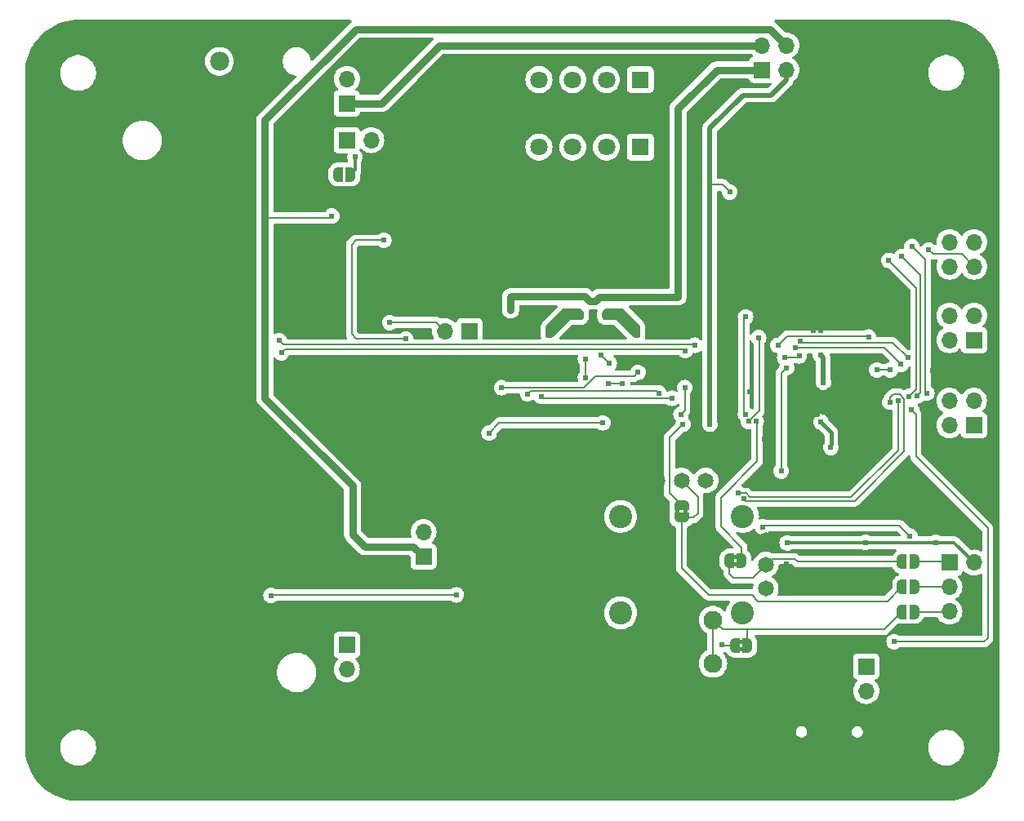
<source format=gbr>
%TF.GenerationSoftware,KiCad,Pcbnew,8.0.2*%
%TF.CreationDate,2024-05-27T22:06:41+01:00*%
%TF.ProjectId,StepUp,53746570-5570-42e6-9b69-6361645f7063,v1.0*%
%TF.SameCoordinates,Original*%
%TF.FileFunction,Copper,L4,Bot*%
%TF.FilePolarity,Positive*%
%FSLAX46Y46*%
G04 Gerber Fmt 4.6, Leading zero omitted, Abs format (unit mm)*
G04 Created by KiCad (PCBNEW 8.0.2) date 2024-05-27 22:06:41*
%MOMM*%
%LPD*%
G01*
G04 APERTURE LIST*
G04 Aperture macros list*
%AMFreePoly0*
4,1,19,0.500000,-0.750000,0.000000,-0.750000,0.000000,-0.744911,-0.071157,-0.744911,-0.207708,-0.704816,-0.327430,-0.627875,-0.420627,-0.520320,-0.479746,-0.390866,-0.500000,-0.250000,-0.500000,0.250000,-0.479746,0.390866,-0.420627,0.520320,-0.327430,0.627875,-0.207708,0.704816,-0.071157,0.744911,0.000000,0.744911,0.000000,0.750000,0.500000,0.750000,0.500000,-0.750000,0.500000,-0.750000,
$1*%
%AMFreePoly1*
4,1,19,0.000000,0.744911,0.071157,0.744911,0.207708,0.704816,0.327430,0.627875,0.420627,0.520320,0.479746,0.390866,0.500000,0.250000,0.500000,-0.250000,0.479746,-0.390866,0.420627,-0.520320,0.327430,-0.627875,0.207708,-0.704816,0.071157,-0.744911,0.000000,-0.744911,0.000000,-0.750000,-0.500000,-0.750000,-0.500000,0.750000,0.000000,0.750000,0.000000,0.744911,0.000000,0.744911,
$1*%
G04 Aperture macros list end*
%TA.AperFunction,EtchedComponent*%
%ADD10C,0.000000*%
%TD*%
%TA.AperFunction,ComponentPad*%
%ADD11C,1.650000*%
%TD*%
%TA.AperFunction,ComponentPad*%
%ADD12C,1.950000*%
%TD*%
%TA.AperFunction,ComponentPad*%
%ADD13C,2.400000*%
%TD*%
%TA.AperFunction,SMDPad,CuDef*%
%ADD14FreePoly0,180.000000*%
%TD*%
%TA.AperFunction,SMDPad,CuDef*%
%ADD15FreePoly1,180.000000*%
%TD*%
%TA.AperFunction,SMDPad,CuDef*%
%ADD16FreePoly0,270.000000*%
%TD*%
%TA.AperFunction,SMDPad,CuDef*%
%ADD17FreePoly1,270.000000*%
%TD*%
%TA.AperFunction,ComponentPad*%
%ADD18C,1.980000*%
%TD*%
%TA.AperFunction,ComponentPad*%
%ADD19O,1.000000X1.800000*%
%TD*%
%TA.AperFunction,ComponentPad*%
%ADD20O,1.000000X2.100000*%
%TD*%
%TA.AperFunction,ComponentPad*%
%ADD21C,0.600000*%
%TD*%
%TA.AperFunction,HeatsinkPad*%
%ADD22C,0.600000*%
%TD*%
%TA.AperFunction,HeatsinkPad*%
%ADD23R,2.500000X1.600000*%
%TD*%
%TA.AperFunction,ComponentPad*%
%ADD24R,1.700000X1.700000*%
%TD*%
%TA.AperFunction,ComponentPad*%
%ADD25O,1.700000X1.700000*%
%TD*%
%TA.AperFunction,ComponentPad*%
%ADD26R,1.800000X1.800000*%
%TD*%
%TA.AperFunction,ComponentPad*%
%ADD27C,1.800000*%
%TD*%
%TA.AperFunction,SMDPad,CuDef*%
%ADD28FreePoly0,0.000000*%
%TD*%
%TA.AperFunction,SMDPad,CuDef*%
%ADD29FreePoly1,0.000000*%
%TD*%
%TA.AperFunction,ViaPad*%
%ADD30C,0.610000*%
%TD*%
%TA.AperFunction,Conductor*%
%ADD31C,0.762000*%
%TD*%
%TA.AperFunction,Conductor*%
%ADD32C,0.304800*%
%TD*%
%TA.AperFunction,Conductor*%
%ADD33C,0.400000*%
%TD*%
%TA.AperFunction,Conductor*%
%ADD34C,0.152400*%
%TD*%
%TA.AperFunction,Conductor*%
%ADD35C,0.203200*%
%TD*%
%TA.AperFunction,Conductor*%
%ADD36C,0.508000*%
%TD*%
G04 APERTURE END LIST*
D10*
%TA.AperFunction,EtchedComponent*%
%TO.C,JP13*%
G36*
X159000000Y-129200000D02*
G01*
X158500000Y-129200000D01*
X158500000Y-128800000D01*
X159000000Y-128800000D01*
X159000000Y-129200000D01*
G37*
%TD.AperFunction*%
%TA.AperFunction,EtchedComponent*%
G36*
X159000000Y-130000000D02*
G01*
X158500000Y-130000000D01*
X158500000Y-129600000D01*
X159000000Y-129600000D01*
X159000000Y-130000000D01*
G37*
%TD.AperFunction*%
%TA.AperFunction,EtchedComponent*%
%TO.C,JP9*%
G36*
X158400000Y-121200000D02*
G01*
X157900000Y-121200000D01*
X157900000Y-120800000D01*
X158400000Y-120800000D01*
X158400000Y-121200000D01*
G37*
%TD.AperFunction*%
%TA.AperFunction,EtchedComponent*%
G36*
X158400000Y-120400000D02*
G01*
X157900000Y-120400000D01*
X157900000Y-120000000D01*
X158400000Y-120000000D01*
X158400000Y-120400000D01*
G37*
%TD.AperFunction*%
%TA.AperFunction,EtchedComponent*%
%TO.C,JP8*%
G36*
X152350000Y-115750000D02*
G01*
X151950000Y-115750000D01*
X151950000Y-115250000D01*
X152350000Y-115250000D01*
X152350000Y-115750000D01*
G37*
%TD.AperFunction*%
%TA.AperFunction,EtchedComponent*%
G36*
X153150000Y-115750000D02*
G01*
X152750000Y-115750000D01*
X152750000Y-115250000D01*
X153150000Y-115250000D01*
X153150000Y-115750000D01*
G37*
%TD.AperFunction*%
%TD*%
D11*
%TO.P,JOY1,1,1*%
%TO.N,+3V3*%
X155062500Y-112275000D03*
%TO.P,JOY1,2,2*%
%TO.N,/User Input/JOYSTICK_AXIS_H*%
X152562500Y-112275000D03*
%TO.P,JOY1,3,3*%
%TO.N,GND*%
X150062500Y-112275000D03*
%TO.P,JOY1,11,1'*%
%TO.N,+3V3*%
X161292500Y-123505000D03*
%TO.P,JOY1,12,2'*%
%TO.N,/User Input/JOYSTICK_AXIS_V*%
X161292500Y-121005000D03*
%TO.P,JOY1,13,3'*%
%TO.N,GND*%
X161292500Y-118505000D03*
D12*
%TO.P,JOY1,A1,COM_1*%
X149312500Y-126755000D03*
%TO.P,JOY1,B1,COM_2*%
%TO.N,/User Input/JOYSTICK_BUTTON*%
X155812500Y-126755000D03*
%TO.P,JOY1,C1,NO_1*%
%TO.N,GND*%
X149312500Y-131255000D03*
%TO.P,JOY1,D1,NO_2*%
%TO.N,/User Input/JOYSTICK_BUTTON*%
X155812500Y-131255000D03*
D13*
%TO.P,JOY1,MH1,MH1*%
%TO.N,unconnected-(JOY1-PadMH1)*%
X158887500Y-116005000D03*
%TO.P,JOY1,MH2,MH2*%
%TO.N,unconnected-(JOY1-PadMH2)*%
X146237500Y-116005000D03*
%TO.P,JOY1,MH3,MH3*%
%TO.N,unconnected-(JOY1-PadMH3)*%
X146237500Y-126005000D03*
%TO.P,JOY1,MH4,MH4*%
%TO.N,unconnected-(JOY1-PadMH4)*%
X158887500Y-126005000D03*
%TD*%
D14*
%TO.P,JP13,1,A*%
%TO.N,/User Input/JOYSTICK_BUTTON*%
X159400000Y-129400000D03*
D15*
%TO.P,JP13,2,B*%
%TO.N,JOY_MCU_BTN*%
X158100000Y-129400000D03*
%TD*%
%TO.P,JP9,2,B*%
%TO.N,/User Input/JOYSTICK_AXIS_V*%
X157500000Y-120600000D03*
D14*
%TO.P,JP9,1,A*%
%TO.N,JOY_AXIS_MCU_V*%
X158800000Y-120600000D03*
%TD*%
D16*
%TO.P,JP8,1,A*%
%TO.N,JOY_AXIS_MCU_H*%
X152550000Y-114850000D03*
D17*
%TO.P,JP8,2,B*%
%TO.N,/User Input/JOYSTICK_AXIS_H*%
X152550000Y-116150000D03*
%TD*%
D18*
%TO.P,BT1,N*%
%TO.N,GND*%
X104648000Y-141012000D03*
%TO.P,BT1,P*%
%TO.N,Net-(D14-K)*%
X104648000Y-68792000D03*
%TD*%
D19*
%TO.P,J1,S1,SHIELD*%
%TO.N,GND*%
X172214000Y-142045000D03*
D20*
X172214000Y-137865000D03*
D19*
X163574000Y-142045000D03*
D20*
X163574000Y-137865000D03*
%TD*%
D21*
%TO.P,U3,57,GND*%
%TO.N,GND*%
X169174000Y-105420000D03*
X169174000Y-104145000D03*
X169174000Y-102870000D03*
X167899000Y-105420000D03*
X167899000Y-104145000D03*
X167899000Y-102870000D03*
X166624000Y-105420000D03*
X166624000Y-104145000D03*
X166624000Y-102870000D03*
%TD*%
D22*
%TO.P,U8,13,PGND*%
%TO.N,GND*%
X119669000Y-90320000D03*
X120619000Y-90320000D03*
X121569000Y-90320000D03*
D23*
X120619000Y-89820000D03*
D22*
X119669000Y-89320000D03*
X120619000Y-89320000D03*
X121569000Y-89320000D03*
%TD*%
D24*
%TO.P,J4,1,Pin_1*%
%TO.N,/MCU/GPIO8*%
X182880000Y-97706000D03*
D25*
%TO.P,J4,2,Pin_2*%
%TO.N,/MCU/GPIO10*%
X180340000Y-97706000D03*
%TO.P,J4,3,Pin_3*%
%TO.N,/MCU/GPIO9*%
X182880000Y-95166000D03*
%TO.P,J4,4,Pin_4*%
%TO.N,/MCU/GPIO11*%
X180340000Y-95166000D03*
%TO.P,J4,5,Pin_5*%
%TO.N,GND*%
X182880000Y-92626000D03*
%TO.P,J4,6,Pin_6*%
X180340000Y-92626000D03*
%TO.P,J4,7,Pin_7*%
%TO.N,/MCU/GPIO14*%
X182880000Y-90086000D03*
%TO.P,J4,8,Pin_8*%
%TO.N,/MCU/GPIO12*%
X180340000Y-90086000D03*
%TO.P,J4,9,Pin_9*%
%TO.N,/MCU/GPIO15*%
X182880000Y-87546000D03*
%TO.P,J4,10,Pin_10*%
%TO.N,/MCU/GPIO13*%
X180340000Y-87546000D03*
%TO.P,J4,11,Pin_11*%
%TO.N,GND*%
X182880000Y-85006000D03*
%TO.P,J4,12,Pin_12*%
X180340000Y-85006000D03*
%TD*%
D26*
%TO.P,J5,1_A,1*%
%TO.N,OB2_OUT*%
X148277400Y-77689501D03*
%TO.P,J5,1_B,1__1*%
X148277400Y-70689501D03*
D27*
%TO.P,J5,2_A,2*%
%TO.N,OB1_OUT*%
X144777400Y-77689501D03*
%TO.P,J5,2_B,2__1*%
X144777400Y-70689501D03*
%TO.P,J5,3_A,3*%
%TO.N,OA1_OUT*%
X141277400Y-77689501D03*
%TO.P,J5,3_B,3__1*%
X141277400Y-70689501D03*
%TO.P,J5,4_A,4*%
%TO.N,OA2_OUT*%
X137777400Y-77689501D03*
%TO.P,J5,4_B,4__1*%
X137777400Y-70689501D03*
%TD*%
D24*
%TO.P,J8,1,Pin_1*%
%TO.N,Vbat*%
X117852000Y-129337000D03*
D25*
%TO.P,J8,2,Pin_2*%
%TO.N,Net-(J8-Pin_2)*%
X117852000Y-131877000D03*
%TD*%
D24*
%TO.P,J9,1,Pin_1*%
%TO.N,VMotor*%
X130561000Y-96774000D03*
D25*
%TO.P,J9,2,Pin_2*%
%TO.N,BOOST_VOUT*%
X128021000Y-96774000D03*
%TD*%
D24*
%TO.P,J6,1,Pin_1*%
%TO.N,V_USB*%
X125800000Y-120175000D03*
D25*
%TO.P,J6,2,Pin_2*%
%TO.N,Net-(D11-A)*%
X125800000Y-117635000D03*
%TD*%
D24*
%TO.P,J10,1,Pin_1*%
%TO.N,VMotor*%
X160875000Y-69675000D03*
D25*
%TO.P,J10,2,Pin_2*%
%TO.N,Vbat*%
X160875000Y-67135000D03*
%TO.P,J10,3,Pin_3*%
%TO.N,+3V3*%
X163415000Y-69675000D03*
%TO.P,J10,4,Pin_4*%
%TO.N,V_USB*%
X163415000Y-67135000D03*
%TO.P,J10,5,Pin_5*%
%TO.N,GND*%
X165955000Y-69675000D03*
%TO.P,J10,6,Pin_6*%
X165955000Y-67135000D03*
%TD*%
D24*
%TO.P,J2,1,Pin_1*%
%TO.N,V_USB*%
X171704000Y-131567000D03*
D25*
%TO.P,J2,2,Pin_2*%
%TO.N,Net-(J2-Pin_2)*%
X171704000Y-134107000D03*
%TD*%
D24*
%TO.P,J11,1,Pin_1*%
%TO.N,Vbat*%
X117856000Y-73157000D03*
D25*
%TO.P,J11,2,Pin_2*%
%TO.N,Net-(D14-K)*%
X117856000Y-70617000D03*
%TD*%
D24*
%TO.P,J12,1,Pin_1*%
%TO.N,Net-(J12-Pin_1)*%
X180330000Y-120800000D03*
D25*
%TO.P,J12,2,Pin_2*%
%TO.N,+3V3*%
X182870000Y-120800000D03*
%TO.P,J12,3,Pin_3*%
%TO.N,Net-(J12-Pin_3)*%
X180330000Y-123340000D03*
%TO.P,J12,4,Pin_4*%
%TO.N,GND*%
X182870000Y-123340000D03*
%TO.P,J12,5,Pin_5*%
%TO.N,Net-(J12-Pin_5)*%
X180330000Y-125880000D03*
%TO.P,J12,6,Pin_6*%
%TO.N,GND*%
X182870000Y-125880000D03*
%TD*%
D24*
%TO.P,J7,1,Pin_1*%
%TO.N,Vbat*%
X117851000Y-76962000D03*
D25*
%TO.P,J7,2,Pin_2*%
%TO.N,BOOST_VIN*%
X120391000Y-76962000D03*
%TD*%
D14*
%TO.P,JP3,1,A*%
%TO.N,/Power/BOOST_ENABLE*%
X118252000Y-80518000D03*
D15*
%TO.P,JP3,2,B*%
%TO.N,MCU_BOOST_EN*%
X116952000Y-80518000D03*
%TD*%
D28*
%TO.P,JP12,1,A*%
%TO.N,/User Input/JOYSTICK_BUTTON*%
X175400000Y-125900000D03*
D29*
%TO.P,JP12,2,B*%
%TO.N,Net-(J12-Pin_5)*%
X176700000Y-125900000D03*
%TD*%
D28*
%TO.P,JP11,1,A*%
%TO.N,/User Input/JOYSTICK_AXIS_H*%
X175400000Y-123300000D03*
D29*
%TO.P,JP11,2,B*%
%TO.N,Net-(J12-Pin_3)*%
X176700000Y-123300000D03*
%TD*%
D28*
%TO.P,JP10,1,A*%
%TO.N,/User Input/JOYSTICK_AXIS_V*%
X175400000Y-120700000D03*
D29*
%TO.P,JP10,2,B*%
%TO.N,Net-(J12-Pin_1)*%
X176700000Y-120700000D03*
%TD*%
D24*
%TO.P,J3,1,Pin_1*%
%TO.N,/MCU/SWCLK*%
X182875000Y-106525000D03*
D25*
%TO.P,J3,2,Pin_2*%
%TO.N,/MCU/UART_0_TX*%
X180335000Y-106525000D03*
%TO.P,J3,3,Pin_3*%
%TO.N,/MCU/SWD*%
X182875000Y-103985000D03*
%TO.P,J3,4,Pin_4*%
%TO.N,/MCU/UART_0_RX*%
X180335000Y-103985000D03*
%TO.P,J3,5,Pin_5*%
%TO.N,GND*%
X182875000Y-101445000D03*
%TO.P,J3,6,Pin_6*%
X180335000Y-101445000D03*
%TD*%
D30*
%TO.N,GND*%
X142900000Y-97300000D03*
X143850000Y-97300000D03*
X143850000Y-96500000D03*
X142900000Y-96500000D03*
X178550000Y-100900000D03*
X161150000Y-108000000D03*
X161200000Y-107150000D03*
X159650000Y-103100000D03*
X169300000Y-112950000D03*
X168300000Y-112950000D03*
X176800000Y-75050000D03*
X175500000Y-75050000D03*
X174200000Y-75050000D03*
X167650000Y-83300000D03*
X169450000Y-81500000D03*
X167900000Y-135700000D03*
X163450000Y-120950000D03*
X152500000Y-109700000D03*
X135550000Y-108350000D03*
X134550000Y-109450000D03*
X135400000Y-100050000D03*
X135400000Y-101600000D03*
X138800000Y-105150000D03*
X146800000Y-105250000D03*
X144050000Y-104850000D03*
X143250000Y-104850000D03*
X133600000Y-96000000D03*
X133600000Y-96650000D03*
X133600000Y-97300000D03*
X153000000Y-97150000D03*
X153000000Y-96500000D03*
X153000000Y-95850000D03*
X134250000Y-89650000D03*
X133550000Y-89650000D03*
X142850000Y-90650000D03*
X143650000Y-90100000D03*
X144350000Y-90150000D03*
X153700000Y-81150000D03*
X143300000Y-81300000D03*
X143300000Y-82950000D03*
X131850000Y-82100000D03*
X123400000Y-67450000D03*
X123400000Y-66550000D03*
X127550000Y-80450000D03*
X127550000Y-79500000D03*
X127550000Y-78600000D03*
X117950000Y-84800000D03*
X117950000Y-85800000D03*
X117950000Y-86850000D03*
X127700000Y-107350000D03*
X126450000Y-107400000D03*
X116450000Y-108100000D03*
X118000000Y-106900000D03*
X119550000Y-108150000D03*
X121250000Y-115300000D03*
X123650000Y-120300000D03*
X133350000Y-121900000D03*
X178750000Y-132650000D03*
X178750000Y-131100000D03*
X170300000Y-115850000D03*
X164950000Y-112000000D03*
X164000000Y-111950000D03*
X172150000Y-108000000D03*
X175000000Y-102050000D03*
X170400000Y-95300000D03*
X170400000Y-94200000D03*
X167000000Y-91250000D03*
X165550000Y-95900000D03*
X167000000Y-96700000D03*
X166200000Y-96700000D03*
%TO.N,+3V3*%
X157550000Y-82350000D03*
%TO.N,/MCU/GPIO14*%
X178200000Y-88350000D03*
%TO.N,GND*%
X169032600Y-99637777D03*
%TO.N,+3V3*%
X155500000Y-106450000D03*
%TO.N,V_USB*%
X116300000Y-84850000D03*
%TO.N,/MCU/SWD*%
X175322144Y-100233894D03*
%TO.N,/MCU/SWCLK*%
X176017666Y-99550000D03*
%TO.N,LED_RED*%
X176450000Y-88000000D03*
X178000000Y-103200000D03*
%TO.N,LED_GREEN*%
X175400000Y-89050000D03*
X177000000Y-103500000D03*
%TO.N,LED_BLUE*%
X174050000Y-89450000D03*
X176150000Y-103550000D03*
%TO.N,~{TMC_STBDY}*%
X132600000Y-107350000D03*
X144400000Y-106300000D03*
X152500000Y-105400000D03*
X152900000Y-102650000D03*
%TO.N,TMC_EN*%
X146450000Y-102200000D03*
X145000000Y-102200000D03*
%TO.N,VBAT_MONITOR*%
X159200000Y-95300000D03*
X159200000Y-105400000D03*
%TO.N,VMOTOR_MONITOR*%
X160550000Y-97450000D03*
X159500000Y-106150000D03*
%TO.N,JOY_MCU_BTN*%
X163450000Y-100600000D03*
X162900000Y-111300000D03*
X156700000Y-129300000D03*
%TO.N,JOY_AXIS_MCU_V*%
X160300000Y-106150000D03*
%TO.N,JOY_AXIS_MCU_H*%
X152700000Y-106450000D03*
%TO.N,TMC_DIR*%
X136600000Y-103300000D03*
X150200000Y-103200000D03*
%TO.N,TMC_STEP*%
X138000000Y-103550000D03*
X151550000Y-103750000D03*
%TO.N,/MCU/~{USB_BOOT}*%
X129200000Y-124150000D03*
%TO.N,MCU_BOOST_EN*%
X133900000Y-102650000D03*
X148050000Y-101050000D03*
%TO.N,VUSB_MONITOR*%
X174600000Y-129000000D03*
X176400000Y-104950000D03*
%TO.N,/Power/BOOST_ENABLE*%
X118700000Y-78700000D03*
%TO.N,+3V3*%
X178950000Y-118700000D03*
X171650000Y-118700000D03*
X163500000Y-118750000D03*
%TO.N,+1V1*%
X167259000Y-102108000D03*
X166954000Y-99246000D03*
X168041800Y-108850000D03*
X167000000Y-106200000D03*
%TO.N,/MCU/~{USB_BOOT}*%
X160950000Y-117100000D03*
X176250000Y-118050000D03*
X110000000Y-124200000D03*
%TO.N,/MCU/SWCLK*%
X164850000Y-97850000D03*
%TO.N,/MCU/GPIO13*%
X110850000Y-97750000D03*
X171950000Y-97400000D03*
X153950000Y-98250000D03*
X162550000Y-98250000D03*
%TO.N,/MCU/RUN*%
X163250000Y-99500000D03*
X111075000Y-99025000D03*
X152950000Y-98800000D03*
X164750000Y-99350000D03*
%TO.N,/MCU/SWD*%
X164351670Y-98502684D03*
%TO.N,/MCU/GPIO10*%
X174200000Y-100800000D03*
X172800000Y-100800000D03*
%TO.N,VMotor*%
X134850000Y-94600000D03*
X142950000Y-93600000D03*
X134850000Y-93900000D03*
X142400000Y-93200000D03*
X143600000Y-93650000D03*
X152200000Y-93250000D03*
X134850000Y-93250000D03*
%TO.N,TMC_EN*%
X142600000Y-99650000D03*
X142600000Y-101600000D03*
%TO.N,TMC_UART_RX*%
X144200000Y-99262800D03*
X145066400Y-100100000D03*
%TO.N,Net-(U8-OVP)*%
X121700000Y-87350000D03*
X123952000Y-97598000D03*
%TO.N,/MCU/EEPROM_SCL*%
X175023110Y-104007200D03*
X158400000Y-113600000D03*
%TO.N,/Motor Driver/BRA*%
X142050000Y-95250000D03*
X138900000Y-97050000D03*
X141800000Y-94750000D03*
X138900000Y-96400000D03*
%TO.N,/Motor Driver/BRB*%
X147857000Y-97050000D03*
X147857000Y-96400000D03*
X144957000Y-94750000D03*
X144707000Y-95250000D03*
%TO.N,BOOST_VOUT*%
X122300000Y-95900000D03*
%TO.N,/MCU/EEPROM_SDA*%
X159000000Y-114200000D03*
X174150000Y-104150000D03*
%TD*%
D31*
%TO.N,VMotor*%
X142550000Y-93200000D02*
X142950000Y-93600000D01*
X142400000Y-93200000D02*
X142550000Y-93200000D01*
X142400000Y-93200000D02*
X134900000Y-93200000D01*
X134900000Y-93200000D02*
X134850000Y-93250000D01*
X143000000Y-93650000D02*
X142950000Y-93600000D01*
X143600000Y-93650000D02*
X143000000Y-93650000D01*
D32*
%TO.N,+1V1*%
X168099000Y-108792800D02*
X168041800Y-108850000D01*
X168099000Y-108450000D02*
X168099000Y-108792800D01*
D33*
X168099000Y-108450000D02*
X168099000Y-107299000D01*
X168099000Y-107299000D02*
X167000000Y-106200000D01*
D34*
%TO.N,/MCU/EEPROM_SCL*%
X175023110Y-109126890D02*
X175023110Y-104007200D01*
X159646579Y-114000000D02*
X170150000Y-114000000D01*
X159246579Y-113600000D02*
X159646579Y-114000000D01*
X170150000Y-114000000D02*
X175023110Y-109126890D01*
X158400000Y-113600000D02*
X159246579Y-113600000D01*
%TO.N,/MCU/GPIO13*%
X111300000Y-98200000D02*
X153900000Y-98200000D01*
X153900000Y-98200000D02*
X153950000Y-98250000D01*
X110850000Y-97750000D02*
X111300000Y-98200000D01*
%TO.N,/MCU/RUN*%
X152800000Y-98650000D02*
X152950000Y-98800000D01*
X111450000Y-98650000D02*
X152800000Y-98650000D01*
X111075000Y-99025000D02*
X111450000Y-98650000D01*
%TO.N,TMC_UART_RX*%
X145066400Y-100100000D02*
X144229200Y-99262800D01*
X144229200Y-99262800D02*
X144200000Y-99262800D01*
%TO.N,TMC_EN*%
X142600000Y-101600000D02*
X142600000Y-99650000D01*
%TO.N,TMC_DIR*%
X136900000Y-103000000D02*
X136600000Y-103300000D01*
X150000000Y-103000000D02*
X136900000Y-103000000D01*
X150200000Y-103200000D02*
X150000000Y-103000000D01*
%TO.N,MCU_BOOST_EN*%
X143600000Y-101450000D02*
X142400000Y-102650000D01*
X147650000Y-101450000D02*
X143600000Y-101450000D01*
X148050000Y-101050000D02*
X147650000Y-101450000D01*
X142400000Y-102650000D02*
X133900000Y-102650000D01*
%TO.N,JOY_MCU_BTN*%
X162900000Y-101150000D02*
X162900000Y-111300000D01*
X163450000Y-100600000D02*
X162900000Y-101150000D01*
%TO.N,/MCU/SWCLK*%
X165000000Y-98000000D02*
X164850000Y-97850000D01*
X174467666Y-98000000D02*
X165000000Y-98000000D01*
X176017666Y-99550000D02*
X174467666Y-98000000D01*
%TO.N,/MCU/GPIO13*%
X163500000Y-97300000D02*
X162550000Y-98250000D01*
X171950000Y-97400000D02*
X171850000Y-97300000D01*
X171850000Y-97300000D02*
X163500000Y-97300000D01*
%TO.N,/MCU/SWD*%
X175322144Y-100233894D02*
X173590934Y-98502684D01*
X173590934Y-98502684D02*
X164351670Y-98502684D01*
%TO.N,/MCU/RUN*%
X164600000Y-99500000D02*
X163250000Y-99500000D01*
X164750000Y-99350000D02*
X164600000Y-99500000D01*
%TO.N,LED_RED*%
X177800000Y-89350000D02*
X176450000Y-88000000D01*
X177800000Y-103000000D02*
X177800000Y-89350000D01*
X178000000Y-103200000D02*
X177800000Y-103000000D01*
%TO.N,/MCU/EEPROM_SDA*%
X175650000Y-109250000D02*
X170500000Y-114400000D01*
X170500000Y-114400000D02*
X159200000Y-114400000D01*
X175650000Y-103800000D02*
X175650000Y-109250000D01*
X159200000Y-114400000D02*
X159000000Y-114200000D01*
X174500000Y-103350000D02*
X175200000Y-103350000D01*
X174150000Y-103700000D02*
X174500000Y-103350000D01*
X175200000Y-103350000D02*
X175650000Y-103800000D01*
X174150000Y-104150000D02*
X174150000Y-103700000D01*
%TO.N,VUSB_MONITOR*%
X183950000Y-129000000D02*
X174600000Y-129000000D01*
X184300000Y-128650000D02*
X183950000Y-129000000D01*
X184300000Y-117250000D02*
X184300000Y-128650000D01*
X176850000Y-109800000D02*
X184300000Y-117250000D01*
X176850000Y-105400000D02*
X176850000Y-109800000D01*
X176400000Y-104950000D02*
X176850000Y-105400000D01*
%TO.N,JOY_AXIS_MCU_V*%
X158800000Y-119200000D02*
X158800000Y-120600000D01*
X156650000Y-117050000D02*
X158800000Y-119200000D01*
X160400000Y-106250000D02*
X160400000Y-110300000D01*
X160400000Y-110300000D02*
X156650000Y-114050000D01*
X160300000Y-106150000D02*
X160400000Y-106250000D01*
X156650000Y-114050000D02*
X156650000Y-117050000D01*
%TO.N,VMOTOR_MONITOR*%
X160600000Y-97500000D02*
X160550000Y-97450000D01*
X159500000Y-106150000D02*
X160600000Y-105050000D01*
X160600000Y-105050000D02*
X160600000Y-97500000D01*
%TO.N,VBAT_MONITOR*%
X159200000Y-105400000D02*
X159000000Y-105200000D01*
X159000000Y-105200000D02*
X159000000Y-95500000D01*
X159000000Y-95500000D02*
X159200000Y-95300000D01*
%TO.N,/User Input/JOYSTICK_AXIS_V*%
X164300000Y-120400000D02*
X161897500Y-120400000D01*
X164600000Y-120700000D02*
X164300000Y-120400000D01*
X161897500Y-120400000D02*
X161292500Y-121005000D01*
X175400000Y-120700000D02*
X164600000Y-120700000D01*
D31*
%TO.N,V_USB*%
X118450000Y-112825000D02*
X118450000Y-117900000D01*
X119700000Y-119150000D02*
X124775000Y-119150000D01*
X109350000Y-103725000D02*
X118450000Y-112825000D01*
X109350000Y-85050000D02*
X109350000Y-103725000D01*
X118450000Y-117900000D02*
X119700000Y-119150000D01*
X124775000Y-119150000D02*
X125800000Y-120175000D01*
D35*
%TO.N,+3V3*%
X156800000Y-81600000D02*
X157550000Y-82350000D01*
X155500000Y-81600000D02*
X156800000Y-81600000D01*
D36*
X155500000Y-81600000D02*
X155500000Y-75700000D01*
X155500000Y-106450000D02*
X155500000Y-81600000D01*
D34*
%TO.N,/MCU/GPIO14*%
X181594000Y-88800000D02*
X182880000Y-90086000D01*
X178650000Y-88800000D02*
X181594000Y-88800000D01*
X178200000Y-88350000D02*
X178650000Y-88800000D01*
D36*
%TO.N,+3V3*%
X161850000Y-72300000D02*
X163415000Y-70735000D01*
X158900000Y-72300000D02*
X161850000Y-72300000D01*
X163415000Y-70735000D02*
X163415000Y-69675000D01*
X155500000Y-75700000D02*
X158900000Y-72300000D01*
D35*
%TO.N,V_USB*%
X116100000Y-85050000D02*
X116300000Y-84850000D01*
X109350000Y-85050000D02*
X116100000Y-85050000D01*
D31*
X109350000Y-85050000D02*
X109350000Y-74900000D01*
X118800000Y-65450000D02*
X161730000Y-65450000D01*
X161730000Y-65450000D02*
X163415000Y-67135000D01*
X109350000Y-74900000D02*
X118800000Y-65450000D01*
D34*
%TO.N,LED_GREEN*%
X177342800Y-103157200D02*
X177000000Y-103500000D01*
X175400000Y-89050000D02*
X177342800Y-90992800D01*
X177342800Y-90992800D02*
X177342800Y-103157200D01*
%TO.N,~{TMC_STBDY}*%
X132550000Y-107400000D02*
X132600000Y-107350000D01*
X133650000Y-106300000D02*
X132600000Y-107350000D01*
X144400000Y-106300000D02*
X133650000Y-106300000D01*
X152900000Y-105000000D02*
X152500000Y-105400000D01*
X152900000Y-102650000D02*
X152900000Y-105000000D01*
%TO.N,TMC_EN*%
X145000000Y-102200000D02*
X146450000Y-102200000D01*
%TO.N,JOY_MCU_BTN*%
X156700000Y-129300000D02*
X156800000Y-129400000D01*
X156800000Y-129400000D02*
X158100000Y-129400000D01*
%TO.N,/User Input/JOYSTICK_BUTTON*%
X155812500Y-126755000D02*
X155812500Y-131255000D01*
X159400000Y-127780000D02*
X159400000Y-129350000D01*
X159350000Y-127730000D02*
X159400000Y-127780000D01*
X159350000Y-127730000D02*
X156787500Y-127730000D01*
X173570000Y-127730000D02*
X159350000Y-127730000D01*
%TO.N,/User Input/JOYSTICK_AXIS_V*%
X159950000Y-122347500D02*
X161292500Y-121005000D01*
X159950000Y-122400000D02*
X159950000Y-122347500D01*
X157950000Y-122400000D02*
X159950000Y-122400000D01*
X157500000Y-121950000D02*
X157950000Y-122400000D01*
X157500000Y-120600000D02*
X157500000Y-121950000D01*
%TO.N,/User Input/JOYSTICK_AXIS_H*%
X152550000Y-121350000D02*
X152550000Y-116150000D01*
X155350000Y-124150000D02*
X152550000Y-121350000D01*
X160500000Y-124800000D02*
X159850000Y-124150000D01*
X173900000Y-124800000D02*
X160500000Y-124800000D01*
X175400000Y-123300000D02*
X173900000Y-124800000D01*
X159850000Y-124150000D02*
X155350000Y-124150000D01*
%TO.N,JOY_AXIS_MCU_H*%
X151300000Y-107850000D02*
X151300000Y-113600000D01*
X151300000Y-113600000D02*
X152550000Y-114850000D01*
X152700000Y-106450000D02*
X151300000Y-107850000D01*
%TO.N,/User Input/JOYSTICK_AXIS_H*%
X154250000Y-113962500D02*
X152778026Y-112490526D01*
X154250000Y-115700000D02*
X154250000Y-113962500D01*
X153800000Y-116150000D02*
X154250000Y-115700000D01*
X152550000Y-116150000D02*
X153800000Y-116150000D01*
%TO.N,TMC_STEP*%
X138200000Y-103750000D02*
X138000000Y-103550000D01*
X151550000Y-103750000D02*
X138200000Y-103750000D01*
%TO.N,/MCU/~{USB_BOOT}*%
X129200000Y-124150000D02*
X110050000Y-124150000D01*
X110050000Y-124150000D02*
X110000000Y-124200000D01*
D31*
%TO.N,Vbat*%
X127465000Y-67135000D02*
X160875000Y-67135000D01*
X121443000Y-73157000D02*
X127465000Y-67135000D01*
X117856000Y-73157000D02*
X121443000Y-73157000D01*
D32*
%TO.N,/Power/BOOST_ENABLE*%
X118700000Y-78700000D02*
X118700000Y-80070000D01*
X118700000Y-80070000D02*
X118252000Y-80518000D01*
%TO.N,+3V3*%
X180820000Y-118750000D02*
X182870000Y-120800000D01*
X171600000Y-118750000D02*
X171650000Y-118700000D01*
X163500000Y-118750000D02*
X171600000Y-118750000D01*
X178950000Y-118700000D02*
X179000000Y-118750000D01*
X171700000Y-118750000D02*
X178900000Y-118750000D01*
X178900000Y-118750000D02*
X178950000Y-118700000D01*
X179000000Y-118750000D02*
X180820000Y-118750000D01*
X171650000Y-118700000D02*
X171700000Y-118750000D01*
D36*
%TO.N,+1V1*%
X166954000Y-99246000D02*
X167259000Y-99551000D01*
X167259000Y-99551000D02*
X167259000Y-102108000D01*
D34*
%TO.N,/MCU/~{USB_BOOT}*%
X175150000Y-116950000D02*
X161100000Y-116950000D01*
X176250000Y-118050000D02*
X175150000Y-116950000D01*
X161100000Y-116950000D02*
X160950000Y-117100000D01*
%TO.N,/MCU/GPIO13*%
X153950000Y-98250000D02*
X153850000Y-98250000D01*
%TO.N,/MCU/RUN*%
X152955600Y-98805600D02*
X152950000Y-98800000D01*
%TO.N,/MCU/GPIO10*%
X174200000Y-100800000D02*
X172800000Y-100800000D01*
%TO.N,/User Input/JOYSTICK_BUTTON*%
X156787500Y-127730000D02*
X155812500Y-126755000D01*
X175400000Y-125900000D02*
X173570000Y-127730000D01*
D31*
%TO.N,VMotor*%
X134850000Y-93250000D02*
X134850000Y-94600000D01*
X143600000Y-93650000D02*
X144000000Y-93250000D01*
X156225000Y-69675000D02*
X152200000Y-73700000D01*
X152200000Y-73700000D02*
X152200000Y-93250000D01*
X144000000Y-93250000D02*
X152200000Y-93250000D01*
X160875000Y-69675000D02*
X156225000Y-69675000D01*
D34*
%TO.N,Net-(U8-OVP)*%
X118350000Y-87800000D02*
X118350000Y-97100000D01*
X121700000Y-87350000D02*
X118800000Y-87350000D01*
X118848000Y-97598000D02*
X123952000Y-97598000D01*
X118800000Y-87350000D02*
X118350000Y-87800000D01*
X118350000Y-97100000D02*
X118848000Y-97598000D01*
%TO.N,BOOST_VOUT*%
X127147000Y-95900000D02*
X122300000Y-95900000D01*
X128021000Y-96774000D02*
X127147000Y-95900000D01*
%TO.N,Net-(J12-Pin_5)*%
X176700000Y-125900000D02*
X180310000Y-125900000D01*
X180310000Y-125900000D02*
X180330000Y-125880000D01*
%TO.N,Net-(J12-Pin_1)*%
X180230000Y-120700000D02*
X180330000Y-120800000D01*
X176700000Y-120700000D02*
X180230000Y-120700000D01*
%TO.N,Net-(J12-Pin_3)*%
X180290000Y-123300000D02*
X180330000Y-123340000D01*
X176700000Y-123300000D02*
X180290000Y-123300000D01*
%TO.N,LED_BLUE*%
X174050000Y-89450000D02*
X176900000Y-92300000D01*
X176900000Y-92300000D02*
X176900000Y-102800000D01*
X176900000Y-102800000D02*
X176150000Y-103550000D01*
%TD*%
%TA.AperFunction,Conductor*%
%TO.N,GND*%
G36*
X118293382Y-64519685D02*
G01*
X118339137Y-64572489D01*
X118349081Y-64641647D01*
X118320056Y-64705203D01*
X118295234Y-64727102D01*
X118238075Y-64765293D01*
X118238072Y-64765296D01*
X114300750Y-68702619D01*
X114239427Y-68736104D01*
X114169735Y-68731120D01*
X114113802Y-68689248D01*
X114090596Y-68634338D01*
X114061808Y-68452575D01*
X114061807Y-68452571D01*
X114061807Y-68452570D01*
X113991305Y-68235587D01*
X113961571Y-68177231D01*
X113887723Y-68032296D01*
X113791113Y-67899323D01*
X113753622Y-67847720D01*
X113753618Y-67847715D01*
X113592284Y-67686381D01*
X113592279Y-67686377D01*
X113407707Y-67552279D01*
X113407706Y-67552278D01*
X113407704Y-67552277D01*
X113306059Y-67500486D01*
X113204412Y-67448694D01*
X112987428Y-67378192D01*
X112818414Y-67351423D01*
X112762078Y-67342500D01*
X112533922Y-67342500D01*
X112458806Y-67354397D01*
X112308573Y-67378192D01*
X112308570Y-67378192D01*
X112091587Y-67448694D01*
X111888292Y-67552279D01*
X111703720Y-67686377D01*
X111703715Y-67686381D01*
X111542381Y-67847715D01*
X111542377Y-67847720D01*
X111408279Y-68032292D01*
X111304694Y-68235587D01*
X111234192Y-68452570D01*
X111234192Y-68452573D01*
X111198500Y-68677922D01*
X111198500Y-68906077D01*
X111234192Y-69131426D01*
X111234192Y-69131429D01*
X111304694Y-69348412D01*
X111304696Y-69348415D01*
X111405964Y-69547165D01*
X111408279Y-69551707D01*
X111542377Y-69736279D01*
X111542381Y-69736284D01*
X111703715Y-69897618D01*
X111703720Y-69897622D01*
X111760908Y-69939171D01*
X111888296Y-70031723D01*
X112064609Y-70121559D01*
X112091587Y-70135305D01*
X112308571Y-70205807D01*
X112308572Y-70205807D01*
X112308575Y-70205808D01*
X112490337Y-70234596D01*
X112553470Y-70264525D01*
X112590402Y-70323836D01*
X112589404Y-70393699D01*
X112558619Y-70444750D01*
X108665296Y-74338072D01*
X108665295Y-74338073D01*
X108593179Y-74446003D01*
X108589980Y-74450793D01*
X108569682Y-74481171D01*
X108569676Y-74481180D01*
X108568823Y-74482456D01*
X108568821Y-74482459D01*
X108502377Y-74642871D01*
X108502374Y-74642881D01*
X108468500Y-74813177D01*
X108468500Y-74813180D01*
X108468500Y-84963180D01*
X108468500Y-103638179D01*
X108468500Y-103811821D01*
X108468500Y-103811823D01*
X108468499Y-103811823D01*
X108502374Y-103982118D01*
X108502377Y-103982128D01*
X108568822Y-104142543D01*
X108665295Y-104286926D01*
X108665296Y-104286927D01*
X117532181Y-113153810D01*
X117565666Y-113215133D01*
X117568500Y-113241491D01*
X117568500Y-117813179D01*
X117568500Y-117986821D01*
X117568500Y-117986823D01*
X117568499Y-117986823D01*
X117602374Y-118157118D01*
X117602377Y-118157128D01*
X117668822Y-118317543D01*
X117765295Y-118461926D01*
X119138073Y-119834704D01*
X119282456Y-119931177D01*
X119438808Y-119995939D01*
X119442876Y-119997624D01*
X119442880Y-119997624D01*
X119442881Y-119997625D01*
X119613176Y-120031500D01*
X119613179Y-120031500D01*
X119613180Y-120031500D01*
X124325500Y-120031500D01*
X124392539Y-120051185D01*
X124438294Y-120103989D01*
X124449500Y-120155500D01*
X124449500Y-121072870D01*
X124449501Y-121072876D01*
X124455908Y-121132483D01*
X124506202Y-121267328D01*
X124506206Y-121267335D01*
X124592452Y-121382544D01*
X124592455Y-121382547D01*
X124707664Y-121468793D01*
X124707671Y-121468797D01*
X124842517Y-121519091D01*
X124842516Y-121519091D01*
X124849444Y-121519835D01*
X124902127Y-121525500D01*
X126697872Y-121525499D01*
X126757483Y-121519091D01*
X126892331Y-121468796D01*
X127007546Y-121382546D01*
X127093796Y-121267331D01*
X127144091Y-121132483D01*
X127150500Y-121072873D01*
X127150499Y-119277128D01*
X127144091Y-119217517D01*
X127100896Y-119101706D01*
X127093797Y-119082671D01*
X127093793Y-119082664D01*
X127007547Y-118967455D01*
X127007544Y-118967452D01*
X126892335Y-118881206D01*
X126892328Y-118881202D01*
X126760917Y-118832189D01*
X126704983Y-118790318D01*
X126680566Y-118724853D01*
X126695418Y-118656580D01*
X126716563Y-118628332D01*
X126838495Y-118506401D01*
X126974035Y-118312830D01*
X127073903Y-118098663D01*
X127135063Y-117870408D01*
X127155659Y-117635000D01*
X127135063Y-117399592D01*
X127077801Y-117185883D01*
X127073905Y-117171344D01*
X127073904Y-117171343D01*
X127073903Y-117171337D01*
X126974035Y-116957171D01*
X126973906Y-116956986D01*
X126838494Y-116763597D01*
X126671402Y-116596506D01*
X126671395Y-116596501D01*
X126477834Y-116460967D01*
X126477830Y-116460965D01*
X126477828Y-116460964D01*
X126263663Y-116361097D01*
X126263659Y-116361096D01*
X126263655Y-116361094D01*
X126035413Y-116299938D01*
X126035403Y-116299936D01*
X125800001Y-116279341D01*
X125799999Y-116279341D01*
X125564596Y-116299936D01*
X125564586Y-116299938D01*
X125336344Y-116361094D01*
X125336335Y-116361098D01*
X125122171Y-116460964D01*
X125122169Y-116460965D01*
X124928597Y-116596505D01*
X124761505Y-116763597D01*
X124625965Y-116957169D01*
X124625964Y-116957171D01*
X124526098Y-117171335D01*
X124526094Y-117171344D01*
X124464938Y-117399586D01*
X124464936Y-117399596D01*
X124444341Y-117634999D01*
X124444341Y-117635000D01*
X124464936Y-117870403D01*
X124464938Y-117870413D01*
X124526097Y-118098666D01*
X124527343Y-118102088D01*
X124527445Y-118103696D01*
X124527498Y-118103893D01*
X124527458Y-118103903D01*
X124531776Y-118171817D01*
X124497806Y-118232873D01*
X124436220Y-118265871D01*
X124410822Y-118268500D01*
X120116492Y-118268500D01*
X120049453Y-118248815D01*
X120028811Y-118232181D01*
X119367819Y-117571189D01*
X119334334Y-117509866D01*
X119331500Y-117483508D01*
X119331500Y-116004995D01*
X144532232Y-116004995D01*
X144532232Y-116005004D01*
X144551277Y-116259154D01*
X144606764Y-116502259D01*
X144607992Y-116507637D01*
X144642870Y-116596505D01*
X144701108Y-116744890D01*
X144711910Y-116763599D01*
X144828541Y-116965612D01*
X144987450Y-117164877D01*
X145174283Y-117338232D01*
X145384866Y-117481805D01*
X145384871Y-117481807D01*
X145384872Y-117481808D01*
X145384873Y-117481809D01*
X145506205Y-117540239D01*
X145614492Y-117592387D01*
X145614493Y-117592387D01*
X145614496Y-117592389D01*
X145858042Y-117667513D01*
X146110065Y-117705500D01*
X146364935Y-117705500D01*
X146616958Y-117667513D01*
X146860504Y-117592389D01*
X147090134Y-117481805D01*
X147300717Y-117338232D01*
X147487550Y-117164877D01*
X147646459Y-116965612D01*
X147773893Y-116744888D01*
X147867008Y-116507637D01*
X147923722Y-116259157D01*
X147939088Y-116054104D01*
X147942768Y-116005004D01*
X147942768Y-116004995D01*
X147929163Y-115823459D01*
X147923722Y-115750843D01*
X147867008Y-115502363D01*
X147773893Y-115265112D01*
X147646459Y-115044388D01*
X147487550Y-114845123D01*
X147300717Y-114671768D01*
X147090134Y-114528195D01*
X147090130Y-114528193D01*
X147090127Y-114528191D01*
X147090126Y-114528190D01*
X146860506Y-114417612D01*
X146860508Y-114417612D01*
X146616966Y-114342489D01*
X146616962Y-114342488D01*
X146616958Y-114342487D01*
X146495731Y-114324214D01*
X146364940Y-114304500D01*
X146364935Y-114304500D01*
X146110065Y-114304500D01*
X146110059Y-114304500D01*
X145953109Y-114328157D01*
X145858042Y-114342487D01*
X145858039Y-114342488D01*
X145858033Y-114342489D01*
X145614492Y-114417612D01*
X145384873Y-114528190D01*
X145384872Y-114528191D01*
X145174282Y-114671768D01*
X144987452Y-114845121D01*
X144987450Y-114845123D01*
X144828541Y-115044388D01*
X144701108Y-115265109D01*
X144607992Y-115502362D01*
X144607990Y-115502369D01*
X144551277Y-115750845D01*
X144532232Y-116004995D01*
X119331500Y-116004995D01*
X119331500Y-112738177D01*
X119297625Y-112567881D01*
X119297624Y-112567880D01*
X119297624Y-112567876D01*
X119297622Y-112567871D01*
X119231178Y-112407459D01*
X119231171Y-112407446D01*
X119134707Y-112263078D01*
X119134706Y-112263077D01*
X119011923Y-112140294D01*
X114221626Y-107349996D01*
X131789403Y-107349996D01*
X131789403Y-107350003D01*
X131809724Y-107530369D01*
X131809725Y-107530374D01*
X131869677Y-107701706D01*
X131943251Y-107818797D01*
X131966250Y-107855399D01*
X132094601Y-107983750D01*
X132248295Y-108080323D01*
X132419522Y-108140238D01*
X132419625Y-108140274D01*
X132419630Y-108140275D01*
X132599996Y-108160597D01*
X132600000Y-108160597D01*
X132600004Y-108160597D01*
X132780369Y-108140275D01*
X132780372Y-108140274D01*
X132780375Y-108140274D01*
X132951705Y-108080323D01*
X133105399Y-107983750D01*
X133233750Y-107855399D01*
X133330323Y-107701705D01*
X133390274Y-107530375D01*
X133394159Y-107495898D01*
X133405106Y-107398729D01*
X133432172Y-107334315D01*
X133440635Y-107324940D01*
X133852558Y-106913019D01*
X133913881Y-106879534D01*
X133940239Y-106876700D01*
X143786189Y-106876700D01*
X143853228Y-106896385D01*
X143873870Y-106913019D01*
X143894601Y-106933750D01*
X143981995Y-106988664D01*
X144048295Y-107030323D01*
X144219625Y-107090274D01*
X144219630Y-107090275D01*
X144399996Y-107110597D01*
X144400000Y-107110597D01*
X144400004Y-107110597D01*
X144580369Y-107090275D01*
X144580372Y-107090274D01*
X144580375Y-107090274D01*
X144751705Y-107030323D01*
X144905399Y-106933750D01*
X145033750Y-106805399D01*
X145130323Y-106651705D01*
X145190274Y-106480375D01*
X145193696Y-106450003D01*
X145210597Y-106300003D01*
X145210597Y-106299996D01*
X145190275Y-106119630D01*
X145190274Y-106119625D01*
X145182810Y-106098293D01*
X145130323Y-105948295D01*
X145103369Y-105905399D01*
X145033750Y-105794601D01*
X144905398Y-105666249D01*
X144751706Y-105569677D01*
X144580374Y-105509725D01*
X144580369Y-105509724D01*
X144400004Y-105489403D01*
X144399996Y-105489403D01*
X144219630Y-105509724D01*
X144219625Y-105509725D01*
X144048293Y-105569677D01*
X143894601Y-105666249D01*
X143873870Y-105686981D01*
X143812547Y-105720466D01*
X143786189Y-105723300D01*
X133725924Y-105723300D01*
X133574076Y-105723300D01*
X133427402Y-105762601D01*
X133427401Y-105762601D01*
X133427399Y-105762602D01*
X133427398Y-105762602D01*
X133295901Y-105838522D01*
X133295895Y-105838527D01*
X132625068Y-106509353D01*
X132563745Y-106542838D01*
X132551271Y-106544892D01*
X132419630Y-106559724D01*
X132248295Y-106619676D01*
X132094601Y-106716249D01*
X131966249Y-106844601D01*
X131869677Y-106998293D01*
X131809725Y-107169625D01*
X131809724Y-107169630D01*
X131789403Y-107349996D01*
X114221626Y-107349996D01*
X110267819Y-103396189D01*
X110234334Y-103334866D01*
X110231500Y-103308508D01*
X110231500Y-99620011D01*
X110251185Y-99552972D01*
X110303989Y-99507217D01*
X110373147Y-99497273D01*
X110436703Y-99526298D01*
X110443181Y-99532330D01*
X110569601Y-99658750D01*
X110717043Y-99751395D01*
X110723295Y-99755323D01*
X110832396Y-99793499D01*
X110894625Y-99815274D01*
X110894630Y-99815275D01*
X111074996Y-99835597D01*
X111075000Y-99835597D01*
X111075004Y-99835597D01*
X111255369Y-99815275D01*
X111255372Y-99815274D01*
X111255375Y-99815274D01*
X111426705Y-99755323D01*
X111580399Y-99658750D01*
X111708750Y-99530399D01*
X111805323Y-99376705D01*
X111828753Y-99309746D01*
X111869475Y-99252970D01*
X111934427Y-99227222D01*
X111945795Y-99226700D01*
X141719967Y-99226700D01*
X141787006Y-99246385D01*
X141832761Y-99299189D01*
X141842705Y-99368347D01*
X141837008Y-99391655D01*
X141809727Y-99469617D01*
X141809724Y-99469630D01*
X141789403Y-99649996D01*
X141789403Y-99650003D01*
X141809724Y-99830369D01*
X141809725Y-99830374D01*
X141869677Y-100001706D01*
X141966249Y-100155398D01*
X141986981Y-100176130D01*
X142020466Y-100237453D01*
X142023300Y-100263811D01*
X142023300Y-100986189D01*
X142003615Y-101053228D01*
X141986981Y-101073870D01*
X141966249Y-101094601D01*
X141869677Y-101248293D01*
X141809725Y-101419625D01*
X141809724Y-101419630D01*
X141789403Y-101599996D01*
X141789403Y-101600003D01*
X141809724Y-101780369D01*
X141809727Y-101780382D01*
X141854504Y-101908345D01*
X141858066Y-101978124D01*
X141823338Y-102038751D01*
X141761344Y-102070979D01*
X141737463Y-102073300D01*
X134513811Y-102073300D01*
X134446772Y-102053615D01*
X134426130Y-102036981D01*
X134405398Y-102016249D01*
X134251706Y-101919677D01*
X134080374Y-101859725D01*
X134080369Y-101859724D01*
X133900004Y-101839403D01*
X133899996Y-101839403D01*
X133719630Y-101859724D01*
X133719625Y-101859725D01*
X133548293Y-101919677D01*
X133394601Y-102016249D01*
X133266249Y-102144601D01*
X133169677Y-102298293D01*
X133109725Y-102469625D01*
X133109724Y-102469630D01*
X133089403Y-102649996D01*
X133089403Y-102650003D01*
X133109724Y-102830369D01*
X133109725Y-102830374D01*
X133169677Y-103001706D01*
X133266249Y-103155398D01*
X133394601Y-103283750D01*
X133493503Y-103345895D01*
X133548295Y-103380323D01*
X133719625Y-103440274D01*
X133719630Y-103440275D01*
X133899996Y-103460597D01*
X133900000Y-103460597D01*
X133900004Y-103460597D01*
X134080369Y-103440275D01*
X134080372Y-103440274D01*
X134080375Y-103440274D01*
X134251705Y-103380323D01*
X134405399Y-103283750D01*
X134426130Y-103263019D01*
X134487453Y-103229534D01*
X134513811Y-103226700D01*
X135670331Y-103226700D01*
X135737370Y-103246385D01*
X135783125Y-103299189D01*
X135793551Y-103336817D01*
X135809724Y-103480369D01*
X135809725Y-103480374D01*
X135869677Y-103651706D01*
X135966249Y-103805398D01*
X136094601Y-103933750D01*
X136201796Y-104001106D01*
X136248295Y-104030323D01*
X136419625Y-104090274D01*
X136419630Y-104090275D01*
X136599996Y-104110597D01*
X136600000Y-104110597D01*
X136600004Y-104110597D01*
X136780369Y-104090275D01*
X136780372Y-104090274D01*
X136780375Y-104090274D01*
X136951705Y-104030323D01*
X137105399Y-103933750D01*
X137108700Y-103930448D01*
X137170018Y-103896962D01*
X137239709Y-103901943D01*
X137295646Y-103943811D01*
X137301377Y-103952155D01*
X137366249Y-104055398D01*
X137494601Y-104183750D01*
X137552933Y-104220403D01*
X137648295Y-104280323D01*
X137819622Y-104340273D01*
X137819625Y-104340274D01*
X137819630Y-104340275D01*
X137999996Y-104360597D01*
X138000000Y-104360597D01*
X138000004Y-104360597D01*
X138180366Y-104340275D01*
X138180365Y-104340275D01*
X138180375Y-104340274D01*
X138199279Y-104333658D01*
X138240234Y-104326700D01*
X150936189Y-104326700D01*
X151003228Y-104346385D01*
X151023870Y-104363019D01*
X151044601Y-104383750D01*
X151147908Y-104448663D01*
X151198295Y-104480323D01*
X151369625Y-104540274D01*
X151369630Y-104540275D01*
X151549996Y-104560597D01*
X151550000Y-104560597D01*
X151550004Y-104560597D01*
X151730369Y-104540275D01*
X151730372Y-104540274D01*
X151730375Y-104540274D01*
X151901705Y-104480323D01*
X152055399Y-104383750D01*
X152111619Y-104327530D01*
X152172942Y-104294045D01*
X152242634Y-104299029D01*
X152298567Y-104340901D01*
X152322984Y-104406365D01*
X152323300Y-104415211D01*
X152323300Y-104520457D01*
X152303615Y-104587496D01*
X152250811Y-104633251D01*
X152240254Y-104637499D01*
X152148295Y-104669676D01*
X151994601Y-104766249D01*
X151866249Y-104894601D01*
X151769677Y-105048293D01*
X151709725Y-105219625D01*
X151709724Y-105219630D01*
X151689403Y-105399996D01*
X151689403Y-105400003D01*
X151709724Y-105580369D01*
X151709725Y-105580374D01*
X151769677Y-105751706D01*
X151866249Y-105905398D01*
X151937774Y-105976923D01*
X151971259Y-106038246D01*
X151967135Y-106105558D01*
X151909724Y-106269630D01*
X151894892Y-106401271D01*
X151867825Y-106465685D01*
X151859353Y-106475068D01*
X150945898Y-107388525D01*
X150838527Y-107495895D01*
X150838522Y-107495901D01*
X150762602Y-107627398D01*
X150762602Y-107627399D01*
X150762601Y-107627401D01*
X150762601Y-107627402D01*
X150723300Y-107774076D01*
X150723300Y-113524076D01*
X150723300Y-113675924D01*
X150749046Y-113772011D01*
X150762602Y-113822600D01*
X150762602Y-113822601D01*
X150838522Y-113954098D01*
X150838527Y-113954104D01*
X151309515Y-114425092D01*
X151343000Y-114486415D01*
X151340811Y-114547707D01*
X151314978Y-114635687D01*
X151314974Y-114635703D01*
X151294500Y-114778110D01*
X151294500Y-115350002D01*
X151299644Y-115421939D01*
X151310603Y-115459262D01*
X151314363Y-115511841D01*
X151294500Y-115649998D01*
X151294500Y-116221889D01*
X151314974Y-116364296D01*
X151314977Y-116364308D01*
X151316806Y-116370537D01*
X151351450Y-116488525D01*
X151355483Y-116502258D01*
X151415252Y-116633136D01*
X151415253Y-116633138D01*
X151489376Y-116748476D01*
X151490196Y-116749917D01*
X151492988Y-116754098D01*
X151587207Y-116862830D01*
X151587210Y-116862833D01*
X151695864Y-116956981D01*
X151695867Y-116956984D01*
X151695869Y-116956985D01*
X151695870Y-116956986D01*
X151816906Y-117034770D01*
X151816914Y-117034774D01*
X151816923Y-117034779D01*
X151900811Y-117073089D01*
X151953615Y-117118843D01*
X151973300Y-117185883D01*
X151973300Y-121274076D01*
X151973300Y-121425924D01*
X152009973Y-121562791D01*
X152012602Y-121572600D01*
X152012602Y-121572601D01*
X152088522Y-121704098D01*
X152088524Y-121704100D01*
X152088525Y-121704102D01*
X154888525Y-124504102D01*
X154995898Y-124611475D01*
X155127402Y-124687399D01*
X155274076Y-124726700D01*
X157474401Y-124726700D01*
X157541440Y-124746385D01*
X157587195Y-124799189D01*
X157597139Y-124868347D01*
X157571348Y-124928010D01*
X157507082Y-125008599D01*
X157478541Y-125044388D01*
X157351108Y-125265109D01*
X157257992Y-125502362D01*
X157257990Y-125502369D01*
X157201277Y-125750844D01*
X157199467Y-125774994D01*
X157174826Y-125840375D01*
X157118750Y-125882054D01*
X157049042Y-125886800D01*
X156987833Y-125853106D01*
X156984466Y-125849281D01*
X156984342Y-125849396D01*
X156815257Y-125665722D01*
X156815247Y-125665713D01*
X156622291Y-125515529D01*
X156622287Y-125515526D01*
X156407234Y-125399145D01*
X156407229Y-125399143D01*
X156175958Y-125319748D01*
X155995061Y-125289562D01*
X155934763Y-125279500D01*
X155690237Y-125279500D01*
X155641998Y-125287549D01*
X155449041Y-125319748D01*
X155217770Y-125399143D01*
X155217765Y-125399145D01*
X155002712Y-125515526D01*
X155002708Y-125515529D01*
X154809752Y-125665713D01*
X154809742Y-125665722D01*
X154644132Y-125845621D01*
X154510388Y-126050333D01*
X154412163Y-126274265D01*
X154352136Y-126511304D01*
X154352134Y-126511316D01*
X154331943Y-126754994D01*
X154331943Y-126755005D01*
X154352134Y-126998683D01*
X154352136Y-126998695D01*
X154412163Y-127235734D01*
X154510388Y-127459666D01*
X154644132Y-127664378D01*
X154809742Y-127844277D01*
X154809752Y-127844286D01*
X155002708Y-127994470D01*
X155002712Y-127994473D01*
X155002714Y-127994474D01*
X155002717Y-127994476D01*
X155043480Y-128016535D01*
X155170819Y-128085448D01*
X155220408Y-128134665D01*
X155235800Y-128194501D01*
X155235800Y-129815497D01*
X155216115Y-129882536D01*
X155170818Y-129924552D01*
X155002713Y-130015526D01*
X155002708Y-130015529D01*
X154809752Y-130165713D01*
X154809742Y-130165722D01*
X154644132Y-130345621D01*
X154510388Y-130550333D01*
X154412163Y-130774265D01*
X154352136Y-131011304D01*
X154352134Y-131011316D01*
X154331943Y-131254994D01*
X154331943Y-131255005D01*
X154352134Y-131498683D01*
X154352136Y-131498695D01*
X154412163Y-131735734D01*
X154510388Y-131959666D01*
X154644132Y-132164378D01*
X154792008Y-132325013D01*
X154809746Y-132344281D01*
X155002712Y-132494473D01*
X155217767Y-132610855D01*
X155217770Y-132610856D01*
X155449041Y-132690251D01*
X155449043Y-132690251D01*
X155449045Y-132690252D01*
X155690237Y-132730500D01*
X155690238Y-132730500D01*
X155934762Y-132730500D01*
X155934763Y-132730500D01*
X156175955Y-132690252D01*
X156407233Y-132610855D01*
X156622288Y-132494473D01*
X156815254Y-132344281D01*
X156980868Y-132164377D01*
X157114611Y-131959667D01*
X157212836Y-131735736D01*
X157272864Y-131498692D01*
X157279937Y-131413335D01*
X157293057Y-131255005D01*
X157293057Y-131254994D01*
X157272865Y-131011316D01*
X157272863Y-131011304D01*
X157269944Y-130999778D01*
X157212836Y-130774264D01*
X157114611Y-130550333D01*
X157065174Y-130474664D01*
X156980870Y-130345625D01*
X156906309Y-130264631D01*
X156875387Y-130201977D01*
X156883247Y-130132550D01*
X156927394Y-130078395D01*
X156956578Y-130063609D01*
X157045472Y-130032503D01*
X157115248Y-130028943D01*
X157175876Y-130063672D01*
X157199218Y-130098034D01*
X157215223Y-130133081D01*
X157215227Y-130133087D01*
X157215230Y-130133094D01*
X157256443Y-130197223D01*
X157293015Y-130254132D01*
X157293018Y-130254136D01*
X157384277Y-130359455D01*
X157387168Y-130362791D01*
X157387171Y-130362794D01*
X157495909Y-130457015D01*
X157556386Y-130495881D01*
X157616857Y-130534744D01*
X157616863Y-130534747D01*
X157747741Y-130594517D01*
X157885696Y-130635024D01*
X158028111Y-130655500D01*
X158028114Y-130655500D01*
X158600000Y-130655500D01*
X158671940Y-130650355D01*
X158709259Y-130639396D01*
X158761841Y-130635636D01*
X158900000Y-130655500D01*
X158900003Y-130655500D01*
X159471886Y-130655500D01*
X159471889Y-130655500D01*
X159614304Y-130635024D01*
X159752259Y-130594517D01*
X159883137Y-130534747D01*
X159998477Y-130460622D01*
X159999915Y-130459804D01*
X160004098Y-130457011D01*
X160053017Y-130414620D01*
X160112832Y-130362791D01*
X160206986Y-130254130D01*
X160284770Y-130133094D01*
X160341742Y-130008342D01*
X160343986Y-130004053D01*
X160344498Y-130002308D01*
X160344499Y-130002308D01*
X160385035Y-129864256D01*
X160405497Y-129721941D01*
X160405497Y-129665601D01*
X160405500Y-129665590D01*
X160405500Y-129134426D01*
X160405497Y-129134399D01*
X160405497Y-129078060D01*
X160385035Y-128935744D01*
X160385034Y-128935739D01*
X160350940Y-128819630D01*
X160344498Y-128797691D01*
X160311723Y-128725924D01*
X160284776Y-128666918D01*
X160284773Y-128666914D01*
X160284770Y-128666906D01*
X160206986Y-128545870D01*
X160177553Y-128511902D01*
X160148529Y-128448346D01*
X160158473Y-128379187D01*
X160204229Y-128326384D01*
X160271267Y-128306700D01*
X173645922Y-128306700D01*
X173645924Y-128306700D01*
X173792598Y-128267399D01*
X173924102Y-128191475D01*
X173924105Y-128191471D01*
X173925343Y-128190757D01*
X173933172Y-128188857D01*
X173938585Y-128177319D01*
X173943768Y-128171808D01*
X174975093Y-127140482D01*
X175036414Y-127106999D01*
X175097706Y-127109187D01*
X175185696Y-127135024D01*
X175328111Y-127155500D01*
X175328114Y-127155500D01*
X175900000Y-127155500D01*
X175971940Y-127150355D01*
X176009259Y-127139396D01*
X176061841Y-127135636D01*
X176200000Y-127155500D01*
X176200003Y-127155500D01*
X176771886Y-127155500D01*
X176771889Y-127155500D01*
X176914304Y-127135024D01*
X177052259Y-127094517D01*
X177183137Y-127034747D01*
X177298477Y-126960622D01*
X177299915Y-126959804D01*
X177304098Y-126957011D01*
X177353017Y-126914620D01*
X177412832Y-126862791D01*
X177506986Y-126754130D01*
X177584770Y-126633094D01*
X177584775Y-126633081D01*
X177584779Y-126633076D01*
X177623089Y-126549189D01*
X177668843Y-126496385D01*
X177735883Y-126476700D01*
X179039137Y-126476700D01*
X179106176Y-126496385D01*
X179151520Y-126548298D01*
X179155963Y-126557827D01*
X179155965Y-126557831D01*
X179208653Y-126633076D01*
X179291505Y-126751401D01*
X179458599Y-126918495D01*
X179525888Y-126965611D01*
X179652165Y-127054032D01*
X179652167Y-127054033D01*
X179652170Y-127054035D01*
X179866337Y-127153903D01*
X180094592Y-127215063D01*
X180282918Y-127231539D01*
X180329999Y-127235659D01*
X180330000Y-127235659D01*
X180330001Y-127235659D01*
X180369234Y-127232226D01*
X180565408Y-127215063D01*
X180793663Y-127153903D01*
X181007830Y-127054035D01*
X181201401Y-126918495D01*
X181368495Y-126751401D01*
X181504035Y-126557830D01*
X181603903Y-126343663D01*
X181665063Y-126115408D01*
X181685659Y-125880000D01*
X181665063Y-125644592D01*
X181603903Y-125416337D01*
X181504035Y-125202171D01*
X181479355Y-125166923D01*
X181368494Y-125008597D01*
X181201402Y-124841506D01*
X181201396Y-124841501D01*
X181015842Y-124711575D01*
X180972217Y-124656998D01*
X180965023Y-124587500D01*
X180996546Y-124525145D01*
X181015842Y-124508425D01*
X181145536Y-124417612D01*
X181201401Y-124378495D01*
X181368495Y-124211401D01*
X181504035Y-124017830D01*
X181603903Y-123803663D01*
X181665063Y-123575408D01*
X181685659Y-123340000D01*
X181665063Y-123104592D01*
X181603903Y-122876337D01*
X181504035Y-122662171D01*
X181495327Y-122649735D01*
X181368496Y-122468600D01*
X181345759Y-122445863D01*
X181246567Y-122346671D01*
X181213084Y-122285351D01*
X181218068Y-122215659D01*
X181259939Y-122159725D01*
X181290915Y-122142810D01*
X181422331Y-122093796D01*
X181537546Y-122007546D01*
X181623796Y-121892331D01*
X181672810Y-121760916D01*
X181714681Y-121704984D01*
X181780145Y-121680566D01*
X181848418Y-121695417D01*
X181876673Y-121716569D01*
X181998599Y-121838495D01*
X182078607Y-121894517D01*
X182192165Y-121974032D01*
X182192167Y-121974033D01*
X182192170Y-121974035D01*
X182406337Y-122073903D01*
X182634592Y-122135063D01*
X182811034Y-122150500D01*
X182869999Y-122155659D01*
X182870000Y-122155659D01*
X182870001Y-122155659D01*
X182928966Y-122150500D01*
X183105408Y-122135063D01*
X183333663Y-122073903D01*
X183546895Y-121974471D01*
X183615973Y-121963979D01*
X183679757Y-121992499D01*
X183717996Y-122050975D01*
X183723300Y-122086853D01*
X183723300Y-128299300D01*
X183703615Y-128366339D01*
X183650811Y-128412094D01*
X183599300Y-128423300D01*
X175213811Y-128423300D01*
X175146772Y-128403615D01*
X175126130Y-128386981D01*
X175105398Y-128366249D01*
X174951706Y-128269677D01*
X174780374Y-128209725D01*
X174780369Y-128209724D01*
X174600004Y-128189403D01*
X174599996Y-128189403D01*
X174419630Y-128209724D01*
X174419625Y-128209725D01*
X174248293Y-128269677D01*
X174097437Y-128364467D01*
X174085231Y-128367916D01*
X174077088Y-128383713D01*
X174075026Y-128385825D01*
X173966247Y-128494604D01*
X173869677Y-128648293D01*
X173809725Y-128819625D01*
X173809724Y-128819630D01*
X173789403Y-128999996D01*
X173789403Y-129000003D01*
X173809724Y-129180369D01*
X173809725Y-129180374D01*
X173869677Y-129351706D01*
X173966249Y-129505398D01*
X174094601Y-129633750D01*
X174234953Y-129721940D01*
X174248295Y-129730323D01*
X174419625Y-129790274D01*
X174419630Y-129790275D01*
X174599996Y-129810597D01*
X174600000Y-129810597D01*
X174600004Y-129810597D01*
X174780369Y-129790275D01*
X174780372Y-129790274D01*
X174780375Y-129790274D01*
X174951705Y-129730323D01*
X175105399Y-129633750D01*
X175126130Y-129613019D01*
X175187453Y-129579534D01*
X175213811Y-129576700D01*
X184025922Y-129576700D01*
X184025924Y-129576700D01*
X184172598Y-129537399D01*
X184304102Y-129461475D01*
X184761475Y-129004102D01*
X184837399Y-128872598D01*
X184876700Y-128725924D01*
X184876700Y-128574076D01*
X184876700Y-117174076D01*
X184837399Y-117027402D01*
X184801724Y-116965612D01*
X184761477Y-116895901D01*
X184761472Y-116895895D01*
X177463019Y-109597442D01*
X177429534Y-109536119D01*
X177426700Y-109509761D01*
X177426700Y-105324078D01*
X177426700Y-105324076D01*
X177387399Y-105177402D01*
X177328809Y-105075922D01*
X177311477Y-105045901D01*
X177311472Y-105045895D01*
X177240645Y-104975068D01*
X177207160Y-104913745D01*
X177205106Y-104901269D01*
X177190275Y-104769630D01*
X177190274Y-104769625D01*
X177130322Y-104598292D01*
X177057880Y-104483003D01*
X177038879Y-104415766D01*
X177059246Y-104348931D01*
X177112514Y-104303716D01*
X177148986Y-104293810D01*
X177180375Y-104290274D01*
X177351705Y-104230323D01*
X177505399Y-104133750D01*
X177633750Y-104005399D01*
X177633753Y-104005393D01*
X177638041Y-104001106D01*
X177699364Y-103967621D01*
X177766674Y-103971745D01*
X177819625Y-103990274D01*
X177819629Y-103990274D01*
X177819633Y-103990275D01*
X177999996Y-104010597D01*
X178000000Y-104010597D01*
X178000004Y-104010597D01*
X178180369Y-103990275D01*
X178180372Y-103990274D01*
X178180375Y-103990274D01*
X178195450Y-103984999D01*
X178979341Y-103984999D01*
X178979341Y-103985000D01*
X178999936Y-104220403D01*
X178999938Y-104220413D01*
X179061094Y-104448655D01*
X179061096Y-104448659D01*
X179061097Y-104448663D01*
X179130872Y-104598295D01*
X179160965Y-104662830D01*
X179160967Y-104662834D01*
X179235747Y-104769630D01*
X179296501Y-104856396D01*
X179296506Y-104856402D01*
X179463597Y-105023493D01*
X179463603Y-105023498D01*
X179649158Y-105153425D01*
X179692783Y-105208002D01*
X179699977Y-105277500D01*
X179668454Y-105339855D01*
X179649158Y-105356575D01*
X179463597Y-105486505D01*
X179296505Y-105653597D01*
X179160965Y-105847169D01*
X179160964Y-105847171D01*
X179061098Y-106061335D01*
X179061094Y-106061344D01*
X178999938Y-106289586D01*
X178999936Y-106289596D01*
X178979341Y-106524999D01*
X178979341Y-106525000D01*
X178999936Y-106760403D01*
X178999938Y-106760413D01*
X179061094Y-106988655D01*
X179061096Y-106988659D01*
X179061097Y-106988663D01*
X179117956Y-107110597D01*
X179160965Y-107202830D01*
X179160967Y-107202834D01*
X179246460Y-107324930D01*
X179296505Y-107396401D01*
X179463599Y-107563495D01*
X179554862Y-107627398D01*
X179657165Y-107699032D01*
X179657167Y-107699033D01*
X179657170Y-107699035D01*
X179871337Y-107798903D01*
X180099592Y-107860063D01*
X180276034Y-107875500D01*
X180334999Y-107880659D01*
X180335000Y-107880659D01*
X180335001Y-107880659D01*
X180393966Y-107875500D01*
X180570408Y-107860063D01*
X180798663Y-107798903D01*
X181012830Y-107699035D01*
X181206401Y-107563495D01*
X181328329Y-107441566D01*
X181389648Y-107408084D01*
X181459340Y-107413068D01*
X181515274Y-107454939D01*
X181532189Y-107485917D01*
X181581202Y-107617328D01*
X181581206Y-107617335D01*
X181667452Y-107732544D01*
X181667455Y-107732547D01*
X181782664Y-107818793D01*
X181782671Y-107818797D01*
X181917517Y-107869091D01*
X181917516Y-107869091D01*
X181924444Y-107869835D01*
X181977127Y-107875500D01*
X183772872Y-107875499D01*
X183832483Y-107869091D01*
X183967331Y-107818796D01*
X184082546Y-107732546D01*
X184168796Y-107617331D01*
X184219091Y-107482483D01*
X184225500Y-107422873D01*
X184225499Y-105627128D01*
X184219091Y-105567517D01*
X184218618Y-105566250D01*
X184168797Y-105432671D01*
X184168793Y-105432664D01*
X184082547Y-105317455D01*
X184082544Y-105317452D01*
X183967335Y-105231206D01*
X183967328Y-105231202D01*
X183835917Y-105182189D01*
X183779983Y-105140318D01*
X183755566Y-105074853D01*
X183770418Y-105006580D01*
X183791563Y-104978332D01*
X183913495Y-104856401D01*
X184049035Y-104662830D01*
X184148903Y-104448663D01*
X184210063Y-104220408D01*
X184230659Y-103985000D01*
X184229138Y-103967621D01*
X184217426Y-103833750D01*
X184210063Y-103749592D01*
X184148903Y-103521337D01*
X184049035Y-103307171D01*
X184043425Y-103299158D01*
X183913494Y-103113597D01*
X183746402Y-102946506D01*
X183746395Y-102946501D01*
X183552834Y-102810967D01*
X183552830Y-102810965D01*
X183472057Y-102773300D01*
X183338663Y-102711097D01*
X183338659Y-102711096D01*
X183338655Y-102711094D01*
X183110413Y-102649938D01*
X183110403Y-102649936D01*
X182875001Y-102629341D01*
X182874999Y-102629341D01*
X182639596Y-102649936D01*
X182639586Y-102649938D01*
X182411344Y-102711094D01*
X182411335Y-102711098D01*
X182197171Y-102810964D01*
X182197169Y-102810965D01*
X182003597Y-102946505D01*
X181836505Y-103113597D01*
X181706575Y-103299158D01*
X181651998Y-103342783D01*
X181582500Y-103349977D01*
X181520145Y-103318454D01*
X181503425Y-103299158D01*
X181373494Y-103113597D01*
X181206402Y-102946506D01*
X181206395Y-102946501D01*
X181012834Y-102810967D01*
X181012830Y-102810965D01*
X180932057Y-102773300D01*
X180798663Y-102711097D01*
X180798659Y-102711096D01*
X180798655Y-102711094D01*
X180570413Y-102649938D01*
X180570403Y-102649936D01*
X180335001Y-102629341D01*
X180334999Y-102629341D01*
X180099596Y-102649936D01*
X180099586Y-102649938D01*
X179871344Y-102711094D01*
X179871335Y-102711098D01*
X179657171Y-102810964D01*
X179657169Y-102810965D01*
X179463597Y-102946505D01*
X179296505Y-103113597D01*
X179160965Y-103307169D01*
X179160964Y-103307171D01*
X179061098Y-103521335D01*
X179061094Y-103521344D01*
X178999938Y-103749586D01*
X178999936Y-103749596D01*
X178979341Y-103984999D01*
X178195450Y-103984999D01*
X178351705Y-103930323D01*
X178505399Y-103833750D01*
X178633750Y-103705399D01*
X178730323Y-103551705D01*
X178790274Y-103380375D01*
X178790280Y-103380322D01*
X178810597Y-103200003D01*
X178810597Y-103199996D01*
X178790275Y-103019630D01*
X178790274Y-103019625D01*
X178784004Y-103001706D01*
X178730323Y-102848295D01*
X178719064Y-102830377D01*
X178633750Y-102694601D01*
X178505397Y-102566248D01*
X178505395Y-102566247D01*
X178434727Y-102521842D01*
X178388436Y-102469507D01*
X178376700Y-102416849D01*
X178376700Y-95165999D01*
X178984341Y-95165999D01*
X178984341Y-95166000D01*
X179004936Y-95401403D01*
X179004938Y-95401413D01*
X179066094Y-95629655D01*
X179066096Y-95629659D01*
X179066097Y-95629663D01*
X179131069Y-95768996D01*
X179165965Y-95843830D01*
X179165967Y-95843834D01*
X179260020Y-95978155D01*
X179301501Y-96037396D01*
X179301506Y-96037402D01*
X179468597Y-96204493D01*
X179468603Y-96204498D01*
X179654158Y-96334425D01*
X179697783Y-96389002D01*
X179704977Y-96458500D01*
X179673454Y-96520855D01*
X179654158Y-96537575D01*
X179468597Y-96667505D01*
X179301505Y-96834597D01*
X179165965Y-97028169D01*
X179165964Y-97028171D01*
X179066098Y-97242335D01*
X179066094Y-97242344D01*
X179004938Y-97470586D01*
X179004936Y-97470596D01*
X178984341Y-97705999D01*
X178984341Y-97706000D01*
X179004936Y-97941403D01*
X179004938Y-97941413D01*
X179066094Y-98169655D01*
X179066096Y-98169659D01*
X179066097Y-98169663D01*
X179106176Y-98255612D01*
X179165965Y-98383830D01*
X179165967Y-98383834D01*
X179261033Y-98519601D01*
X179301505Y-98577401D01*
X179468599Y-98744495D01*
X179552947Y-98803556D01*
X179662165Y-98880032D01*
X179662167Y-98880033D01*
X179662170Y-98880035D01*
X179876337Y-98979903D01*
X179876343Y-98979904D01*
X179876344Y-98979905D01*
X179877904Y-98980323D01*
X180104592Y-99041063D01*
X180281034Y-99056500D01*
X180339999Y-99061659D01*
X180340000Y-99061659D01*
X180340001Y-99061659D01*
X180398966Y-99056500D01*
X180575408Y-99041063D01*
X180803663Y-98979903D01*
X181017830Y-98880035D01*
X181211401Y-98744495D01*
X181333329Y-98622566D01*
X181394648Y-98589084D01*
X181464340Y-98594068D01*
X181520274Y-98635939D01*
X181537189Y-98666917D01*
X181586202Y-98798328D01*
X181586206Y-98798335D01*
X181672452Y-98913544D01*
X181672455Y-98913547D01*
X181787664Y-98999793D01*
X181787671Y-98999797D01*
X181922517Y-99050091D01*
X181922516Y-99050091D01*
X181929444Y-99050835D01*
X181982127Y-99056500D01*
X183777872Y-99056499D01*
X183837483Y-99050091D01*
X183972331Y-98999796D01*
X184087546Y-98913546D01*
X184173796Y-98798331D01*
X184224091Y-98663483D01*
X184230500Y-98603873D01*
X184230499Y-96808128D01*
X184224091Y-96748517D01*
X184222810Y-96745083D01*
X184173797Y-96613671D01*
X184173793Y-96613664D01*
X184087547Y-96498455D01*
X184087544Y-96498452D01*
X183972335Y-96412206D01*
X183972328Y-96412202D01*
X183840917Y-96363189D01*
X183784983Y-96321318D01*
X183760566Y-96255853D01*
X183775418Y-96187580D01*
X183796563Y-96159332D01*
X183918495Y-96037401D01*
X184054035Y-95843830D01*
X184153903Y-95629663D01*
X184215063Y-95401408D01*
X184235659Y-95166000D01*
X184215063Y-94930592D01*
X184153903Y-94702337D01*
X184054035Y-94488171D01*
X184048425Y-94480158D01*
X183918494Y-94294597D01*
X183751402Y-94127506D01*
X183751395Y-94127501D01*
X183557834Y-93991967D01*
X183557830Y-93991965D01*
X183557828Y-93991964D01*
X183343663Y-93892097D01*
X183343659Y-93892096D01*
X183343655Y-93892094D01*
X183115413Y-93830938D01*
X183115403Y-93830936D01*
X182880001Y-93810341D01*
X182879999Y-93810341D01*
X182644596Y-93830936D01*
X182644586Y-93830938D01*
X182416344Y-93892094D01*
X182416335Y-93892098D01*
X182202171Y-93991964D01*
X182202169Y-93991965D01*
X182008597Y-94127505D01*
X181841505Y-94294597D01*
X181711575Y-94480158D01*
X181656998Y-94523783D01*
X181587500Y-94530977D01*
X181525145Y-94499454D01*
X181508425Y-94480158D01*
X181378494Y-94294597D01*
X181211402Y-94127506D01*
X181211395Y-94127501D01*
X181017834Y-93991967D01*
X181017830Y-93991965D01*
X181017828Y-93991964D01*
X180803663Y-93892097D01*
X180803659Y-93892096D01*
X180803655Y-93892094D01*
X180575413Y-93830938D01*
X180575403Y-93830936D01*
X180340001Y-93810341D01*
X180339999Y-93810341D01*
X180104596Y-93830936D01*
X180104586Y-93830938D01*
X179876344Y-93892094D01*
X179876335Y-93892098D01*
X179662171Y-93991964D01*
X179662169Y-93991965D01*
X179468597Y-94127505D01*
X179301505Y-94294597D01*
X179165965Y-94488169D01*
X179165964Y-94488171D01*
X179066098Y-94702335D01*
X179066094Y-94702344D01*
X179004938Y-94930586D01*
X179004936Y-94930596D01*
X178984341Y-95165999D01*
X178376700Y-95165999D01*
X178376700Y-89485412D01*
X178396385Y-89418373D01*
X178449189Y-89372618D01*
X178518347Y-89362674D01*
X178532778Y-89365634D01*
X178574076Y-89376700D01*
X178725924Y-89376700D01*
X178985999Y-89376700D01*
X179053038Y-89396385D01*
X179098793Y-89449189D01*
X179108737Y-89518347D01*
X179098381Y-89553105D01*
X179066097Y-89622335D01*
X179066094Y-89622344D01*
X179004938Y-89850586D01*
X179004936Y-89850596D01*
X178984341Y-90085999D01*
X178984341Y-90086000D01*
X179004936Y-90321403D01*
X179004938Y-90321413D01*
X179066094Y-90549655D01*
X179066096Y-90549659D01*
X179066097Y-90549663D01*
X179070000Y-90558032D01*
X179165965Y-90763830D01*
X179165967Y-90763834D01*
X179274281Y-90918521D01*
X179301505Y-90957401D01*
X179468599Y-91124495D01*
X179565384Y-91192265D01*
X179662165Y-91260032D01*
X179662167Y-91260033D01*
X179662170Y-91260035D01*
X179876337Y-91359903D01*
X180104592Y-91421063D01*
X180292918Y-91437539D01*
X180339999Y-91441659D01*
X180340000Y-91441659D01*
X180340001Y-91441659D01*
X180379234Y-91438226D01*
X180575408Y-91421063D01*
X180803663Y-91359903D01*
X181017830Y-91260035D01*
X181211401Y-91124495D01*
X181378495Y-90957401D01*
X181508425Y-90771842D01*
X181563002Y-90728217D01*
X181632500Y-90721023D01*
X181694855Y-90752546D01*
X181711575Y-90771842D01*
X181841500Y-90957395D01*
X181841505Y-90957401D01*
X182008599Y-91124495D01*
X182105384Y-91192265D01*
X182202165Y-91260032D01*
X182202167Y-91260033D01*
X182202170Y-91260035D01*
X182416337Y-91359903D01*
X182644592Y-91421063D01*
X182832918Y-91437539D01*
X182879999Y-91441659D01*
X182880000Y-91441659D01*
X182880001Y-91441659D01*
X182919234Y-91438226D01*
X183115408Y-91421063D01*
X183343663Y-91359903D01*
X183557830Y-91260035D01*
X183751401Y-91124495D01*
X183918495Y-90957401D01*
X184054035Y-90763830D01*
X184153903Y-90549663D01*
X184215063Y-90321408D01*
X184235659Y-90086000D01*
X184215063Y-89850592D01*
X184156057Y-89630375D01*
X184153905Y-89622344D01*
X184153904Y-89622343D01*
X184153903Y-89622337D01*
X184054035Y-89408171D01*
X184045783Y-89396385D01*
X183918494Y-89214597D01*
X183751402Y-89047506D01*
X183751396Y-89047501D01*
X183565842Y-88917575D01*
X183522217Y-88862998D01*
X183515023Y-88793500D01*
X183546546Y-88731145D01*
X183565842Y-88714425D01*
X183643960Y-88659726D01*
X183751401Y-88584495D01*
X183918495Y-88417401D01*
X184054035Y-88223830D01*
X184153903Y-88009663D01*
X184215063Y-87781408D01*
X184235659Y-87546000D01*
X184215063Y-87310592D01*
X184153903Y-87082337D01*
X184054035Y-86868171D01*
X184048425Y-86860158D01*
X183918494Y-86674597D01*
X183751402Y-86507506D01*
X183751395Y-86507501D01*
X183557834Y-86371967D01*
X183557830Y-86371965D01*
X183557828Y-86371964D01*
X183343663Y-86272097D01*
X183343659Y-86272096D01*
X183343655Y-86272094D01*
X183115413Y-86210938D01*
X183115403Y-86210936D01*
X182880001Y-86190341D01*
X182879999Y-86190341D01*
X182644596Y-86210936D01*
X182644586Y-86210938D01*
X182416344Y-86272094D01*
X182416335Y-86272098D01*
X182202171Y-86371964D01*
X182202169Y-86371965D01*
X182008597Y-86507505D01*
X181841505Y-86674597D01*
X181711575Y-86860158D01*
X181656998Y-86903783D01*
X181587500Y-86910977D01*
X181525145Y-86879454D01*
X181508425Y-86860158D01*
X181378494Y-86674597D01*
X181211402Y-86507506D01*
X181211395Y-86507501D01*
X181017834Y-86371967D01*
X181017830Y-86371965D01*
X181017828Y-86371964D01*
X180803663Y-86272097D01*
X180803659Y-86272096D01*
X180803655Y-86272094D01*
X180575413Y-86210938D01*
X180575403Y-86210936D01*
X180340001Y-86190341D01*
X180339999Y-86190341D01*
X180104596Y-86210936D01*
X180104586Y-86210938D01*
X179876344Y-86272094D01*
X179876335Y-86272098D01*
X179662171Y-86371964D01*
X179662169Y-86371965D01*
X179468597Y-86507505D01*
X179301505Y-86674597D01*
X179165965Y-86868169D01*
X179165964Y-86868171D01*
X179066098Y-87082335D01*
X179066094Y-87082344D01*
X179004938Y-87310586D01*
X179004936Y-87310596D01*
X178984341Y-87545999D01*
X178984341Y-87546002D01*
X178997715Y-87698869D01*
X178983948Y-87767369D01*
X178935333Y-87817552D01*
X178867304Y-87833485D01*
X178801461Y-87810110D01*
X178786506Y-87797357D01*
X178705398Y-87716249D01*
X178551706Y-87619677D01*
X178380374Y-87559725D01*
X178380369Y-87559724D01*
X178200004Y-87539403D01*
X178199996Y-87539403D01*
X178019630Y-87559724D01*
X178019625Y-87559725D01*
X177848293Y-87619677D01*
X177694601Y-87716249D01*
X177566249Y-87844601D01*
X177480762Y-87980653D01*
X177428427Y-88026944D01*
X177359373Y-88037592D01*
X177295525Y-88009217D01*
X177257153Y-87950827D01*
X177252548Y-87928563D01*
X177240275Y-87819630D01*
X177240274Y-87819625D01*
X177226901Y-87781408D01*
X177180323Y-87648295D01*
X177124670Y-87559725D01*
X177083750Y-87494601D01*
X176955398Y-87366249D01*
X176801706Y-87269677D01*
X176630374Y-87209725D01*
X176630369Y-87209724D01*
X176450004Y-87189403D01*
X176449996Y-87189403D01*
X176269630Y-87209724D01*
X176269625Y-87209725D01*
X176098293Y-87269677D01*
X175944601Y-87366249D01*
X175816249Y-87494601D01*
X175719677Y-87648293D01*
X175659725Y-87819625D01*
X175659724Y-87819630D01*
X175639403Y-87999996D01*
X175639403Y-88000003D01*
X175652392Y-88115289D01*
X175640337Y-88184111D01*
X175592988Y-88235490D01*
X175525378Y-88253114D01*
X175515289Y-88252392D01*
X175400004Y-88239403D01*
X175399996Y-88239403D01*
X175219630Y-88259724D01*
X175219625Y-88259725D01*
X175048293Y-88319677D01*
X174894601Y-88416249D01*
X174766249Y-88544601D01*
X174669674Y-88698298D01*
X174666598Y-88707090D01*
X174625875Y-88763865D01*
X174560921Y-88789610D01*
X174492360Y-88776152D01*
X174483586Y-88771126D01*
X174401706Y-88719677D01*
X174230374Y-88659725D01*
X174230369Y-88659724D01*
X174050004Y-88639403D01*
X174049996Y-88639403D01*
X173869630Y-88659724D01*
X173869625Y-88659725D01*
X173698293Y-88719677D01*
X173544601Y-88816249D01*
X173416249Y-88944601D01*
X173319677Y-89098293D01*
X173259725Y-89269625D01*
X173259724Y-89269630D01*
X173239403Y-89449996D01*
X173239403Y-89450003D01*
X173259724Y-89630369D01*
X173259725Y-89630374D01*
X173319677Y-89801706D01*
X173416249Y-89955398D01*
X173416250Y-89955399D01*
X173544601Y-90083750D01*
X173698295Y-90180323D01*
X173869625Y-90240274D01*
X173869630Y-90240275D01*
X174001269Y-90255106D01*
X174065684Y-90282172D01*
X174075068Y-90290645D01*
X176286981Y-92502558D01*
X176320466Y-92563881D01*
X176323300Y-92590239D01*
X176323300Y-98635082D01*
X176303615Y-98702121D01*
X176250811Y-98747876D01*
X176185417Y-98758302D01*
X176066394Y-98744892D01*
X176001980Y-98717826D01*
X175992596Y-98709353D01*
X174821770Y-97538527D01*
X174821764Y-97538522D01*
X174690266Y-97462602D01*
X174690265Y-97462601D01*
X174690264Y-97462601D01*
X174543590Y-97423300D01*
X174543589Y-97423300D01*
X172874036Y-97423300D01*
X172806997Y-97403615D01*
X172761242Y-97350811D01*
X172750816Y-97313183D01*
X172740275Y-97219630D01*
X172740274Y-97219625D01*
X172680323Y-97048295D01*
X172655885Y-97009403D01*
X172583750Y-96894601D01*
X172455398Y-96766249D01*
X172301706Y-96669677D01*
X172130374Y-96609725D01*
X172130369Y-96609724D01*
X171950004Y-96589403D01*
X171949996Y-96589403D01*
X171769630Y-96609724D01*
X171769625Y-96609725D01*
X171598292Y-96669677D01*
X171543204Y-96704293D01*
X171477231Y-96723300D01*
X163575924Y-96723300D01*
X163424076Y-96723300D01*
X163277402Y-96762601D01*
X163277401Y-96762601D01*
X163277399Y-96762602D01*
X163277398Y-96762602D01*
X163145901Y-96838522D01*
X163145895Y-96838527D01*
X162575068Y-97409353D01*
X162513745Y-97442838D01*
X162501271Y-97444892D01*
X162369630Y-97459724D01*
X162198295Y-97519676D01*
X162044601Y-97616249D01*
X161916249Y-97744601D01*
X161819677Y-97898293D01*
X161759725Y-98069625D01*
X161759724Y-98069630D01*
X161739403Y-98249996D01*
X161739403Y-98250003D01*
X161759724Y-98430369D01*
X161759725Y-98430374D01*
X161819677Y-98601706D01*
X161916249Y-98755398D01*
X162044601Y-98883750D01*
X162197629Y-98979905D01*
X162198295Y-98980323D01*
X162369625Y-99040274D01*
X162395834Y-99043227D01*
X162460247Y-99070292D01*
X162499804Y-99127885D01*
X162501943Y-99197722D01*
X162498994Y-99207401D01*
X162459726Y-99319622D01*
X162459724Y-99319630D01*
X162439403Y-99499996D01*
X162439403Y-99500003D01*
X162459724Y-99680369D01*
X162459725Y-99680374D01*
X162519677Y-99851706D01*
X162616249Y-100005398D01*
X162703571Y-100092720D01*
X162737056Y-100154043D01*
X162732072Y-100223735D01*
X162720890Y-100246363D01*
X162719677Y-100248292D01*
X162659724Y-100419630D01*
X162644892Y-100551270D01*
X162617825Y-100615684D01*
X162609355Y-100625066D01*
X162545899Y-100688524D01*
X162438522Y-100795901D01*
X162362602Y-100927398D01*
X162362602Y-100927399D01*
X162362601Y-100927401D01*
X162362601Y-100927402D01*
X162334459Y-101032429D01*
X162323300Y-101074076D01*
X162323300Y-110686189D01*
X162303615Y-110753228D01*
X162286981Y-110773870D01*
X162266249Y-110794601D01*
X162169677Y-110948293D01*
X162109725Y-111119625D01*
X162109724Y-111119630D01*
X162089403Y-111299996D01*
X162089403Y-111300003D01*
X162109724Y-111480369D01*
X162109725Y-111480374D01*
X162169677Y-111651706D01*
X162266249Y-111805398D01*
X162266250Y-111805399D01*
X162394601Y-111933750D01*
X162548295Y-112030323D01*
X162719625Y-112090274D01*
X162719630Y-112090275D01*
X162899996Y-112110597D01*
X162900000Y-112110597D01*
X162900004Y-112110597D01*
X163080369Y-112090275D01*
X163080372Y-112090274D01*
X163080375Y-112090274D01*
X163251705Y-112030323D01*
X163405399Y-111933750D01*
X163533750Y-111805399D01*
X163630323Y-111651705D01*
X163690274Y-111480375D01*
X163690275Y-111480369D01*
X163710597Y-111300003D01*
X163710597Y-111299996D01*
X163690275Y-111119630D01*
X163690274Y-111119625D01*
X163657052Y-111024682D01*
X163630323Y-110948295D01*
X163533750Y-110794601D01*
X163513019Y-110773870D01*
X163479534Y-110712547D01*
X163476700Y-110686189D01*
X163476700Y-106199996D01*
X166189403Y-106199996D01*
X166189403Y-106200003D01*
X166209724Y-106380369D01*
X166209725Y-106380374D01*
X166269677Y-106551706D01*
X166366249Y-106705398D01*
X166494601Y-106833750D01*
X166648291Y-106930321D01*
X166648295Y-106930323D01*
X166762134Y-106970156D01*
X166808860Y-106999517D01*
X167362181Y-107552838D01*
X167395666Y-107614161D01*
X167398500Y-107640519D01*
X167398500Y-108324074D01*
X167379494Y-108390046D01*
X167311477Y-108498293D01*
X167251525Y-108669625D01*
X167251524Y-108669630D01*
X167231203Y-108849996D01*
X167231203Y-108850003D01*
X167251524Y-109030369D01*
X167251525Y-109030374D01*
X167311477Y-109201706D01*
X167408049Y-109355398D01*
X167536401Y-109483750D01*
X167659538Y-109561123D01*
X167690095Y-109580323D01*
X167861425Y-109640274D01*
X167861430Y-109640275D01*
X168041796Y-109660597D01*
X168041800Y-109660597D01*
X168041804Y-109660597D01*
X168222169Y-109640275D01*
X168222172Y-109640274D01*
X168222175Y-109640274D01*
X168393505Y-109580323D01*
X168547199Y-109483750D01*
X168675550Y-109355399D01*
X168772123Y-109201705D01*
X168832074Y-109030375D01*
X168852397Y-108850000D01*
X168832074Y-108669625D01*
X168803382Y-108587629D01*
X168798989Y-108525068D01*
X168798903Y-108525060D01*
X168798952Y-108524552D01*
X168798807Y-108522475D01*
X168799500Y-108518993D01*
X168799500Y-107230007D01*
X168799500Y-107230004D01*
X168772581Y-107094677D01*
X168772580Y-107094676D01*
X168772580Y-107094672D01*
X168768056Y-107083750D01*
X168719776Y-106967191D01*
X168711896Y-106955398D01*
X168695142Y-106930323D01*
X168695142Y-106930322D01*
X168695140Y-106930321D01*
X168643114Y-106852457D01*
X168643111Y-106852453D01*
X167799517Y-106008860D01*
X167770156Y-105962133D01*
X167765313Y-105948293D01*
X167730323Y-105848295D01*
X167729615Y-105847169D01*
X167633750Y-105694601D01*
X167505398Y-105566249D01*
X167351706Y-105469677D01*
X167180374Y-105409725D01*
X167180369Y-105409724D01*
X167000004Y-105389403D01*
X166999996Y-105389403D01*
X166819630Y-105409724D01*
X166819625Y-105409725D01*
X166648293Y-105469677D01*
X166494601Y-105566249D01*
X166366249Y-105694601D01*
X166269677Y-105848293D01*
X166209725Y-106019625D01*
X166209724Y-106019630D01*
X166189403Y-106199996D01*
X163476700Y-106199996D01*
X163476700Y-101518401D01*
X163496385Y-101451362D01*
X163549189Y-101405607D01*
X163586812Y-101395181D01*
X163630375Y-101390274D01*
X163801705Y-101330323D01*
X163955399Y-101233750D01*
X164083750Y-101105399D01*
X164180323Y-100951705D01*
X164240274Y-100780375D01*
X164244903Y-100739292D01*
X164260597Y-100600003D01*
X164260597Y-100599996D01*
X164240275Y-100419630D01*
X164240274Y-100419625D01*
X164178023Y-100241722D01*
X164180969Y-100240690D01*
X164172010Y-100185164D01*
X164199939Y-100121119D01*
X164258060Y-100082341D01*
X164295033Y-100076700D01*
X164366872Y-100076700D01*
X164407827Y-100083659D01*
X164569617Y-100140272D01*
X164569623Y-100140273D01*
X164569625Y-100140274D01*
X164569626Y-100140274D01*
X164569630Y-100140275D01*
X164749996Y-100160597D01*
X164750000Y-100160597D01*
X164750004Y-100160597D01*
X164930369Y-100140275D01*
X164930372Y-100140274D01*
X164930375Y-100140274D01*
X165101705Y-100080323D01*
X165255399Y-99983750D01*
X165383750Y-99855399D01*
X165480323Y-99701705D01*
X165540274Y-99530375D01*
X165540734Y-99526298D01*
X165560597Y-99350002D01*
X165560597Y-99349997D01*
X165545642Y-99217268D01*
X165557696Y-99148446D01*
X165605045Y-99097066D01*
X165668862Y-99079384D01*
X166023420Y-99079384D01*
X166090459Y-99099069D01*
X166136214Y-99151873D01*
X166146640Y-99217268D01*
X166143403Y-99245997D01*
X166143403Y-99246003D01*
X166163724Y-99426369D01*
X166163725Y-99426374D01*
X166223677Y-99597706D01*
X166320247Y-99751395D01*
X166320250Y-99751399D01*
X166399220Y-99830369D01*
X166448602Y-99879751D01*
X166454042Y-99884089D01*
X166452831Y-99885607D01*
X166492753Y-99930725D01*
X166504500Y-99983405D01*
X166504500Y-101804318D01*
X166497542Y-101845272D01*
X166468725Y-101927627D01*
X166448403Y-102107996D01*
X166448403Y-102108003D01*
X166468724Y-102288369D01*
X166468725Y-102288374D01*
X166528677Y-102459706D01*
X166625249Y-102613398D01*
X166753601Y-102741750D01*
X166877618Y-102819676D01*
X166907295Y-102838323D01*
X167050764Y-102888525D01*
X167078625Y-102898274D01*
X167078630Y-102898275D01*
X167258996Y-102918597D01*
X167259000Y-102918597D01*
X167259004Y-102918597D01*
X167439369Y-102898275D01*
X167439372Y-102898274D01*
X167439375Y-102898274D01*
X167610705Y-102838323D01*
X167764399Y-102741750D01*
X167892750Y-102613399D01*
X167989323Y-102459705D01*
X168049274Y-102288375D01*
X168049275Y-102288369D01*
X168069597Y-102108003D01*
X168069597Y-102107996D01*
X168049274Y-101927627D01*
X168049274Y-101927625D01*
X168020458Y-101845272D01*
X168013500Y-101804318D01*
X168013500Y-99631446D01*
X168013501Y-99631425D01*
X168013501Y-99476686D01*
X167992214Y-99369677D01*
X167988300Y-99350000D01*
X167988299Y-99349997D01*
X167984506Y-99330926D01*
X167984505Y-99330920D01*
X167951332Y-99250835D01*
X167943864Y-99181368D01*
X167975139Y-99118888D01*
X168035228Y-99083236D01*
X168065894Y-99079384D01*
X173300695Y-99079384D01*
X173367734Y-99099069D01*
X173388376Y-99115703D01*
X174074920Y-99802247D01*
X174108405Y-99863570D01*
X174103421Y-99933262D01*
X174061549Y-99989195D01*
X174025636Y-100005821D01*
X174026198Y-100007426D01*
X173848293Y-100069677D01*
X173694601Y-100166249D01*
X173673870Y-100186981D01*
X173612547Y-100220466D01*
X173586189Y-100223300D01*
X173413811Y-100223300D01*
X173346772Y-100203615D01*
X173326130Y-100186981D01*
X173305398Y-100166249D01*
X173151706Y-100069677D01*
X172980374Y-100009725D01*
X172980369Y-100009724D01*
X172800004Y-99989403D01*
X172799996Y-99989403D01*
X172619630Y-100009724D01*
X172619625Y-100009725D01*
X172448293Y-100069677D01*
X172294601Y-100166249D01*
X172166249Y-100294601D01*
X172069677Y-100448293D01*
X172009725Y-100619625D01*
X172009724Y-100619630D01*
X171989403Y-100799996D01*
X171989403Y-100800003D01*
X172009724Y-100980369D01*
X172009725Y-100980374D01*
X172069677Y-101151706D01*
X172166249Y-101305398D01*
X172166250Y-101305399D01*
X172294601Y-101433750D01*
X172448295Y-101530323D01*
X172619625Y-101590274D01*
X172619630Y-101590275D01*
X172799996Y-101610597D01*
X172800000Y-101610597D01*
X172800004Y-101610597D01*
X172980369Y-101590275D01*
X172980372Y-101590274D01*
X172980375Y-101590274D01*
X173151705Y-101530323D01*
X173305399Y-101433750D01*
X173326130Y-101413019D01*
X173387453Y-101379534D01*
X173413811Y-101376700D01*
X173586189Y-101376700D01*
X173653228Y-101396385D01*
X173673870Y-101413019D01*
X173694601Y-101433750D01*
X173848295Y-101530323D01*
X174019625Y-101590274D01*
X174019630Y-101590275D01*
X174199996Y-101610597D01*
X174200000Y-101610597D01*
X174200004Y-101610597D01*
X174380369Y-101590275D01*
X174380372Y-101590274D01*
X174380375Y-101590274D01*
X174551705Y-101530323D01*
X174705399Y-101433750D01*
X174833750Y-101305399D01*
X174930323Y-101151705D01*
X174952193Y-101089203D01*
X174992912Y-101032429D01*
X175057865Y-101006680D01*
X175110185Y-101013116D01*
X175141769Y-101024168D01*
X175141773Y-101024168D01*
X175141777Y-101024169D01*
X175322140Y-101044491D01*
X175322144Y-101044491D01*
X175322148Y-101044491D01*
X175502513Y-101024169D01*
X175502516Y-101024168D01*
X175502519Y-101024168D01*
X175673849Y-100964217D01*
X175827543Y-100867644D01*
X175955894Y-100739293D01*
X176052467Y-100585599D01*
X176082258Y-100500460D01*
X176122980Y-100443685D01*
X176187932Y-100417937D01*
X176256494Y-100431393D01*
X176306897Y-100479780D01*
X176323300Y-100541415D01*
X176323300Y-102509760D01*
X176303615Y-102576799D01*
X176286981Y-102597442D01*
X176175068Y-102709354D01*
X176113745Y-102742838D01*
X176101271Y-102744892D01*
X175969630Y-102759724D01*
X175798294Y-102819676D01*
X175687524Y-102889278D01*
X175620287Y-102908278D01*
X175559552Y-102891671D01*
X175422601Y-102812602D01*
X175422598Y-102812601D01*
X175275924Y-102773300D01*
X174575924Y-102773300D01*
X174424076Y-102773300D01*
X174277402Y-102812601D01*
X174277401Y-102812601D01*
X174277399Y-102812602D01*
X174277398Y-102812602D01*
X174145901Y-102888522D01*
X174145895Y-102888527D01*
X173688527Y-103345895D01*
X173688522Y-103345901D01*
X173612602Y-103477398D01*
X173612600Y-103477403D01*
X173595266Y-103542090D01*
X173563175Y-103597674D01*
X173516250Y-103644600D01*
X173419677Y-103798292D01*
X173359725Y-103969625D01*
X173359724Y-103969630D01*
X173339403Y-104149996D01*
X173339403Y-104150003D01*
X173359724Y-104330369D01*
X173359725Y-104330374D01*
X173419677Y-104501706D01*
X173516249Y-104655398D01*
X173644601Y-104783750D01*
X173765879Y-104859955D01*
X173798295Y-104880323D01*
X173893810Y-104913745D01*
X173969625Y-104940274D01*
X173969630Y-104940275D01*
X174149996Y-104960597D01*
X174150000Y-104960597D01*
X174150004Y-104960597D01*
X174308527Y-104942736D01*
X174377348Y-104954791D01*
X174428728Y-105002140D01*
X174446410Y-105065956D01*
X174446410Y-108836651D01*
X174426725Y-108903690D01*
X174410091Y-108924332D01*
X169947442Y-113386981D01*
X169886119Y-113420466D01*
X169859761Y-113423300D01*
X159936818Y-113423300D01*
X159869779Y-113403615D01*
X159849137Y-113386981D01*
X159600683Y-113138527D01*
X159600677Y-113138522D01*
X159469179Y-113062602D01*
X159469178Y-113062601D01*
X159469177Y-113062601D01*
X159322503Y-113023300D01*
X159322502Y-113023300D01*
X159013811Y-113023300D01*
X158946772Y-113003615D01*
X158926130Y-112986981D01*
X158905398Y-112966249D01*
X158864070Y-112940281D01*
X158818382Y-112911573D01*
X158772093Y-112859241D01*
X158761444Y-112790187D01*
X158789819Y-112726339D01*
X158796662Y-112718913D01*
X160861475Y-110654102D01*
X160937399Y-110522598D01*
X160976700Y-110375924D01*
X160976700Y-110224076D01*
X160976700Y-106622767D01*
X160995706Y-106556795D01*
X161030323Y-106501705D01*
X161090274Y-106330375D01*
X161093696Y-106300003D01*
X161110597Y-106150003D01*
X161110597Y-106149996D01*
X161090275Y-105969630D01*
X161090274Y-105969625D01*
X161030322Y-105798292D01*
X160942844Y-105659074D01*
X160923843Y-105591837D01*
X160944210Y-105525002D01*
X160960147Y-105505429D01*
X161061475Y-105404102D01*
X161137399Y-105272598D01*
X161176700Y-105125924D01*
X161176700Y-104974076D01*
X161176700Y-98002343D01*
X161195707Y-97936370D01*
X161280322Y-97801707D01*
X161280323Y-97801704D01*
X161340274Y-97630375D01*
X161341669Y-97617996D01*
X161360597Y-97450003D01*
X161360597Y-97449996D01*
X161340275Y-97269630D01*
X161340274Y-97269625D01*
X161330728Y-97242344D01*
X161280323Y-97098295D01*
X161257099Y-97061335D01*
X161183750Y-96944601D01*
X161055398Y-96816249D01*
X160901706Y-96719677D01*
X160730374Y-96659725D01*
X160730369Y-96659724D01*
X160550004Y-96639403D01*
X160549996Y-96639403D01*
X160369630Y-96659724D01*
X160369625Y-96659725D01*
X160198293Y-96719677D01*
X160044601Y-96816249D01*
X159916249Y-96944601D01*
X159819676Y-97098295D01*
X159817741Y-97103826D01*
X159777018Y-97160601D01*
X159712064Y-97186347D01*
X159643503Y-97172889D01*
X159593101Y-97124501D01*
X159576700Y-97062869D01*
X159576700Y-96083149D01*
X159596385Y-96016110D01*
X159634726Y-95978156D01*
X159705399Y-95933750D01*
X159833750Y-95805399D01*
X159930323Y-95651705D01*
X159990274Y-95480375D01*
X159990293Y-95480206D01*
X160010597Y-95300003D01*
X160010597Y-95299996D01*
X159990275Y-95119630D01*
X159990274Y-95119625D01*
X159930322Y-94948293D01*
X159833750Y-94794601D01*
X159705398Y-94666249D01*
X159551706Y-94569677D01*
X159380374Y-94509725D01*
X159380369Y-94509724D01*
X159200004Y-94489403D01*
X159199996Y-94489403D01*
X159019630Y-94509724D01*
X159019625Y-94509725D01*
X158848293Y-94569677D01*
X158694601Y-94666249D01*
X158566249Y-94794601D01*
X158469677Y-94948293D01*
X158409725Y-95119625D01*
X158409724Y-95119630D01*
X158389403Y-95299996D01*
X158389403Y-95300003D01*
X158409724Y-95480366D01*
X158409726Y-95480376D01*
X158414270Y-95493362D01*
X158416232Y-95498969D01*
X158416341Y-95499279D01*
X158423300Y-95540234D01*
X158423300Y-105159763D01*
X158416342Y-105200717D01*
X158409725Y-105219627D01*
X158389403Y-105399996D01*
X158389403Y-105400003D01*
X158409724Y-105580369D01*
X158409725Y-105580374D01*
X158469677Y-105751706D01*
X158545939Y-105873075D01*
X158566250Y-105905399D01*
X158622984Y-105962133D01*
X158659476Y-105998625D01*
X158692960Y-106059949D01*
X158695015Y-106100187D01*
X158689404Y-106149996D01*
X158689403Y-106150003D01*
X158709724Y-106330369D01*
X158709725Y-106330374D01*
X158769677Y-106501706D01*
X158866249Y-106655398D01*
X158866250Y-106655399D01*
X158994601Y-106783750D01*
X159148295Y-106880323D01*
X159318002Y-106939706D01*
X159319625Y-106940274D01*
X159319630Y-106940275D01*
X159499996Y-106960597D01*
X159500000Y-106960597D01*
X159500003Y-106960597D01*
X159685416Y-106939706D01*
X159754238Y-106951760D01*
X159805618Y-106999110D01*
X159823300Y-107062926D01*
X159823300Y-110009761D01*
X159803615Y-110076800D01*
X159786981Y-110097442D01*
X156188527Y-113695895D01*
X156188522Y-113695901D01*
X156112602Y-113827398D01*
X156112602Y-113827399D01*
X156112601Y-113827401D01*
X156112601Y-113827402D01*
X156073300Y-113974076D01*
X156073300Y-116974076D01*
X156073300Y-117125924D01*
X156109151Y-117259724D01*
X156112602Y-117272600D01*
X156112602Y-117272601D01*
X156188522Y-117404098D01*
X156188527Y-117404104D01*
X157917242Y-119132819D01*
X157950727Y-119194142D01*
X157945743Y-119263834D01*
X157903871Y-119319767D01*
X157838407Y-119344184D01*
X157829561Y-119344500D01*
X157428110Y-119344500D01*
X157285703Y-119364974D01*
X157285691Y-119364977D01*
X157147741Y-119405483D01*
X157016863Y-119465252D01*
X157016861Y-119465254D01*
X156901523Y-119539376D01*
X156900083Y-119540196D01*
X156895901Y-119542988D01*
X156787169Y-119637207D01*
X156787166Y-119637210D01*
X156693018Y-119745864D01*
X156693015Y-119745867D01*
X156615231Y-119866905D01*
X156615223Y-119866918D01*
X156558263Y-119991643D01*
X156556015Y-119995939D01*
X156514966Y-120135738D01*
X156514965Y-120135744D01*
X156494503Y-120278059D01*
X156494503Y-120334399D01*
X156494500Y-120334409D01*
X156494500Y-120865573D01*
X156494503Y-120865601D01*
X156494503Y-120921941D01*
X156513505Y-121054102D01*
X156513703Y-121055478D01*
X156513703Y-121055481D01*
X156514964Y-121064255D01*
X156555503Y-121202313D01*
X156615223Y-121333081D01*
X156615227Y-121333087D01*
X156615230Y-121333094D01*
X156658677Y-121400700D01*
X156693015Y-121454132D01*
X156693018Y-121454136D01*
X156787152Y-121562773D01*
X156787169Y-121562792D01*
X156787185Y-121562807D01*
X156829763Y-121599700D01*
X156880502Y-121643665D01*
X156918277Y-121702440D01*
X156923300Y-121737377D01*
X156923300Y-121874076D01*
X156923300Y-122025924D01*
X156960633Y-122165255D01*
X156962602Y-122172600D01*
X156962602Y-122172601D01*
X157038522Y-122304098D01*
X157038524Y-122304100D01*
X157038525Y-122304102D01*
X157595898Y-122861475D01*
X157595899Y-122861476D01*
X157595901Y-122861477D01*
X157621652Y-122876344D01*
X157727402Y-122937399D01*
X157874076Y-122976700D01*
X157874078Y-122976700D01*
X159900199Y-122976700D01*
X159967238Y-122996385D01*
X160012993Y-123049189D01*
X160022937Y-123118347D01*
X160019974Y-123132794D01*
X159982151Y-123273947D01*
X159982150Y-123273954D01*
X159965864Y-123460108D01*
X159940411Y-123525176D01*
X159883820Y-123566155D01*
X159842336Y-123573300D01*
X155640239Y-123573300D01*
X155573200Y-123553615D01*
X155552558Y-123536981D01*
X153163019Y-121147442D01*
X153129534Y-121086119D01*
X153126700Y-121059761D01*
X153126700Y-117185883D01*
X153146385Y-117118844D01*
X153199189Y-117073089D01*
X153283076Y-117034779D01*
X153283081Y-117034775D01*
X153283094Y-117034770D01*
X153404130Y-116956986D01*
X153512791Y-116862832D01*
X153512794Y-116862829D01*
X153593666Y-116769496D01*
X153652442Y-116731723D01*
X153687378Y-116726700D01*
X153875922Y-116726700D01*
X153875924Y-116726700D01*
X154022598Y-116687399D01*
X154154102Y-116611475D01*
X154711475Y-116054102D01*
X154787399Y-115922598D01*
X154826700Y-115775924D01*
X154826700Y-115624076D01*
X154826700Y-113886576D01*
X154789768Y-113748743D01*
X154791431Y-113678898D01*
X154830593Y-113621035D01*
X154894821Y-113593531D01*
X154920343Y-113593126D01*
X155047310Y-113604234D01*
X155062499Y-113605563D01*
X155062500Y-113605563D01*
X155062502Y-113605563D01*
X155120262Y-113600509D01*
X155293550Y-113585349D01*
X155517579Y-113525320D01*
X155727782Y-113427301D01*
X155917769Y-113294270D01*
X156081770Y-113130269D01*
X156214801Y-112940282D01*
X156312820Y-112730079D01*
X156372849Y-112506050D01*
X156393063Y-112275000D01*
X156372849Y-112043950D01*
X156312820Y-111819921D01*
X156214801Y-111609719D01*
X156214799Y-111609716D01*
X156214798Y-111609714D01*
X156081773Y-111419735D01*
X156081768Y-111419729D01*
X155917769Y-111255730D01*
X155917763Y-111255726D01*
X155727782Y-111122699D01*
X155517579Y-111024680D01*
X155517576Y-111024679D01*
X155517574Y-111024678D01*
X155293551Y-110964651D01*
X155293544Y-110964650D01*
X155062502Y-110944437D01*
X155062498Y-110944437D01*
X154831455Y-110964650D01*
X154831448Y-110964651D01*
X154607417Y-111024681D01*
X154397218Y-111122699D01*
X154397214Y-111122701D01*
X154207235Y-111255726D01*
X154207229Y-111255731D01*
X154043231Y-111419729D01*
X154043226Y-111419735D01*
X153914075Y-111604183D01*
X153859498Y-111647808D01*
X153790000Y-111655002D01*
X153727645Y-111623479D01*
X153710925Y-111604183D01*
X153581773Y-111419735D01*
X153581768Y-111419729D01*
X153417769Y-111255730D01*
X153417763Y-111255726D01*
X153227782Y-111122699D01*
X153017579Y-111024680D01*
X153017576Y-111024679D01*
X153017574Y-111024678D01*
X152793551Y-110964651D01*
X152793544Y-110964650D01*
X152562502Y-110944437D01*
X152562498Y-110944437D01*
X152331455Y-110964650D01*
X152331448Y-110964651D01*
X152202099Y-110999310D01*
X152107421Y-111024680D01*
X152107419Y-111024680D01*
X152107415Y-111024682D01*
X152053104Y-111050008D01*
X151984027Y-111060500D01*
X151920243Y-111031980D01*
X151882004Y-110973503D01*
X151876700Y-110937626D01*
X151876700Y-108140238D01*
X151896385Y-108073199D01*
X151913015Y-108052561D01*
X152674932Y-107290643D01*
X152736253Y-107257160D01*
X152748726Y-107255106D01*
X152788963Y-107250573D01*
X152880369Y-107240275D01*
X152880372Y-107240274D01*
X152880375Y-107240274D01*
X153051705Y-107180323D01*
X153205399Y-107083750D01*
X153333750Y-106955399D01*
X153430323Y-106801705D01*
X153490274Y-106630375D01*
X153490275Y-106630369D01*
X153510597Y-106450003D01*
X153510597Y-106449996D01*
X153490275Y-106269630D01*
X153490274Y-106269625D01*
X153437788Y-106119630D01*
X153430323Y-106098295D01*
X153407099Y-106061335D01*
X153333752Y-105944604D01*
X153333751Y-105944603D01*
X153333750Y-105944601D01*
X153262224Y-105873075D01*
X153228740Y-105811751D01*
X153232864Y-105744440D01*
X153280457Y-105608430D01*
X153290273Y-105580379D01*
X153290275Y-105580369D01*
X153305106Y-105448730D01*
X153332172Y-105384316D01*
X153340633Y-105374943D01*
X153361475Y-105354102D01*
X153437399Y-105222598D01*
X153476700Y-105075924D01*
X153476700Y-104924076D01*
X153476700Y-103263811D01*
X153496385Y-103196772D01*
X153513019Y-103176130D01*
X153533750Y-103155399D01*
X153630323Y-103001705D01*
X153690274Y-102830375D01*
X153690275Y-102830369D01*
X153710597Y-102650003D01*
X153710597Y-102649996D01*
X153690275Y-102469630D01*
X153690274Y-102469625D01*
X153659044Y-102380375D01*
X153630323Y-102298295D01*
X153575860Y-102211619D01*
X153533750Y-102144601D01*
X153405398Y-102016249D01*
X153251706Y-101919677D01*
X153080374Y-101859725D01*
X153080369Y-101859724D01*
X152900004Y-101839403D01*
X152899996Y-101839403D01*
X152719630Y-101859724D01*
X152719625Y-101859725D01*
X152548293Y-101919677D01*
X152394601Y-102016249D01*
X152266249Y-102144601D01*
X152169677Y-102298293D01*
X152109725Y-102469625D01*
X152109724Y-102469630D01*
X152089403Y-102649996D01*
X152089403Y-102650003D01*
X152109724Y-102830369D01*
X152109726Y-102830377D01*
X152136218Y-102906088D01*
X152139779Y-102975867D01*
X152105050Y-103036494D01*
X152043056Y-103068721D01*
X151973481Y-103062315D01*
X151953204Y-103052036D01*
X151901705Y-103019677D01*
X151730374Y-102959725D01*
X151730369Y-102959724D01*
X151550004Y-102939403D01*
X151549996Y-102939403D01*
X151369630Y-102959724D01*
X151369625Y-102959725D01*
X151198292Y-103019677D01*
X151159438Y-103044091D01*
X151092201Y-103063090D01*
X151025367Y-103042721D01*
X150980153Y-102989453D01*
X150976426Y-102980050D01*
X150964688Y-102946506D01*
X150930323Y-102848295D01*
X150833750Y-102694601D01*
X150705399Y-102566250D01*
X150705398Y-102566249D01*
X150551706Y-102469677D01*
X150380374Y-102409725D01*
X150380369Y-102409724D01*
X150200004Y-102389403D01*
X150199996Y-102389403D01*
X150019633Y-102409724D01*
X150019623Y-102409726D01*
X150000721Y-102416341D01*
X149959766Y-102423300D01*
X147374193Y-102423300D01*
X147307154Y-102403615D01*
X147261399Y-102350811D01*
X147250973Y-102285416D01*
X147260597Y-102200001D01*
X147260597Y-102199996D01*
X147256607Y-102164583D01*
X147268662Y-102095761D01*
X147316011Y-102044382D01*
X147379827Y-102026700D01*
X147725922Y-102026700D01*
X147725924Y-102026700D01*
X147872598Y-101987399D01*
X148004102Y-101911475D01*
X148024930Y-101890646D01*
X148086249Y-101857161D01*
X148098730Y-101855106D01*
X148230369Y-101840275D01*
X148230372Y-101840274D01*
X148230375Y-101840274D01*
X148401705Y-101780323D01*
X148555399Y-101683750D01*
X148683750Y-101555399D01*
X148780323Y-101401705D01*
X148840274Y-101230375D01*
X148854355Y-101105399D01*
X148860597Y-101050003D01*
X148860597Y-101049996D01*
X148840275Y-100869630D01*
X148840274Y-100869625D01*
X148780322Y-100698293D01*
X148683750Y-100544601D01*
X148555398Y-100416249D01*
X148401706Y-100319677D01*
X148230374Y-100259725D01*
X148230369Y-100259724D01*
X148050004Y-100239403D01*
X148049996Y-100239403D01*
X147869630Y-100259724D01*
X147869625Y-100259725D01*
X147698293Y-100319677D01*
X147544601Y-100416249D01*
X147416249Y-100544601D01*
X147319676Y-100698295D01*
X147287499Y-100790254D01*
X147246777Y-100847031D01*
X147181824Y-100872778D01*
X147170457Y-100873300D01*
X145731611Y-100873300D01*
X145664572Y-100853615D01*
X145618817Y-100800811D01*
X145608873Y-100731653D01*
X145637898Y-100668097D01*
X145643930Y-100661619D01*
X145700150Y-100605399D01*
X145796723Y-100451705D01*
X145856674Y-100280375D01*
X145856675Y-100280367D01*
X145876997Y-100100003D01*
X145876997Y-100099996D01*
X145856675Y-99919630D01*
X145856674Y-99919625D01*
X145820160Y-99815274D01*
X145796723Y-99748295D01*
X145767448Y-99701705D01*
X145700150Y-99594601D01*
X145571797Y-99466248D01*
X145571795Y-99466247D01*
X145554999Y-99455693D01*
X145508709Y-99403359D01*
X145498061Y-99334305D01*
X145526436Y-99270457D01*
X145584826Y-99232085D01*
X145620972Y-99226700D01*
X152198268Y-99226700D01*
X152265307Y-99246385D01*
X152303262Y-99284728D01*
X152316250Y-99305399D01*
X152444601Y-99433750D01*
X152550036Y-99500000D01*
X152598295Y-99530323D01*
X152769625Y-99590274D01*
X152769630Y-99590275D01*
X152949996Y-99610597D01*
X152950000Y-99610597D01*
X152950004Y-99610597D01*
X153130369Y-99590275D01*
X153130372Y-99590274D01*
X153130375Y-99590274D01*
X153301705Y-99530323D01*
X153455399Y-99433750D01*
X153583750Y-99305399D01*
X153680323Y-99151705D01*
X153688562Y-99128159D01*
X153729283Y-99071382D01*
X153794235Y-99045634D01*
X153819486Y-99045891D01*
X153850494Y-99049385D01*
X153949997Y-99060597D01*
X153950000Y-99060597D01*
X153950004Y-99060597D01*
X154130369Y-99040275D01*
X154130372Y-99040274D01*
X154130375Y-99040274D01*
X154301705Y-98980323D01*
X154455399Y-98883750D01*
X154533819Y-98805330D01*
X154595142Y-98771845D01*
X154664834Y-98776829D01*
X154720767Y-98818701D01*
X154745184Y-98884165D01*
X154745500Y-98893011D01*
X154745500Y-106146318D01*
X154738542Y-106187272D01*
X154709725Y-106269627D01*
X154689403Y-106449996D01*
X154689403Y-106450003D01*
X154709724Y-106630369D01*
X154709725Y-106630374D01*
X154769677Y-106801706D01*
X154866249Y-106955398D01*
X154994601Y-107083750D01*
X155131329Y-107169663D01*
X155148295Y-107180323D01*
X155212628Y-107202834D01*
X155319625Y-107240274D01*
X155319630Y-107240275D01*
X155499996Y-107260597D01*
X155500000Y-107260597D01*
X155500004Y-107260597D01*
X155680369Y-107240275D01*
X155680372Y-107240274D01*
X155680375Y-107240274D01*
X155851705Y-107180323D01*
X156005399Y-107083750D01*
X156133750Y-106955399D01*
X156230323Y-106801705D01*
X156290274Y-106630375D01*
X156290275Y-106630369D01*
X156310597Y-106450003D01*
X156310597Y-106449996D01*
X156292523Y-106289586D01*
X156290274Y-106269625D01*
X156270892Y-106214236D01*
X156261458Y-106187272D01*
X156254500Y-106146318D01*
X156254500Y-82326100D01*
X156274185Y-82259061D01*
X156326989Y-82213306D01*
X156378500Y-82202100D01*
X156499240Y-82202100D01*
X156566279Y-82221785D01*
X156586921Y-82238419D01*
X156713914Y-82365412D01*
X156747399Y-82426735D01*
X156749453Y-82439209D01*
X156759724Y-82530369D01*
X156819676Y-82701704D01*
X156819678Y-82701706D01*
X156916250Y-82855399D01*
X157044601Y-82983750D01*
X157198295Y-83080323D01*
X157369625Y-83140274D01*
X157369630Y-83140275D01*
X157549996Y-83160597D01*
X157550000Y-83160597D01*
X157550004Y-83160597D01*
X157730369Y-83140275D01*
X157730372Y-83140274D01*
X157730375Y-83140274D01*
X157901705Y-83080323D01*
X158055399Y-82983750D01*
X158183750Y-82855399D01*
X158280323Y-82701705D01*
X158340274Y-82530375D01*
X158350546Y-82439209D01*
X158360597Y-82350003D01*
X158360597Y-82349996D01*
X158340275Y-82169630D01*
X158340274Y-82169625D01*
X158280322Y-81998293D01*
X158183750Y-81844601D01*
X158055398Y-81716249D01*
X157901704Y-81619676D01*
X157730369Y-81559724D01*
X157639209Y-81549453D01*
X157574795Y-81522386D01*
X157565412Y-81513914D01*
X157169699Y-81118201D01*
X157169698Y-81118200D01*
X157132271Y-81096592D01*
X157132271Y-81096591D01*
X157132269Y-81096591D01*
X157032404Y-81038934D01*
X157032403Y-81038933D01*
X156981357Y-81025255D01*
X156879268Y-80997900D01*
X156879266Y-80997900D01*
X156378500Y-80997900D01*
X156311461Y-80978215D01*
X156265706Y-80925411D01*
X156254500Y-80873900D01*
X156254500Y-76063887D01*
X156274185Y-75996848D01*
X156290819Y-75976206D01*
X159176206Y-73090819D01*
X159237529Y-73057334D01*
X159263887Y-73054500D01*
X161769554Y-73054500D01*
X161769574Y-73054501D01*
X161775688Y-73054501D01*
X161924314Y-73054501D01*
X162045894Y-73030315D01*
X162045894Y-73030316D01*
X162045900Y-73030313D01*
X162070080Y-73025505D01*
X162105942Y-73010649D01*
X162126944Y-73001951D01*
X162126947Y-73001949D01*
X162126955Y-73001946D01*
X162207389Y-72968630D01*
X162330966Y-72886059D01*
X163895963Y-71321060D01*
X163895966Y-71321059D01*
X164001059Y-71215966D01*
X164083629Y-71092390D01*
X164140505Y-70955080D01*
X164163014Y-70841918D01*
X164195398Y-70780008D01*
X164213508Y-70764535D01*
X164286401Y-70713495D01*
X164453495Y-70546401D01*
X164589035Y-70352830D01*
X164688903Y-70138663D01*
X164750063Y-69910408D01*
X164752859Y-69878456D01*
X178145500Y-69878456D01*
X178145500Y-70121543D01*
X178145501Y-70121559D01*
X178177230Y-70362569D01*
X178240149Y-70597386D01*
X178333175Y-70821972D01*
X178333182Y-70821987D01*
X178454730Y-71032516D01*
X178602722Y-71225380D01*
X178602730Y-71225389D01*
X178774611Y-71397270D01*
X178774619Y-71397277D01*
X178967483Y-71545269D01*
X179178012Y-71666817D01*
X179178027Y-71666824D01*
X179274666Y-71706853D01*
X179402612Y-71759850D01*
X179637429Y-71822769D01*
X179878450Y-71854500D01*
X179878457Y-71854500D01*
X180121543Y-71854500D01*
X180121550Y-71854500D01*
X180362571Y-71822769D01*
X180597388Y-71759850D01*
X180821984Y-71666819D01*
X181032516Y-71545269D01*
X181225380Y-71397278D01*
X181225384Y-71397273D01*
X181225389Y-71397270D01*
X181397270Y-71225389D01*
X181397273Y-71225384D01*
X181397278Y-71225380D01*
X181545269Y-71032516D01*
X181666819Y-70821984D01*
X181759850Y-70597388D01*
X181822769Y-70362571D01*
X181854500Y-70121550D01*
X181854500Y-69878450D01*
X181822769Y-69637429D01*
X181759850Y-69402612D01*
X181707584Y-69276432D01*
X181666824Y-69178027D01*
X181666817Y-69178012D01*
X181545269Y-68967483D01*
X181419661Y-68803790D01*
X181397278Y-68774620D01*
X181397277Y-68774619D01*
X181397270Y-68774611D01*
X181225389Y-68602730D01*
X181225380Y-68602722D01*
X181032516Y-68454730D01*
X180821987Y-68333182D01*
X180821972Y-68333175D01*
X180597386Y-68240149D01*
X180362569Y-68177230D01*
X180121559Y-68145501D01*
X180121556Y-68145500D01*
X180121550Y-68145500D01*
X179878450Y-68145500D01*
X179878444Y-68145500D01*
X179878440Y-68145501D01*
X179637430Y-68177230D01*
X179402613Y-68240149D01*
X179178027Y-68333175D01*
X179178012Y-68333182D01*
X178967483Y-68454730D01*
X178774619Y-68602722D01*
X178602722Y-68774619D01*
X178454730Y-68967483D01*
X178333182Y-69178012D01*
X178333175Y-69178027D01*
X178240149Y-69402613D01*
X178177230Y-69637430D01*
X178145501Y-69878440D01*
X178145500Y-69878456D01*
X164752859Y-69878456D01*
X164770659Y-69675000D01*
X164750063Y-69439592D01*
X164688903Y-69211337D01*
X164589035Y-68997171D01*
X164568248Y-68967483D01*
X164453494Y-68803597D01*
X164286402Y-68636506D01*
X164286396Y-68636501D01*
X164100842Y-68506575D01*
X164057217Y-68451998D01*
X164050023Y-68382500D01*
X164081546Y-68320145D01*
X164100842Y-68303425D01*
X164191209Y-68240149D01*
X164286401Y-68173495D01*
X164453495Y-68006401D01*
X164589035Y-67812830D01*
X164688903Y-67598663D01*
X164750063Y-67370408D01*
X164770659Y-67135000D01*
X164750063Y-66899592D01*
X164688903Y-66671337D01*
X164589035Y-66457171D01*
X164526471Y-66367819D01*
X164453494Y-66263597D01*
X164286402Y-66096506D01*
X164286395Y-66096501D01*
X164092834Y-65960967D01*
X164092830Y-65960965D01*
X163878663Y-65861097D01*
X163878659Y-65861096D01*
X163878655Y-65861094D01*
X163650413Y-65799938D01*
X163650403Y-65799936D01*
X163415001Y-65779341D01*
X163414996Y-65779341D01*
X163372341Y-65783072D01*
X163303841Y-65769304D01*
X163273855Y-65747225D01*
X162291927Y-64765296D01*
X162291924Y-64765293D01*
X162234766Y-64727102D01*
X162189961Y-64673490D01*
X162181254Y-64604165D01*
X162211408Y-64541138D01*
X162270851Y-64504418D01*
X162303657Y-64500000D01*
X179999290Y-64500000D01*
X180000642Y-64500007D01*
X180235302Y-64502565D01*
X180244734Y-64503029D01*
X180712846Y-64543984D01*
X180723567Y-64545396D01*
X181185664Y-64626875D01*
X181196192Y-64629209D01*
X181649458Y-64750661D01*
X181659747Y-64753906D01*
X182100688Y-64914395D01*
X182110654Y-64918523D01*
X182535926Y-65116830D01*
X182545512Y-65121821D01*
X182951866Y-65356429D01*
X182960985Y-65362238D01*
X183345353Y-65631376D01*
X183353935Y-65637962D01*
X183713370Y-65939564D01*
X183721345Y-65946872D01*
X184053127Y-66278654D01*
X184060435Y-66286629D01*
X184362037Y-66646064D01*
X184368623Y-66654646D01*
X184637761Y-67039014D01*
X184643573Y-67048138D01*
X184878176Y-67454483D01*
X184883171Y-67464078D01*
X185081470Y-67889331D01*
X185085609Y-67899323D01*
X185141477Y-68052819D01*
X185246089Y-68340239D01*
X185249342Y-68350555D01*
X185362967Y-68774611D01*
X185370786Y-68803790D01*
X185373127Y-68814352D01*
X185454603Y-69276432D01*
X185456015Y-69287156D01*
X185496969Y-69755252D01*
X185497434Y-69764708D01*
X185499993Y-69999357D01*
X185500000Y-70000709D01*
X185500000Y-139999290D01*
X185499993Y-140000642D01*
X185497434Y-140235291D01*
X185496969Y-140244747D01*
X185456015Y-140712843D01*
X185454603Y-140723567D01*
X185373127Y-141185647D01*
X185370786Y-141196209D01*
X185249342Y-141649444D01*
X185246089Y-141659760D01*
X185085610Y-142100673D01*
X185081470Y-142110668D01*
X184883171Y-142535921D01*
X184878176Y-142545516D01*
X184643573Y-142951861D01*
X184637761Y-142960985D01*
X184368623Y-143345353D01*
X184362037Y-143353935D01*
X184060435Y-143713370D01*
X184053127Y-143721345D01*
X183721345Y-144053127D01*
X183713370Y-144060435D01*
X183353935Y-144362037D01*
X183345353Y-144368623D01*
X182960985Y-144637761D01*
X182951861Y-144643573D01*
X182545516Y-144878176D01*
X182535921Y-144883171D01*
X182110668Y-145081470D01*
X182100673Y-145085610D01*
X181659760Y-145246089D01*
X181649444Y-145249342D01*
X181196209Y-145370786D01*
X181185647Y-145373127D01*
X180723567Y-145454603D01*
X180712843Y-145456015D01*
X180244747Y-145496969D01*
X180235291Y-145497434D01*
X180000642Y-145499993D01*
X179999290Y-145500000D01*
X90000710Y-145500000D01*
X89999358Y-145499993D01*
X89764708Y-145497434D01*
X89755252Y-145496969D01*
X89287156Y-145456015D01*
X89276432Y-145454603D01*
X88814352Y-145373127D01*
X88803790Y-145370786D01*
X88350555Y-145249342D01*
X88340239Y-145246089D01*
X87899326Y-145085610D01*
X87889331Y-145081470D01*
X87464078Y-144883171D01*
X87454483Y-144878176D01*
X87048138Y-144643573D01*
X87039014Y-144637761D01*
X86654646Y-144368623D01*
X86646064Y-144362037D01*
X86286629Y-144060435D01*
X86278654Y-144053127D01*
X85946872Y-143721345D01*
X85939564Y-143713370D01*
X85637962Y-143353935D01*
X85631376Y-143345353D01*
X85362238Y-142960985D01*
X85356426Y-142951861D01*
X85121823Y-142545516D01*
X85116828Y-142535921D01*
X84918523Y-142110654D01*
X84914395Y-142100688D01*
X84753906Y-141659747D01*
X84750661Y-141649458D01*
X84629209Y-141196192D01*
X84626875Y-141185664D01*
X84545396Y-140723567D01*
X84543984Y-140712843D01*
X84533883Y-140597386D01*
X84503029Y-140244734D01*
X84502565Y-140235291D01*
X84500007Y-140000642D01*
X84500000Y-139999290D01*
X84500000Y-139878456D01*
X88145500Y-139878456D01*
X88145500Y-140121543D01*
X88145501Y-140121559D01*
X88177230Y-140362569D01*
X88240149Y-140597386D01*
X88333175Y-140821972D01*
X88333182Y-140821987D01*
X88454730Y-141032516D01*
X88602722Y-141225380D01*
X88602730Y-141225389D01*
X88774611Y-141397270D01*
X88774619Y-141397277D01*
X88967483Y-141545269D01*
X89178012Y-141666817D01*
X89178027Y-141666824D01*
X89294171Y-141714932D01*
X89402612Y-141759850D01*
X89637429Y-141822769D01*
X89878450Y-141854500D01*
X89878457Y-141854500D01*
X90121543Y-141854500D01*
X90121550Y-141854500D01*
X90362571Y-141822769D01*
X90597388Y-141759850D01*
X90821984Y-141666819D01*
X91032516Y-141545269D01*
X91225380Y-141397278D01*
X91225384Y-141397273D01*
X91225389Y-141397270D01*
X91397270Y-141225389D01*
X91397273Y-141225384D01*
X91397278Y-141225380D01*
X91545269Y-141032516D01*
X91666819Y-140821984D01*
X91759850Y-140597388D01*
X91822769Y-140362571D01*
X91854500Y-140121550D01*
X91854500Y-139878456D01*
X178145500Y-139878456D01*
X178145500Y-140121543D01*
X178145501Y-140121559D01*
X178177230Y-140362569D01*
X178240149Y-140597386D01*
X178333175Y-140821972D01*
X178333182Y-140821987D01*
X178454730Y-141032516D01*
X178602722Y-141225380D01*
X178602730Y-141225389D01*
X178774611Y-141397270D01*
X178774619Y-141397277D01*
X178967483Y-141545269D01*
X179178012Y-141666817D01*
X179178027Y-141666824D01*
X179294171Y-141714932D01*
X179402612Y-141759850D01*
X179637429Y-141822769D01*
X179878450Y-141854500D01*
X179878457Y-141854500D01*
X180121543Y-141854500D01*
X180121550Y-141854500D01*
X180362571Y-141822769D01*
X180597388Y-141759850D01*
X180821984Y-141666819D01*
X181032516Y-141545269D01*
X181225380Y-141397278D01*
X181225384Y-141397273D01*
X181225389Y-141397270D01*
X181397270Y-141225389D01*
X181397273Y-141225384D01*
X181397278Y-141225380D01*
X181545269Y-141032516D01*
X181666819Y-140821984D01*
X181759850Y-140597388D01*
X181822769Y-140362571D01*
X181854500Y-140121550D01*
X181854500Y-139878450D01*
X181822769Y-139637429D01*
X181759850Y-139402612D01*
X181666819Y-139178016D01*
X181666817Y-139178012D01*
X181545269Y-138967483D01*
X181397277Y-138774619D01*
X181397270Y-138774611D01*
X181225389Y-138602730D01*
X181225380Y-138602722D01*
X181032516Y-138454730D01*
X180821987Y-138333182D01*
X180821972Y-138333175D01*
X180597386Y-138240149D01*
X180362569Y-138177230D01*
X180121559Y-138145501D01*
X180121556Y-138145500D01*
X180121550Y-138145500D01*
X179878450Y-138145500D01*
X179878444Y-138145500D01*
X179878440Y-138145501D01*
X179637430Y-138177230D01*
X179402613Y-138240149D01*
X179178027Y-138333175D01*
X179178012Y-138333182D01*
X178967483Y-138454730D01*
X178774619Y-138602722D01*
X178602722Y-138774619D01*
X178454730Y-138967483D01*
X178333182Y-139178012D01*
X178333175Y-139178027D01*
X178240149Y-139402613D01*
X178177230Y-139637430D01*
X178145501Y-139878440D01*
X178145500Y-139878456D01*
X91854500Y-139878456D01*
X91854500Y-139878450D01*
X91822769Y-139637429D01*
X91759850Y-139402612D01*
X91666819Y-139178016D01*
X91666817Y-139178012D01*
X91545269Y-138967483D01*
X91397277Y-138774619D01*
X91397270Y-138774611D01*
X91225389Y-138602730D01*
X91225380Y-138602722D01*
X91032516Y-138454730D01*
X90821987Y-138333182D01*
X90821972Y-138333175D01*
X90714616Y-138288707D01*
X164424500Y-138288707D01*
X164424500Y-138441293D01*
X164428101Y-138454731D01*
X164463993Y-138588681D01*
X164540282Y-138720817D01*
X164540284Y-138720819D01*
X164540285Y-138720821D01*
X164648179Y-138828715D01*
X164648180Y-138828716D01*
X164648182Y-138828717D01*
X164780318Y-138905006D01*
X164780319Y-138905006D01*
X164780322Y-138905008D01*
X164927707Y-138944500D01*
X164927710Y-138944500D01*
X165080290Y-138944500D01*
X165080293Y-138944500D01*
X165227678Y-138905008D01*
X165359821Y-138828715D01*
X165467715Y-138720821D01*
X165544008Y-138588678D01*
X165583500Y-138441293D01*
X165583500Y-138288707D01*
X170204500Y-138288707D01*
X170204500Y-138441293D01*
X170208101Y-138454731D01*
X170243993Y-138588681D01*
X170320282Y-138720817D01*
X170320284Y-138720819D01*
X170320285Y-138720821D01*
X170428179Y-138828715D01*
X170428180Y-138828716D01*
X170428182Y-138828717D01*
X170560318Y-138905006D01*
X170560319Y-138905006D01*
X170560322Y-138905008D01*
X170707707Y-138944500D01*
X170707710Y-138944500D01*
X170860290Y-138944500D01*
X170860293Y-138944500D01*
X171007678Y-138905008D01*
X171139821Y-138828715D01*
X171247715Y-138720821D01*
X171324008Y-138588678D01*
X171363500Y-138441293D01*
X171363500Y-138288707D01*
X171324008Y-138141322D01*
X171247715Y-138009179D01*
X171139821Y-137901285D01*
X171139819Y-137901284D01*
X171139817Y-137901282D01*
X171007681Y-137824993D01*
X171007682Y-137824993D01*
X170995595Y-137821754D01*
X170860293Y-137785500D01*
X170707707Y-137785500D01*
X170572404Y-137821754D01*
X170560318Y-137824993D01*
X170428182Y-137901282D01*
X170428176Y-137901287D01*
X170320287Y-138009176D01*
X170320282Y-138009182D01*
X170243993Y-138141318D01*
X170243992Y-138141322D01*
X170204500Y-138288707D01*
X165583500Y-138288707D01*
X165544008Y-138141322D01*
X165467715Y-138009179D01*
X165359821Y-137901285D01*
X165359819Y-137901284D01*
X165359817Y-137901282D01*
X165227681Y-137824993D01*
X165227682Y-137824993D01*
X165215595Y-137821754D01*
X165080293Y-137785500D01*
X164927707Y-137785500D01*
X164792404Y-137821754D01*
X164780318Y-137824993D01*
X164648182Y-137901282D01*
X164648176Y-137901287D01*
X164540287Y-138009176D01*
X164540282Y-138009182D01*
X164463993Y-138141318D01*
X164463992Y-138141322D01*
X164424500Y-138288707D01*
X90714616Y-138288707D01*
X90597386Y-138240149D01*
X90362569Y-138177230D01*
X90121559Y-138145501D01*
X90121556Y-138145500D01*
X90121550Y-138145500D01*
X89878450Y-138145500D01*
X89878444Y-138145500D01*
X89878440Y-138145501D01*
X89637430Y-138177230D01*
X89402613Y-138240149D01*
X89178027Y-138333175D01*
X89178012Y-138333182D01*
X88967483Y-138454730D01*
X88774619Y-138602722D01*
X88602722Y-138774619D01*
X88454730Y-138967483D01*
X88333182Y-139178012D01*
X88333175Y-139178027D01*
X88240149Y-139402613D01*
X88177230Y-139637430D01*
X88145501Y-139878440D01*
X88145500Y-139878456D01*
X84500000Y-139878456D01*
X84500000Y-132058986D01*
X110618500Y-132058986D01*
X110618500Y-132325013D01*
X110618501Y-132325030D01*
X110653223Y-132588774D01*
X110653224Y-132588779D01*
X110653225Y-132588785D01*
X110722081Y-132845761D01*
X110755618Y-132926725D01*
X110823888Y-133091544D01*
X110823892Y-133091554D01*
X110956910Y-133321948D01*
X111118865Y-133533012D01*
X111118871Y-133533019D01*
X111306980Y-133721128D01*
X111306987Y-133721134D01*
X111518051Y-133883089D01*
X111748445Y-134016107D01*
X111748446Y-134016107D01*
X111748449Y-134016109D01*
X111994239Y-134117919D01*
X112251215Y-134186775D01*
X112514980Y-134221500D01*
X112514987Y-134221500D01*
X112781013Y-134221500D01*
X112781020Y-134221500D01*
X113044785Y-134186775D01*
X113301761Y-134117919D01*
X113328124Y-134106999D01*
X170348341Y-134106999D01*
X170348341Y-134107000D01*
X170368936Y-134342403D01*
X170368938Y-134342413D01*
X170430094Y-134570655D01*
X170430096Y-134570659D01*
X170430097Y-134570663D01*
X170529965Y-134784830D01*
X170529967Y-134784834D01*
X170638281Y-134939521D01*
X170665505Y-134978401D01*
X170832599Y-135145495D01*
X170929384Y-135213265D01*
X171026165Y-135281032D01*
X171026167Y-135281033D01*
X171026170Y-135281035D01*
X171240337Y-135380903D01*
X171468592Y-135442063D01*
X171656918Y-135458539D01*
X171703999Y-135462659D01*
X171704000Y-135462659D01*
X171704001Y-135462659D01*
X171743234Y-135459226D01*
X171939408Y-135442063D01*
X172167663Y-135380903D01*
X172381830Y-135281035D01*
X172575401Y-135145495D01*
X172742495Y-134978401D01*
X172878035Y-134784830D01*
X172977903Y-134570663D01*
X173039063Y-134342408D01*
X173059659Y-134107000D01*
X173039063Y-133871592D01*
X172977903Y-133643337D01*
X172878035Y-133429171D01*
X172742495Y-133235599D01*
X172620567Y-133113671D01*
X172587084Y-133052351D01*
X172592068Y-132982659D01*
X172633939Y-132926725D01*
X172664915Y-132909810D01*
X172796331Y-132860796D01*
X172911546Y-132774546D01*
X172997796Y-132659331D01*
X173048091Y-132524483D01*
X173054500Y-132464873D01*
X173054499Y-130669128D01*
X173048091Y-130609517D01*
X173042496Y-130594517D01*
X172997797Y-130474671D01*
X172997793Y-130474664D01*
X172911547Y-130359455D01*
X172911544Y-130359452D01*
X172796335Y-130273206D01*
X172796328Y-130273202D01*
X172661482Y-130222908D01*
X172661483Y-130222908D01*
X172601883Y-130216501D01*
X172601881Y-130216500D01*
X172601873Y-130216500D01*
X172601864Y-130216500D01*
X170806129Y-130216500D01*
X170806123Y-130216501D01*
X170746516Y-130222908D01*
X170611671Y-130273202D01*
X170611664Y-130273206D01*
X170496455Y-130359452D01*
X170496452Y-130359455D01*
X170410206Y-130474664D01*
X170410202Y-130474671D01*
X170359908Y-130609517D01*
X170353501Y-130669116D01*
X170353501Y-130669123D01*
X170353500Y-130669135D01*
X170353500Y-132464870D01*
X170353501Y-132464876D01*
X170359908Y-132524483D01*
X170410202Y-132659328D01*
X170410206Y-132659335D01*
X170496452Y-132774544D01*
X170496455Y-132774547D01*
X170611664Y-132860793D01*
X170611671Y-132860797D01*
X170743081Y-132909810D01*
X170799015Y-132951681D01*
X170823432Y-133017145D01*
X170808580Y-133085418D01*
X170787430Y-133113673D01*
X170665503Y-133235600D01*
X170529965Y-133429169D01*
X170529964Y-133429171D01*
X170430098Y-133643335D01*
X170430094Y-133643344D01*
X170368938Y-133871586D01*
X170368936Y-133871596D01*
X170348341Y-134106999D01*
X113328124Y-134106999D01*
X113547551Y-134016109D01*
X113777949Y-133883089D01*
X113989014Y-133721133D01*
X114177133Y-133533014D01*
X114339089Y-133321949D01*
X114472109Y-133091551D01*
X114573919Y-132845761D01*
X114642775Y-132588785D01*
X114677500Y-132325020D01*
X114677500Y-132058980D01*
X114653542Y-131876999D01*
X116496341Y-131876999D01*
X116496341Y-131877000D01*
X116516936Y-132112403D01*
X116516938Y-132112413D01*
X116578094Y-132340655D01*
X116578096Y-132340659D01*
X116578097Y-132340663D01*
X116663814Y-132524483D01*
X116677965Y-132554830D01*
X116677967Y-132554834D01*
X116786281Y-132709521D01*
X116813505Y-132748401D01*
X116980599Y-132915495D01*
X117005549Y-132932965D01*
X117174165Y-133051032D01*
X117174167Y-133051033D01*
X117174170Y-133051035D01*
X117388337Y-133150903D01*
X117616592Y-133212063D01*
X117804918Y-133228539D01*
X117851999Y-133232659D01*
X117852000Y-133232659D01*
X117852001Y-133232659D01*
X117891234Y-133229226D01*
X118087408Y-133212063D01*
X118315663Y-133150903D01*
X118529830Y-133051035D01*
X118723401Y-132915495D01*
X118890495Y-132748401D01*
X119026035Y-132554830D01*
X119125903Y-132340663D01*
X119187063Y-132112408D01*
X119207659Y-131877000D01*
X119187063Y-131641592D01*
X119125903Y-131413337D01*
X119026035Y-131199171D01*
X118894492Y-131011308D01*
X118890496Y-131005600D01*
X118890495Y-131005599D01*
X118768567Y-130883671D01*
X118735084Y-130822351D01*
X118740068Y-130752659D01*
X118781939Y-130696725D01*
X118812915Y-130679810D01*
X118944331Y-130630796D01*
X119059546Y-130544546D01*
X119145796Y-130429331D01*
X119196091Y-130294483D01*
X119202500Y-130234873D01*
X119202499Y-128439128D01*
X119196091Y-128379517D01*
X119191142Y-128366249D01*
X119145797Y-128244671D01*
X119145793Y-128244664D01*
X119059547Y-128129455D01*
X119059544Y-128129452D01*
X118944335Y-128043206D01*
X118944328Y-128043202D01*
X118809482Y-127992908D01*
X118809483Y-127992908D01*
X118749883Y-127986501D01*
X118749881Y-127986500D01*
X118749873Y-127986500D01*
X118749864Y-127986500D01*
X116954129Y-127986500D01*
X116954123Y-127986501D01*
X116894516Y-127992908D01*
X116759671Y-128043202D01*
X116759664Y-128043206D01*
X116644455Y-128129452D01*
X116644452Y-128129455D01*
X116558206Y-128244664D01*
X116558202Y-128244671D01*
X116507908Y-128379517D01*
X116501706Y-128437209D01*
X116501501Y-128439123D01*
X116501500Y-128439135D01*
X116501500Y-130234870D01*
X116501501Y-130234876D01*
X116507908Y-130294483D01*
X116558202Y-130429328D01*
X116558206Y-130429335D01*
X116644452Y-130544544D01*
X116644455Y-130544547D01*
X116759664Y-130630793D01*
X116759671Y-130630797D01*
X116891081Y-130679810D01*
X116947015Y-130721681D01*
X116971432Y-130787145D01*
X116956580Y-130855418D01*
X116935430Y-130883673D01*
X116813503Y-131005600D01*
X116677965Y-131199169D01*
X116677964Y-131199171D01*
X116578098Y-131413335D01*
X116578094Y-131413344D01*
X116516938Y-131641586D01*
X116516936Y-131641596D01*
X116496341Y-131876999D01*
X114653542Y-131876999D01*
X114642775Y-131795215D01*
X114573919Y-131538239D01*
X114472109Y-131292449D01*
X114450484Y-131254994D01*
X114339089Y-131062051D01*
X114177134Y-130850987D01*
X114177128Y-130850980D01*
X113989019Y-130662871D01*
X113989012Y-130662865D01*
X113777948Y-130500910D01*
X113547554Y-130367892D01*
X113547544Y-130367888D01*
X113370329Y-130294483D01*
X113301761Y-130266081D01*
X113301759Y-130266080D01*
X113301758Y-130266080D01*
X113225414Y-130245624D01*
X113044785Y-130197225D01*
X113044779Y-130197224D01*
X113044774Y-130197223D01*
X112781030Y-130162501D01*
X112781025Y-130162500D01*
X112781020Y-130162500D01*
X112514980Y-130162500D01*
X112514974Y-130162500D01*
X112514969Y-130162501D01*
X112251225Y-130197223D01*
X112251218Y-130197224D01*
X112251215Y-130197225D01*
X112179279Y-130216500D01*
X111994241Y-130266080D01*
X111748455Y-130367888D01*
X111748445Y-130367892D01*
X111518051Y-130500910D01*
X111306987Y-130662865D01*
X111306980Y-130662871D01*
X111118871Y-130850980D01*
X111118865Y-130850987D01*
X110956910Y-131062051D01*
X110823892Y-131292445D01*
X110823888Y-131292455D01*
X110722080Y-131538241D01*
X110653226Y-131795212D01*
X110653223Y-131795225D01*
X110618501Y-132058969D01*
X110618500Y-132058986D01*
X84500000Y-132058986D01*
X84500000Y-126004995D01*
X144532232Y-126004995D01*
X144532232Y-126005004D01*
X144551277Y-126259154D01*
X144606775Y-126502308D01*
X144607992Y-126507637D01*
X144701107Y-126744888D01*
X144828541Y-126965612D01*
X144987450Y-127164877D01*
X145174283Y-127338232D01*
X145384866Y-127481805D01*
X145384871Y-127481807D01*
X145384872Y-127481808D01*
X145384873Y-127481809D01*
X145506828Y-127540538D01*
X145614492Y-127592387D01*
X145614493Y-127592387D01*
X145614496Y-127592389D01*
X145858042Y-127667513D01*
X146110065Y-127705500D01*
X146364935Y-127705500D01*
X146616958Y-127667513D01*
X146860504Y-127592389D01*
X147090134Y-127481805D01*
X147300717Y-127338232D01*
X147487550Y-127164877D01*
X147646459Y-126965612D01*
X147773893Y-126744888D01*
X147867008Y-126507637D01*
X147923722Y-126259157D01*
X147942768Y-126005000D01*
X147930824Y-125845621D01*
X147923722Y-125750845D01*
X147904293Y-125665722D01*
X147867008Y-125502363D01*
X147773893Y-125265112D01*
X147646459Y-125044388D01*
X147487550Y-124845123D01*
X147300717Y-124671768D01*
X147090134Y-124528195D01*
X147090130Y-124528193D01*
X147090127Y-124528191D01*
X147090126Y-124528190D01*
X146860506Y-124417612D01*
X146860508Y-124417612D01*
X146616966Y-124342489D01*
X146616962Y-124342488D01*
X146616958Y-124342487D01*
X146495731Y-124324214D01*
X146364940Y-124304500D01*
X146364935Y-124304500D01*
X146110065Y-124304500D01*
X146110059Y-124304500D01*
X145953109Y-124328157D01*
X145858042Y-124342487D01*
X145858039Y-124342488D01*
X145858033Y-124342489D01*
X145614492Y-124417612D01*
X145384873Y-124528190D01*
X145384872Y-124528191D01*
X145384866Y-124528194D01*
X145384866Y-124528195D01*
X145377876Y-124532961D01*
X145174282Y-124671768D01*
X144987452Y-124845121D01*
X144987450Y-124845123D01*
X144828541Y-125044388D01*
X144701108Y-125265109D01*
X144607992Y-125502362D01*
X144607990Y-125502369D01*
X144551277Y-125750845D01*
X144532232Y-126004995D01*
X84500000Y-126004995D01*
X84500000Y-124199996D01*
X109189403Y-124199996D01*
X109189403Y-124200003D01*
X109209724Y-124380369D01*
X109209725Y-124380374D01*
X109269677Y-124551706D01*
X109366249Y-124705398D01*
X109494601Y-124833750D01*
X109644618Y-124928013D01*
X109648295Y-124930323D01*
X109734813Y-124960597D01*
X109819625Y-124990274D01*
X109819630Y-124990275D01*
X109999996Y-125010597D01*
X110000000Y-125010597D01*
X110000004Y-125010597D01*
X110180369Y-124990275D01*
X110180372Y-124990274D01*
X110180375Y-124990274D01*
X110351705Y-124930323D01*
X110505399Y-124833750D01*
X110576130Y-124763019D01*
X110637453Y-124729534D01*
X110663811Y-124726700D01*
X128586189Y-124726700D01*
X128653228Y-124746385D01*
X128673870Y-124763019D01*
X128694601Y-124783750D01*
X128792271Y-124845121D01*
X128848295Y-124880323D01*
X128984585Y-124928013D01*
X129019625Y-124940274D01*
X129019630Y-124940275D01*
X129199996Y-124960597D01*
X129200000Y-124960597D01*
X129200004Y-124960597D01*
X129380369Y-124940275D01*
X129380372Y-124940274D01*
X129380375Y-124940274D01*
X129551705Y-124880323D01*
X129705399Y-124783750D01*
X129833750Y-124655399D01*
X129930323Y-124501705D01*
X129990274Y-124330375D01*
X129990275Y-124330369D01*
X130010597Y-124150003D01*
X130010597Y-124149996D01*
X129990275Y-123969630D01*
X129990274Y-123969625D01*
X129947818Y-123848293D01*
X129930323Y-123798295D01*
X129833750Y-123644601D01*
X129705399Y-123516250D01*
X129705398Y-123516249D01*
X129551706Y-123419677D01*
X129380374Y-123359725D01*
X129380369Y-123359724D01*
X129200004Y-123339403D01*
X129199996Y-123339403D01*
X129019630Y-123359724D01*
X129019625Y-123359725D01*
X128848293Y-123419677D01*
X128694601Y-123516249D01*
X128673870Y-123536981D01*
X128612547Y-123570466D01*
X128586189Y-123573300D01*
X110552344Y-123573300D01*
X110486372Y-123554294D01*
X110351706Y-123469677D01*
X110180374Y-123409725D01*
X110180369Y-123409724D01*
X110000004Y-123389403D01*
X109999996Y-123389403D01*
X109819630Y-123409724D01*
X109819625Y-123409725D01*
X109648293Y-123469677D01*
X109494601Y-123566249D01*
X109366249Y-123694601D01*
X109269677Y-123848293D01*
X109209725Y-124019625D01*
X109209724Y-124019630D01*
X109189403Y-124199996D01*
X84500000Y-124199996D01*
X84500000Y-76858986D01*
X94618500Y-76858986D01*
X94618500Y-77125013D01*
X94618501Y-77125030D01*
X94653223Y-77388774D01*
X94653224Y-77388779D01*
X94653225Y-77388785D01*
X94701624Y-77569414D01*
X94722080Y-77645758D01*
X94823888Y-77891544D01*
X94823892Y-77891554D01*
X94956910Y-78121948D01*
X95118865Y-78333012D01*
X95118871Y-78333019D01*
X95306980Y-78521128D01*
X95306987Y-78521134D01*
X95518051Y-78683089D01*
X95748445Y-78816107D01*
X95748446Y-78816107D01*
X95748449Y-78816109D01*
X95994239Y-78917919D01*
X96251215Y-78986775D01*
X96514980Y-79021500D01*
X96514987Y-79021500D01*
X96781013Y-79021500D01*
X96781020Y-79021500D01*
X97044785Y-78986775D01*
X97301761Y-78917919D01*
X97547551Y-78816109D01*
X97777949Y-78683089D01*
X97989014Y-78521133D01*
X98177133Y-78333014D01*
X98339089Y-78121949D01*
X98472109Y-77891551D01*
X98573919Y-77645761D01*
X98642775Y-77388785D01*
X98677500Y-77125020D01*
X98677500Y-76858980D01*
X98642775Y-76595215D01*
X98573919Y-76338239D01*
X98472109Y-76092449D01*
X98455757Y-76064127D01*
X98339089Y-75862051D01*
X98177134Y-75650987D01*
X98177128Y-75650980D01*
X97989019Y-75462871D01*
X97989012Y-75462865D01*
X97777948Y-75300910D01*
X97547554Y-75167892D01*
X97547544Y-75167888D01*
X97475562Y-75138072D01*
X97301761Y-75066081D01*
X97301759Y-75066080D01*
X97301758Y-75066080D01*
X97225414Y-75045624D01*
X97044785Y-74997225D01*
X97044779Y-74997224D01*
X97044774Y-74997223D01*
X96781030Y-74962501D01*
X96781025Y-74962500D01*
X96781020Y-74962500D01*
X96514980Y-74962500D01*
X96514974Y-74962500D01*
X96514969Y-74962501D01*
X96251225Y-74997223D01*
X96251218Y-74997224D01*
X96251215Y-74997225D01*
X96174868Y-75017681D01*
X95994241Y-75066080D01*
X95748455Y-75167888D01*
X95748445Y-75167892D01*
X95518051Y-75300910D01*
X95306987Y-75462865D01*
X95306980Y-75462871D01*
X95118871Y-75650980D01*
X95118865Y-75650987D01*
X94956910Y-75862051D01*
X94823892Y-76092445D01*
X94823888Y-76092455D01*
X94722080Y-76338241D01*
X94653226Y-76595212D01*
X94653223Y-76595225D01*
X94618501Y-76858969D01*
X94618500Y-76858986D01*
X84500000Y-76858986D01*
X84500000Y-70000709D01*
X84500007Y-69999357D01*
X84501116Y-69897618D01*
X84501325Y-69878456D01*
X88145500Y-69878456D01*
X88145500Y-70121543D01*
X88145501Y-70121559D01*
X88177230Y-70362569D01*
X88240149Y-70597386D01*
X88333175Y-70821972D01*
X88333182Y-70821987D01*
X88454730Y-71032516D01*
X88602722Y-71225380D01*
X88602730Y-71225389D01*
X88774611Y-71397270D01*
X88774619Y-71397277D01*
X88967483Y-71545269D01*
X89178012Y-71666817D01*
X89178027Y-71666824D01*
X89274666Y-71706853D01*
X89402612Y-71759850D01*
X89637429Y-71822769D01*
X89878450Y-71854500D01*
X89878457Y-71854500D01*
X90121543Y-71854500D01*
X90121550Y-71854500D01*
X90362571Y-71822769D01*
X90597388Y-71759850D01*
X90821984Y-71666819D01*
X91032516Y-71545269D01*
X91225380Y-71397278D01*
X91225384Y-71397273D01*
X91225389Y-71397270D01*
X91397270Y-71225389D01*
X91397273Y-71225384D01*
X91397278Y-71225380D01*
X91545269Y-71032516D01*
X91666819Y-70821984D01*
X91759850Y-70597388D01*
X91822769Y-70362571D01*
X91854500Y-70121550D01*
X91854500Y-69878450D01*
X91822769Y-69637429D01*
X91759850Y-69402612D01*
X91707584Y-69276432D01*
X91666824Y-69178027D01*
X91666817Y-69178012D01*
X91545269Y-68967483D01*
X91419661Y-68803790D01*
X91410610Y-68791994D01*
X103152392Y-68791994D01*
X103152392Y-68792005D01*
X103172789Y-69038165D01*
X103233428Y-69277623D01*
X103305954Y-69442967D01*
X103332652Y-69503831D01*
X103381439Y-69578505D01*
X103449067Y-69682018D01*
X103467755Y-69710621D01*
X103635052Y-69892355D01*
X103635055Y-69892357D01*
X103635058Y-69892360D01*
X103829971Y-70044067D01*
X103829977Y-70044071D01*
X103829980Y-70044073D01*
X104047221Y-70161638D01*
X104168536Y-70203285D01*
X104280846Y-70241842D01*
X104280848Y-70241842D01*
X104280850Y-70241843D01*
X104524494Y-70282500D01*
X104524495Y-70282500D01*
X104771505Y-70282500D01*
X104771506Y-70282500D01*
X105015150Y-70241843D01*
X105248779Y-70161638D01*
X105466020Y-70044073D01*
X105481888Y-70031723D01*
X105531476Y-69993126D01*
X105660948Y-69892355D01*
X105828245Y-69710621D01*
X105963348Y-69503831D01*
X106062572Y-69277623D01*
X106123210Y-69038169D01*
X106135171Y-68893824D01*
X106143608Y-68792005D01*
X106143608Y-68791994D01*
X106127924Y-68602722D01*
X106123210Y-68545831D01*
X106062572Y-68306377D01*
X105963348Y-68080169D01*
X105828245Y-67873379D01*
X105660948Y-67691645D01*
X105660943Y-67691641D01*
X105660941Y-67691639D01*
X105466028Y-67539932D01*
X105466022Y-67539928D01*
X105248780Y-67422362D01*
X105248771Y-67422359D01*
X105015153Y-67342157D01*
X104832417Y-67311664D01*
X104771506Y-67301500D01*
X104524494Y-67301500D01*
X104475765Y-67309631D01*
X104280846Y-67342157D01*
X104047228Y-67422359D01*
X104047219Y-67422362D01*
X103829977Y-67539928D01*
X103829971Y-67539932D01*
X103635058Y-67691639D01*
X103635055Y-67691642D01*
X103467752Y-67873382D01*
X103332650Y-68080172D01*
X103233428Y-68306376D01*
X103172789Y-68545834D01*
X103152392Y-68791994D01*
X91410610Y-68791994D01*
X91397278Y-68774620D01*
X91397277Y-68774619D01*
X91397270Y-68774611D01*
X91225389Y-68602730D01*
X91225380Y-68602722D01*
X91032516Y-68454730D01*
X90821987Y-68333182D01*
X90821972Y-68333175D01*
X90597386Y-68240149D01*
X90362569Y-68177230D01*
X90121559Y-68145501D01*
X90121556Y-68145500D01*
X90121550Y-68145500D01*
X89878450Y-68145500D01*
X89878444Y-68145500D01*
X89878440Y-68145501D01*
X89637430Y-68177230D01*
X89402613Y-68240149D01*
X89178027Y-68333175D01*
X89178012Y-68333182D01*
X88967483Y-68454730D01*
X88774619Y-68602722D01*
X88602722Y-68774619D01*
X88454730Y-68967483D01*
X88333182Y-69178012D01*
X88333175Y-69178027D01*
X88240149Y-69402613D01*
X88177230Y-69637430D01*
X88145501Y-69878440D01*
X88145500Y-69878456D01*
X84501325Y-69878456D01*
X84502565Y-69764696D01*
X84503029Y-69755266D01*
X84543984Y-69287150D01*
X84545396Y-69276432D01*
X84556874Y-69211335D01*
X84626876Y-68814331D01*
X84629208Y-68803812D01*
X84750663Y-68350534D01*
X84753903Y-68340258D01*
X84914398Y-67899303D01*
X84918519Y-67889353D01*
X85116835Y-67464063D01*
X85121815Y-67454496D01*
X85356435Y-67048122D01*
X85362228Y-67039028D01*
X85631384Y-66654634D01*
X85637953Y-66646074D01*
X85939575Y-66286616D01*
X85946861Y-66278665D01*
X86278665Y-65946861D01*
X86286616Y-65939575D01*
X86646074Y-65637953D01*
X86654634Y-65631384D01*
X87039028Y-65362228D01*
X87048122Y-65356435D01*
X87454496Y-65121815D01*
X87464063Y-65116835D01*
X87889353Y-64918519D01*
X87899303Y-64914398D01*
X88340258Y-64753903D01*
X88350534Y-64750663D01*
X88803812Y-64629208D01*
X88814331Y-64626876D01*
X89276435Y-64545395D01*
X89287150Y-64543984D01*
X89755266Y-64503029D01*
X89764696Y-64502565D01*
X89999358Y-64500007D01*
X90000710Y-64500000D01*
X118226343Y-64500000D01*
X118293382Y-64519685D01*
G37*
%TD.AperFunction*%
%TA.AperFunction,Conductor*%
G36*
X164076800Y-120996385D02*
G01*
X164097442Y-121013019D01*
X164138525Y-121054102D01*
X164245898Y-121161475D01*
X164245899Y-121161476D01*
X164245901Y-121161477D01*
X164297849Y-121191469D01*
X164377402Y-121237399D01*
X164524076Y-121276700D01*
X174364117Y-121276700D01*
X174431156Y-121296385D01*
X174476911Y-121349189D01*
X174515220Y-121433076D01*
X174515227Y-121433087D01*
X174515230Y-121433094D01*
X174570496Y-121519091D01*
X174593015Y-121554132D01*
X174593018Y-121554136D01*
X174682161Y-121657013D01*
X174687168Y-121662791D01*
X174687171Y-121662794D01*
X174795909Y-121757015D01*
X174854264Y-121794517D01*
X174916857Y-121834744D01*
X174916874Y-121834753D01*
X175031730Y-121887206D01*
X175084534Y-121932961D01*
X175104219Y-122000000D01*
X175084534Y-122067039D01*
X175031730Y-122112794D01*
X174916874Y-122165246D01*
X174916861Y-122165254D01*
X174801523Y-122239376D01*
X174800083Y-122240196D01*
X174795901Y-122242988D01*
X174687169Y-122337207D01*
X174687166Y-122337210D01*
X174593018Y-122445864D01*
X174593015Y-122445867D01*
X174515231Y-122566905D01*
X174515223Y-122566918D01*
X174458263Y-122691643D01*
X174456015Y-122695939D01*
X174414966Y-122835738D01*
X174414963Y-122835748D01*
X174394503Y-122978059D01*
X174394503Y-123034399D01*
X174394500Y-123034409D01*
X174394500Y-123438561D01*
X174374815Y-123505600D01*
X174358181Y-123526242D01*
X173697442Y-124186981D01*
X173636119Y-124220466D01*
X173609761Y-124223300D01*
X162614719Y-124223300D01*
X162547680Y-124203615D01*
X162501925Y-124150811D01*
X162491981Y-124081653D01*
X162502337Y-124046895D01*
X162542820Y-123960079D01*
X162602849Y-123736050D01*
X162623063Y-123505000D01*
X162602849Y-123273950D01*
X162542820Y-123049921D01*
X162444801Y-122839719D01*
X162444799Y-122839716D01*
X162444798Y-122839714D01*
X162311773Y-122649735D01*
X162311768Y-122649729D01*
X162147769Y-122485730D01*
X162123305Y-122468600D01*
X161963314Y-122356572D01*
X161919692Y-122301998D01*
X161912499Y-122232499D01*
X161944021Y-122170145D01*
X161963309Y-122153430D01*
X162147769Y-122024270D01*
X162311770Y-121860269D01*
X162444801Y-121670282D01*
X162542820Y-121460079D01*
X162602849Y-121236050D01*
X162615636Y-121089893D01*
X162641088Y-121024824D01*
X162697679Y-120983845D01*
X162739164Y-120976700D01*
X164009761Y-120976700D01*
X164076800Y-120996385D01*
G37*
%TD.AperFunction*%
%TA.AperFunction,Conductor*%
G36*
X160116937Y-117282885D02*
G01*
X160171266Y-117326818D01*
X160186333Y-117356412D01*
X160219676Y-117451704D01*
X160316249Y-117605398D01*
X160444601Y-117733750D01*
X160571010Y-117813179D01*
X160598295Y-117830323D01*
X160712866Y-117870413D01*
X160769625Y-117890274D01*
X160769630Y-117890275D01*
X160949996Y-117910597D01*
X160950000Y-117910597D01*
X160950004Y-117910597D01*
X161130369Y-117890275D01*
X161130372Y-117890274D01*
X161130375Y-117890274D01*
X161301705Y-117830323D01*
X161455399Y-117733750D01*
X161583750Y-117605399D01*
X161596739Y-117584727D01*
X161649072Y-117538437D01*
X161701732Y-117526700D01*
X174859761Y-117526700D01*
X174926800Y-117546385D01*
X174947442Y-117563019D01*
X175269842Y-117885419D01*
X175303327Y-117946742D01*
X175298343Y-118016434D01*
X175256471Y-118072367D01*
X175191007Y-118096784D01*
X175182161Y-118097100D01*
X172237473Y-118097100D01*
X172170434Y-118077415D01*
X172160156Y-118070043D01*
X172155402Y-118066251D01*
X172001706Y-117969677D01*
X171830374Y-117909725D01*
X171830369Y-117909724D01*
X171650004Y-117889403D01*
X171649996Y-117889403D01*
X171469630Y-117909724D01*
X171469625Y-117909725D01*
X171298293Y-117969677D01*
X171144597Y-118066251D01*
X171139844Y-118070043D01*
X171075159Y-118096455D01*
X171062527Y-118097100D01*
X164010646Y-118097100D01*
X163944673Y-118078093D01*
X163851707Y-118019677D01*
X163680374Y-117959725D01*
X163680369Y-117959724D01*
X163500004Y-117939403D01*
X163499996Y-117939403D01*
X163319630Y-117959724D01*
X163319625Y-117959725D01*
X163148293Y-118019677D01*
X162994601Y-118116249D01*
X162866249Y-118244601D01*
X162769677Y-118398293D01*
X162709725Y-118569625D01*
X162709724Y-118569630D01*
X162689403Y-118749996D01*
X162689403Y-118750003D01*
X162709724Y-118930369D01*
X162709725Y-118930374D01*
X162769677Y-119101706D01*
X162866249Y-119255398D01*
X162994601Y-119383750D01*
X163140442Y-119475389D01*
X163148295Y-119480323D01*
X163312303Y-119537712D01*
X163319625Y-119540274D01*
X163319630Y-119540275D01*
X163499996Y-119560597D01*
X163500000Y-119560597D01*
X163500004Y-119560597D01*
X163680369Y-119540275D01*
X163680372Y-119540274D01*
X163680375Y-119540274D01*
X163851705Y-119480323D01*
X163859558Y-119475389D01*
X163944673Y-119421907D01*
X164010646Y-119402900D01*
X171218929Y-119402900D01*
X171284900Y-119421906D01*
X171298295Y-119430323D01*
X171427086Y-119475389D01*
X171469625Y-119490274D01*
X171469630Y-119490275D01*
X171649996Y-119510597D01*
X171650000Y-119510597D01*
X171650004Y-119510597D01*
X171830369Y-119490275D01*
X171830372Y-119490274D01*
X171830375Y-119490274D01*
X172001705Y-119430323D01*
X172015099Y-119421906D01*
X172081071Y-119402900D01*
X174747183Y-119402900D01*
X174814222Y-119422585D01*
X174859977Y-119475389D01*
X174869921Y-119544547D01*
X174840896Y-119608103D01*
X174814216Y-119631220D01*
X174801517Y-119639380D01*
X174800078Y-119640199D01*
X174795901Y-119642988D01*
X174687169Y-119737207D01*
X174687166Y-119737210D01*
X174593018Y-119845864D01*
X174593015Y-119845867D01*
X174515231Y-119966905D01*
X174515220Y-119966923D01*
X174476911Y-120050811D01*
X174431157Y-120103615D01*
X174364117Y-120123300D01*
X164890239Y-120123300D01*
X164823200Y-120103615D01*
X164802558Y-120086981D01*
X164654104Y-119938527D01*
X164654098Y-119938522D01*
X164522600Y-119862602D01*
X164522599Y-119862601D01*
X164522598Y-119862601D01*
X164375924Y-119823300D01*
X164375923Y-119823300D01*
X161922225Y-119823300D01*
X161869820Y-119811682D01*
X161747582Y-119754681D01*
X161747579Y-119754680D01*
X161572141Y-119707671D01*
X161523551Y-119694651D01*
X161523544Y-119694650D01*
X161292502Y-119674437D01*
X161292498Y-119674437D01*
X161061455Y-119694650D01*
X161061448Y-119694651D01*
X160837417Y-119754681D01*
X160627218Y-119852699D01*
X160627214Y-119852701D01*
X160437235Y-119985726D01*
X160437229Y-119985731D01*
X160273231Y-120149729D01*
X160273226Y-120149735D01*
X160140201Y-120339714D01*
X160140199Y-120339718D01*
X160041882Y-120550560D01*
X159995710Y-120602999D01*
X159928516Y-120622151D01*
X159861635Y-120601935D01*
X159816300Y-120548770D01*
X159805500Y-120498155D01*
X159805500Y-120334426D01*
X159805497Y-120334399D01*
X159805497Y-120278060D01*
X159787875Y-120155500D01*
X159785035Y-120135744D01*
X159785035Y-120135743D01*
X159744498Y-119997691D01*
X159744468Y-119997625D01*
X159684776Y-119866918D01*
X159684773Y-119866914D01*
X159684770Y-119866906D01*
X159606986Y-119745870D01*
X159606985Y-119745869D01*
X159606984Y-119745867D01*
X159606981Y-119745863D01*
X159512847Y-119637226D01*
X159512830Y-119637207D01*
X159512811Y-119637190D01*
X159419498Y-119556334D01*
X159381723Y-119497556D01*
X159376700Y-119462621D01*
X159376700Y-119124078D01*
X159376700Y-119124076D01*
X159337399Y-118977402D01*
X159331654Y-118967452D01*
X159261477Y-118845901D01*
X159261472Y-118845895D01*
X158247088Y-117831511D01*
X158213603Y-117770188D01*
X158218587Y-117700496D01*
X158260459Y-117644563D01*
X158325923Y-117620146D01*
X158371316Y-117625338D01*
X158508042Y-117667513D01*
X158760065Y-117705500D01*
X159014935Y-117705500D01*
X159266958Y-117667513D01*
X159510504Y-117592389D01*
X159740134Y-117481805D01*
X159950717Y-117338232D01*
X159984952Y-117306466D01*
X160047481Y-117275299D01*
X160116937Y-117282885D01*
G37*
%TD.AperFunction*%
%TA.AperFunction,Conductor*%
G36*
X176192634Y-109625457D02*
G01*
X176248567Y-109667329D01*
X176272984Y-109732793D01*
X176273300Y-109741639D01*
X176273300Y-109875924D01*
X176309161Y-110009761D01*
X176312602Y-110022600D01*
X176312602Y-110022601D01*
X176388522Y-110154098D01*
X176388527Y-110154104D01*
X183686981Y-117452558D01*
X183720466Y-117513881D01*
X183723300Y-117540239D01*
X183723300Y-119513147D01*
X183703615Y-119580186D01*
X183650811Y-119625941D01*
X183581653Y-119635885D01*
X183546895Y-119625529D01*
X183509525Y-119608103D01*
X183333663Y-119526097D01*
X183333659Y-119526096D01*
X183333655Y-119526094D01*
X183105413Y-119464938D01*
X183105403Y-119464936D01*
X182870001Y-119444341D01*
X182869999Y-119444341D01*
X182634596Y-119464936D01*
X182634583Y-119464939D01*
X182564686Y-119483667D01*
X182494836Y-119482004D01*
X182444913Y-119451573D01*
X181236205Y-118242863D01*
X181236204Y-118242862D01*
X181236200Y-118242859D01*
X181129264Y-118171408D01*
X181094779Y-118157124D01*
X181010444Y-118122191D01*
X181010438Y-118122189D01*
X180884307Y-118097100D01*
X180884305Y-118097100D01*
X179537473Y-118097100D01*
X179470434Y-118077415D01*
X179460156Y-118070043D01*
X179455402Y-118066251D01*
X179301706Y-117969677D01*
X179130374Y-117909725D01*
X179130369Y-117909724D01*
X178950004Y-117889403D01*
X178949996Y-117889403D01*
X178769630Y-117909724D01*
X178769625Y-117909725D01*
X178598293Y-117969677D01*
X178444597Y-118066251D01*
X178439844Y-118070043D01*
X178375159Y-118096455D01*
X178362527Y-118097100D01*
X177176717Y-118097100D01*
X177109678Y-118077415D01*
X177063923Y-118024611D01*
X177053497Y-117986983D01*
X177040275Y-117869630D01*
X177040274Y-117869625D01*
X176980322Y-117698293D01*
X176883750Y-117544601D01*
X176755398Y-117416249D01*
X176601704Y-117319676D01*
X176430372Y-117259725D01*
X176430367Y-117259724D01*
X176298727Y-117244892D01*
X176234313Y-117217825D01*
X176224930Y-117209353D01*
X175504104Y-116488527D01*
X175504098Y-116488522D01*
X175372600Y-116412602D01*
X175372599Y-116412601D01*
X175372598Y-116412601D01*
X175225924Y-116373300D01*
X175225923Y-116373300D01*
X161333128Y-116373300D01*
X161292173Y-116366341D01*
X161130382Y-116309727D01*
X161130369Y-116309724D01*
X160950004Y-116289403D01*
X160949996Y-116289403D01*
X160769630Y-116309724D01*
X160769623Y-116309726D01*
X160743313Y-116318932D01*
X160673534Y-116322492D01*
X160612907Y-116287761D01*
X160580682Y-116225767D01*
X160578708Y-116192623D01*
X160592768Y-116005004D01*
X160592768Y-116004995D01*
X160579163Y-115823459D01*
X160573722Y-115750843D01*
X160517008Y-115502363D01*
X160423893Y-115265112D01*
X160364766Y-115162700D01*
X160348293Y-115094800D01*
X160371146Y-115028773D01*
X160426067Y-114985582D01*
X160472153Y-114976700D01*
X170575922Y-114976700D01*
X170575924Y-114976700D01*
X170722598Y-114937399D01*
X170854102Y-114861475D01*
X176061619Y-109653958D01*
X176122942Y-109620473D01*
X176192634Y-109625457D01*
G37*
%TD.AperFunction*%
%TA.AperFunction,Conductor*%
G36*
X159781903Y-97743417D02*
G01*
X159817742Y-97796176D01*
X159819676Y-97801704D01*
X159916249Y-97955398D01*
X159986981Y-98026130D01*
X160020466Y-98087453D01*
X160023300Y-98113811D01*
X160023300Y-104759759D01*
X160003615Y-104826798D01*
X159986981Y-104847440D01*
X159974466Y-104859955D01*
X159913143Y-104893440D01*
X159843451Y-104888456D01*
X159799104Y-104859955D01*
X159705397Y-104766248D01*
X159705395Y-104766247D01*
X159634727Y-104721842D01*
X159588436Y-104669507D01*
X159576700Y-104616849D01*
X159576700Y-97837130D01*
X159596385Y-97770091D01*
X159649189Y-97724336D01*
X159718347Y-97714392D01*
X159781903Y-97743417D01*
G37*
%TD.AperFunction*%
%TA.AperFunction,Conductor*%
G36*
X159483513Y-70576185D02*
G01*
X159529268Y-70628989D01*
X159532656Y-70637167D01*
X159581202Y-70767328D01*
X159581206Y-70767335D01*
X159667452Y-70882544D01*
X159667455Y-70882547D01*
X159782664Y-70968793D01*
X159782671Y-70968797D01*
X159917517Y-71019091D01*
X159917516Y-71019091D01*
X159924444Y-71019835D01*
X159977127Y-71025500D01*
X161758113Y-71025499D01*
X161825152Y-71045184D01*
X161870907Y-71097987D01*
X161880851Y-71167146D01*
X161851826Y-71230702D01*
X161845794Y-71237180D01*
X161573794Y-71509181D01*
X161512471Y-71542666D01*
X161486113Y-71545500D01*
X158980446Y-71545500D01*
X158980426Y-71545499D01*
X158974312Y-71545499D01*
X158825688Y-71545499D01*
X158825686Y-71545499D01*
X158704105Y-71569684D01*
X158679920Y-71574495D01*
X158544161Y-71630727D01*
X158544162Y-71630728D01*
X158542609Y-71631371D01*
X158542606Y-71631372D01*
X158419031Y-71713942D01*
X154913942Y-75219031D01*
X154831368Y-75342612D01*
X154798053Y-75423042D01*
X154798053Y-75423045D01*
X154781950Y-75461924D01*
X154781558Y-75462871D01*
X154774495Y-75479919D01*
X154774493Y-75479925D01*
X154745499Y-75625685D01*
X154745499Y-75780425D01*
X154745500Y-75780446D01*
X154745500Y-97606989D01*
X154725815Y-97674028D01*
X154673011Y-97719783D01*
X154603853Y-97729727D01*
X154540297Y-97700702D01*
X154533819Y-97694670D01*
X154455398Y-97616249D01*
X154301706Y-97519677D01*
X154130374Y-97459725D01*
X154130369Y-97459724D01*
X153950004Y-97439403D01*
X153949996Y-97439403D01*
X153769630Y-97459724D01*
X153769625Y-97459725D01*
X153598293Y-97519677D01*
X153463628Y-97604294D01*
X153397656Y-97623300D01*
X148884131Y-97623300D01*
X148817092Y-97603615D01*
X148771337Y-97550811D01*
X148761393Y-97481653D01*
X148765470Y-97463305D01*
X148793348Y-97371405D01*
X148802787Y-97323952D01*
X148812500Y-97225334D01*
X148812500Y-96374665D01*
X148802787Y-96276047D01*
X148793348Y-96228594D01*
X148764581Y-96133764D01*
X148712747Y-96008627D01*
X148666032Y-95921231D01*
X148664734Y-95919289D01*
X148653582Y-95902599D01*
X148639152Y-95881003D01*
X148576289Y-95804405D01*
X148576286Y-95804402D01*
X148576284Y-95804399D01*
X147115065Y-94343181D01*
X147081580Y-94281858D01*
X147086564Y-94212166D01*
X147128436Y-94156233D01*
X147193900Y-94131816D01*
X147202746Y-94131500D01*
X152286822Y-94131500D01*
X152401394Y-94108709D01*
X152457124Y-94097624D01*
X152617547Y-94031175D01*
X152761923Y-93934706D01*
X152884706Y-93811923D01*
X152981175Y-93667547D01*
X153047624Y-93507124D01*
X153081500Y-93336820D01*
X153081500Y-74116491D01*
X153101185Y-74049452D01*
X153117819Y-74028810D01*
X156553810Y-70592819D01*
X156615133Y-70559334D01*
X156641491Y-70556500D01*
X159416474Y-70556500D01*
X159483513Y-70576185D01*
G37*
%TD.AperFunction*%
%TA.AperFunction,Conductor*%
G36*
X126789546Y-66351185D02*
G01*
X126835301Y-66403989D01*
X126845245Y-66473147D01*
X126816220Y-66536703D01*
X126810188Y-66543181D01*
X121114189Y-72239181D01*
X121052866Y-72272666D01*
X121026508Y-72275500D01*
X119314526Y-72275500D01*
X119247487Y-72255815D01*
X119201732Y-72203011D01*
X119198344Y-72194833D01*
X119149797Y-72064671D01*
X119149793Y-72064664D01*
X119063547Y-71949455D01*
X119063544Y-71949452D01*
X118948335Y-71863206D01*
X118948328Y-71863202D01*
X118816917Y-71814189D01*
X118760983Y-71772318D01*
X118736566Y-71706853D01*
X118751418Y-71638580D01*
X118772563Y-71610332D01*
X118894495Y-71488401D01*
X119030035Y-71294830D01*
X119129903Y-71080663D01*
X119191063Y-70852408D01*
X119211659Y-70617000D01*
X119191063Y-70381592D01*
X119129903Y-70153337D01*
X119030035Y-69939171D01*
X119000943Y-69897622D01*
X118894494Y-69745597D01*
X118727402Y-69578506D01*
X118727395Y-69578501D01*
X118533834Y-69442967D01*
X118533830Y-69442965D01*
X118447295Y-69402613D01*
X118319663Y-69343097D01*
X118319659Y-69343096D01*
X118319655Y-69343094D01*
X118091413Y-69281938D01*
X118091403Y-69281936D01*
X117856001Y-69261341D01*
X117855999Y-69261341D01*
X117620596Y-69281936D01*
X117620586Y-69281938D01*
X117392344Y-69343094D01*
X117392337Y-69343096D01*
X117392337Y-69343097D01*
X117386744Y-69345705D01*
X117178171Y-69442964D01*
X117178169Y-69442965D01*
X116984597Y-69578505D01*
X116817505Y-69745597D01*
X116681965Y-69939169D01*
X116681964Y-69939171D01*
X116582098Y-70153335D01*
X116582094Y-70153344D01*
X116520938Y-70381586D01*
X116520936Y-70381596D01*
X116500341Y-70616999D01*
X116500341Y-70617000D01*
X116520936Y-70852403D01*
X116520938Y-70852413D01*
X116582094Y-71080655D01*
X116582096Y-71080659D01*
X116582097Y-71080663D01*
X116622425Y-71167146D01*
X116681965Y-71294830D01*
X116681967Y-71294834D01*
X116726442Y-71358350D01*
X116817501Y-71488396D01*
X116817506Y-71488402D01*
X116939430Y-71610326D01*
X116972915Y-71671649D01*
X116967931Y-71741341D01*
X116926059Y-71797274D01*
X116895083Y-71814189D01*
X116763669Y-71863203D01*
X116763664Y-71863206D01*
X116648455Y-71949452D01*
X116648452Y-71949455D01*
X116562206Y-72064664D01*
X116562202Y-72064671D01*
X116511908Y-72199517D01*
X116505501Y-72259116D01*
X116505500Y-72259135D01*
X116505500Y-74054870D01*
X116505501Y-74054876D01*
X116511908Y-74114483D01*
X116562202Y-74249328D01*
X116562206Y-74249335D01*
X116648452Y-74364544D01*
X116648455Y-74364547D01*
X116763664Y-74450793D01*
X116763671Y-74450797D01*
X116898517Y-74501091D01*
X116898516Y-74501091D01*
X116905444Y-74501835D01*
X116958127Y-74507500D01*
X118753872Y-74507499D01*
X118813483Y-74501091D01*
X118948331Y-74450796D01*
X119063546Y-74364546D01*
X119149796Y-74249331D01*
X119198344Y-74119167D01*
X119240215Y-74063233D01*
X119305679Y-74038816D01*
X119314526Y-74038500D01*
X121529823Y-74038500D01*
X121644393Y-74015709D01*
X121700124Y-74004624D01*
X121780335Y-73971399D01*
X121860543Y-73938177D01*
X121860544Y-73938176D01*
X121860547Y-73938175D01*
X122004924Y-73841706D01*
X125157136Y-70689494D01*
X136372100Y-70689494D01*
X136372100Y-70689507D01*
X136391264Y-70920798D01*
X136391266Y-70920809D01*
X136448242Y-71145801D01*
X136541475Y-71358349D01*
X136668416Y-71552648D01*
X136668419Y-71552652D01*
X136668421Y-71552654D01*
X136825616Y-71723414D01*
X136825619Y-71723416D01*
X136825622Y-71723419D01*
X137008765Y-71865965D01*
X137008771Y-71865969D01*
X137008774Y-71865971D01*
X137212897Y-71976437D01*
X137326887Y-72015569D01*
X137432415Y-72051798D01*
X137432417Y-72051798D01*
X137432419Y-72051799D01*
X137661351Y-72090001D01*
X137661352Y-72090001D01*
X137893448Y-72090001D01*
X137893449Y-72090001D01*
X138122381Y-72051799D01*
X138341903Y-71976437D01*
X138546026Y-71865971D01*
X138549579Y-71863206D01*
X138666352Y-71772318D01*
X138729184Y-71723414D01*
X138886379Y-71552654D01*
X138892905Y-71542666D01*
X138928357Y-71488402D01*
X139013324Y-71358350D01*
X139106557Y-71145801D01*
X139163534Y-70920806D01*
X139163535Y-70920798D01*
X139182700Y-70689507D01*
X139182700Y-70689494D01*
X139872100Y-70689494D01*
X139872100Y-70689507D01*
X139891264Y-70920798D01*
X139891266Y-70920809D01*
X139948242Y-71145801D01*
X140041475Y-71358349D01*
X140168416Y-71552648D01*
X140168419Y-71552652D01*
X140168421Y-71552654D01*
X140325616Y-71723414D01*
X140325619Y-71723416D01*
X140325622Y-71723419D01*
X140508765Y-71865965D01*
X140508771Y-71865969D01*
X140508774Y-71865971D01*
X140712897Y-71976437D01*
X140826887Y-72015569D01*
X140932415Y-72051798D01*
X140932417Y-72051798D01*
X140932419Y-72051799D01*
X141161351Y-72090001D01*
X141161352Y-72090001D01*
X141393448Y-72090001D01*
X141393449Y-72090001D01*
X141622381Y-72051799D01*
X141841903Y-71976437D01*
X142046026Y-71865971D01*
X142049579Y-71863206D01*
X142166352Y-71772318D01*
X142229184Y-71723414D01*
X142386379Y-71552654D01*
X142392905Y-71542666D01*
X142428357Y-71488402D01*
X142513324Y-71358350D01*
X142606557Y-71145801D01*
X142663534Y-70920806D01*
X142663535Y-70920798D01*
X142682700Y-70689507D01*
X142682700Y-70689494D01*
X143372100Y-70689494D01*
X143372100Y-70689507D01*
X143391264Y-70920798D01*
X143391266Y-70920809D01*
X143448242Y-71145801D01*
X143541475Y-71358349D01*
X143668416Y-71552648D01*
X143668419Y-71552652D01*
X143668421Y-71552654D01*
X143825616Y-71723414D01*
X143825619Y-71723416D01*
X143825622Y-71723419D01*
X144008765Y-71865965D01*
X144008771Y-71865969D01*
X144008774Y-71865971D01*
X144212897Y-71976437D01*
X144326887Y-72015569D01*
X144432415Y-72051798D01*
X144432417Y-72051798D01*
X144432419Y-72051799D01*
X144661351Y-72090001D01*
X144661352Y-72090001D01*
X144893448Y-72090001D01*
X144893449Y-72090001D01*
X145122381Y-72051799D01*
X145341903Y-71976437D01*
X145546026Y-71865971D01*
X145549579Y-71863206D01*
X145666352Y-71772318D01*
X145729184Y-71723414D01*
X145886379Y-71552654D01*
X145892905Y-71542666D01*
X145928357Y-71488402D01*
X146013324Y-71358350D01*
X146106557Y-71145801D01*
X146163534Y-70920806D01*
X146163535Y-70920798D01*
X146182700Y-70689507D01*
X146182700Y-70689494D01*
X146163535Y-70458203D01*
X146163533Y-70458192D01*
X146106557Y-70233200D01*
X146013324Y-70020652D01*
X145886383Y-69826353D01*
X145886380Y-69826350D01*
X145886379Y-69826348D01*
X145808396Y-69741636D01*
X146876900Y-69741636D01*
X146876900Y-71637371D01*
X146876901Y-71637377D01*
X146883308Y-71696984D01*
X146933602Y-71831829D01*
X146933606Y-71831836D01*
X147019852Y-71947045D01*
X147019855Y-71947048D01*
X147135064Y-72033294D01*
X147135071Y-72033298D01*
X147269917Y-72083592D01*
X147269916Y-72083592D01*
X147276844Y-72084336D01*
X147329527Y-72090001D01*
X149225272Y-72090000D01*
X149284883Y-72083592D01*
X149419731Y-72033297D01*
X149534946Y-71947047D01*
X149621196Y-71831832D01*
X149671491Y-71696984D01*
X149677900Y-71637374D01*
X149677899Y-69741629D01*
X149671491Y-69682018D01*
X149668873Y-69675000D01*
X149621197Y-69547172D01*
X149621193Y-69547165D01*
X149534947Y-69431956D01*
X149534944Y-69431953D01*
X149419735Y-69345707D01*
X149419728Y-69345703D01*
X149284882Y-69295409D01*
X149284883Y-69295409D01*
X149225283Y-69289002D01*
X149225281Y-69289001D01*
X149225273Y-69289001D01*
X149225264Y-69289001D01*
X147329529Y-69289001D01*
X147329523Y-69289002D01*
X147269916Y-69295409D01*
X147135071Y-69345703D01*
X147135064Y-69345707D01*
X147019855Y-69431953D01*
X147019852Y-69431956D01*
X146933606Y-69547165D01*
X146933602Y-69547172D01*
X146883308Y-69682018D01*
X146877474Y-69736286D01*
X146876901Y-69741624D01*
X146876900Y-69741636D01*
X145808396Y-69741636D01*
X145729184Y-69655588D01*
X145729179Y-69655584D01*
X145729177Y-69655582D01*
X145546034Y-69513036D01*
X145546028Y-69513032D01*
X145341904Y-69402565D01*
X145341895Y-69402562D01*
X145122384Y-69327203D01*
X144931850Y-69295409D01*
X144893449Y-69289001D01*
X144661351Y-69289001D01*
X144622950Y-69295409D01*
X144432415Y-69327203D01*
X144212904Y-69402562D01*
X144212895Y-69402565D01*
X144008771Y-69513032D01*
X144008765Y-69513036D01*
X143825622Y-69655582D01*
X143825619Y-69655585D01*
X143825616Y-69655587D01*
X143825616Y-69655588D01*
X143801286Y-69682018D01*
X143668416Y-69826353D01*
X143541475Y-70020652D01*
X143448242Y-70233200D01*
X143391266Y-70458192D01*
X143391264Y-70458203D01*
X143372100Y-70689494D01*
X142682700Y-70689494D01*
X142663535Y-70458203D01*
X142663533Y-70458192D01*
X142606557Y-70233200D01*
X142513324Y-70020652D01*
X142386383Y-69826353D01*
X142386380Y-69826350D01*
X142386379Y-69826348D01*
X142229184Y-69655588D01*
X142229179Y-69655584D01*
X142229177Y-69655582D01*
X142046034Y-69513036D01*
X142046028Y-69513032D01*
X141841904Y-69402565D01*
X141841895Y-69402562D01*
X141622384Y-69327203D01*
X141431850Y-69295409D01*
X141393449Y-69289001D01*
X141161351Y-69289001D01*
X141122950Y-69295409D01*
X140932415Y-69327203D01*
X140712904Y-69402562D01*
X140712895Y-69402565D01*
X140508771Y-69513032D01*
X140508765Y-69513036D01*
X140325622Y-69655582D01*
X140325619Y-69655585D01*
X140325616Y-69655587D01*
X140325616Y-69655588D01*
X140301286Y-69682018D01*
X140168416Y-69826353D01*
X140041475Y-70020652D01*
X139948242Y-70233200D01*
X139891266Y-70458192D01*
X139891264Y-70458203D01*
X139872100Y-70689494D01*
X139182700Y-70689494D01*
X139163535Y-70458203D01*
X139163533Y-70458192D01*
X139106557Y-70233200D01*
X139013324Y-70020652D01*
X138886383Y-69826353D01*
X138886380Y-69826350D01*
X138886379Y-69826348D01*
X138729184Y-69655588D01*
X138729179Y-69655584D01*
X138729177Y-69655582D01*
X138546034Y-69513036D01*
X138546028Y-69513032D01*
X138341904Y-69402565D01*
X138341895Y-69402562D01*
X138122384Y-69327203D01*
X137931850Y-69295409D01*
X137893449Y-69289001D01*
X137661351Y-69289001D01*
X137622950Y-69295409D01*
X137432415Y-69327203D01*
X137212904Y-69402562D01*
X137212895Y-69402565D01*
X137008771Y-69513032D01*
X137008765Y-69513036D01*
X136825622Y-69655582D01*
X136825619Y-69655585D01*
X136825616Y-69655587D01*
X136825616Y-69655588D01*
X136801286Y-69682018D01*
X136668416Y-69826353D01*
X136541475Y-70020652D01*
X136448242Y-70233200D01*
X136391266Y-70458192D01*
X136391264Y-70458203D01*
X136372100Y-70689494D01*
X125157136Y-70689494D01*
X127793811Y-68052819D01*
X127855134Y-68019334D01*
X127881492Y-68016500D01*
X159795242Y-68016500D01*
X159862281Y-68036185D01*
X159882923Y-68052819D01*
X159958430Y-68128326D01*
X159991915Y-68189649D01*
X159986931Y-68259341D01*
X159945059Y-68315274D01*
X159914083Y-68332189D01*
X159782669Y-68381203D01*
X159782664Y-68381206D01*
X159667455Y-68467452D01*
X159667452Y-68467455D01*
X159581206Y-68582664D01*
X159581202Y-68582671D01*
X159532656Y-68712833D01*
X159490785Y-68768767D01*
X159425321Y-68793184D01*
X159416474Y-68793500D01*
X156138175Y-68793500D01*
X155967883Y-68827373D01*
X155967875Y-68827375D01*
X155854440Y-68874362D01*
X155807454Y-68893824D01*
X155807450Y-68893826D01*
X155724136Y-68949495D01*
X155663081Y-68990290D01*
X155663073Y-68990296D01*
X151515298Y-73138070D01*
X151515292Y-73138077D01*
X151444639Y-73243819D01*
X151444639Y-73243820D01*
X151418823Y-73282455D01*
X151418822Y-73282457D01*
X151352377Y-73442871D01*
X151352374Y-73442881D01*
X151318500Y-73613177D01*
X151318500Y-92244500D01*
X151298815Y-92311539D01*
X151246011Y-92357294D01*
X151194500Y-92368500D01*
X143913177Y-92368500D01*
X143742881Y-92402374D01*
X143742871Y-92402377D01*
X143582459Y-92468821D01*
X143582451Y-92468826D01*
X143461715Y-92549500D01*
X143461714Y-92549501D01*
X143438078Y-92565293D01*
X143387680Y-92615690D01*
X143326356Y-92649174D01*
X143256664Y-92644188D01*
X143212319Y-92615688D01*
X143111926Y-92515295D01*
X142967543Y-92418822D01*
X142807128Y-92352377D01*
X142807118Y-92352374D01*
X142636823Y-92318500D01*
X142636821Y-92318500D01*
X142636820Y-92318500D01*
X142486820Y-92318500D01*
X134986821Y-92318500D01*
X134813180Y-92318500D01*
X134813175Y-92318500D01*
X134642883Y-92352373D01*
X134642875Y-92352375D01*
X134553484Y-92389403D01*
X134553483Y-92389403D01*
X134482459Y-92418821D01*
X134482447Y-92418828D01*
X134407623Y-92468825D01*
X134407622Y-92468826D01*
X134338074Y-92515295D01*
X134338073Y-92515296D01*
X134165296Y-92688072D01*
X134165295Y-92688073D01*
X134068822Y-92832456D01*
X134002377Y-92992871D01*
X134002374Y-92992883D01*
X133972196Y-93144598D01*
X133972196Y-93144601D01*
X133968500Y-93163180D01*
X133968500Y-94686820D01*
X133968500Y-94686822D01*
X133968499Y-94686822D01*
X134002374Y-94857118D01*
X134002377Y-94857128D01*
X134068821Y-95017540D01*
X134068828Y-95017553D01*
X134165293Y-95161922D01*
X134165296Y-95161926D01*
X134288073Y-95284703D01*
X134288077Y-95284706D01*
X134432446Y-95381171D01*
X134432459Y-95381178D01*
X134571906Y-95438938D01*
X134592876Y-95447624D01*
X134592880Y-95447624D01*
X134592881Y-95447625D01*
X134763177Y-95481500D01*
X134763180Y-95481500D01*
X134936822Y-95481500D01*
X135051394Y-95458709D01*
X135107124Y-95447624D01*
X135267547Y-95381175D01*
X135411923Y-95284706D01*
X135534706Y-95161923D01*
X135631175Y-95017547D01*
X135697624Y-94857124D01*
X135728412Y-94702344D01*
X135731500Y-94686822D01*
X135731500Y-94205500D01*
X135751185Y-94138461D01*
X135803989Y-94092706D01*
X135855500Y-94081500D01*
X139604252Y-94081500D01*
X139671291Y-94101185D01*
X139717046Y-94153989D01*
X139726990Y-94223147D01*
X139697965Y-94286703D01*
X139691933Y-94293181D01*
X138180711Y-95804402D01*
X138117837Y-95881016D01*
X138090956Y-95921248D01*
X138044250Y-96008630D01*
X138044244Y-96008644D01*
X137992418Y-96133762D01*
X137963653Y-96228590D01*
X137963651Y-96228598D01*
X137954212Y-96276048D01*
X137949754Y-96321318D01*
X137944500Y-96374665D01*
X137944500Y-97225334D01*
X137947683Y-97257653D01*
X137954212Y-97323950D01*
X137954213Y-97323954D01*
X137963652Y-97371406D01*
X137963653Y-97371412D01*
X137963656Y-97371421D01*
X137991529Y-97463304D01*
X137992153Y-97533171D01*
X137954905Y-97592284D01*
X137891611Y-97621875D01*
X137872869Y-97623300D01*
X132035500Y-97623300D01*
X131968461Y-97603615D01*
X131922706Y-97550811D01*
X131911500Y-97499300D01*
X131911499Y-95876129D01*
X131911498Y-95876123D01*
X131908216Y-95845593D01*
X131905091Y-95816517D01*
X131903810Y-95813083D01*
X131854797Y-95681671D01*
X131854793Y-95681664D01*
X131768547Y-95566455D01*
X131768544Y-95566452D01*
X131653335Y-95480206D01*
X131653328Y-95480202D01*
X131518482Y-95429908D01*
X131518483Y-95429908D01*
X131458883Y-95423501D01*
X131458881Y-95423500D01*
X131458873Y-95423500D01*
X131458864Y-95423500D01*
X129663129Y-95423500D01*
X129663123Y-95423501D01*
X129603516Y-95429908D01*
X129468671Y-95480202D01*
X129468664Y-95480206D01*
X129353455Y-95566452D01*
X129353452Y-95566455D01*
X129267206Y-95681664D01*
X129267203Y-95681669D01*
X129218189Y-95813083D01*
X129176317Y-95869016D01*
X129110853Y-95893433D01*
X129042580Y-95878581D01*
X129014326Y-95857430D01*
X128892402Y-95735506D01*
X128892395Y-95735501D01*
X128882779Y-95728768D01*
X128815518Y-95681671D01*
X128698834Y-95599967D01*
X128698830Y-95599965D01*
X128484663Y-95500097D01*
X128484659Y-95500096D01*
X128484655Y-95500094D01*
X128256413Y-95438938D01*
X128256403Y-95438936D01*
X128021001Y-95418341D01*
X128020999Y-95418341D01*
X127785596Y-95438936D01*
X127785586Y-95438938D01*
X127630697Y-95480440D01*
X127560847Y-95478777D01*
X127510923Y-95448346D01*
X127501104Y-95438527D01*
X127501098Y-95438522D01*
X127369600Y-95362602D01*
X127369599Y-95362601D01*
X127369598Y-95362601D01*
X127222924Y-95323300D01*
X127222923Y-95323300D01*
X122913811Y-95323300D01*
X122846772Y-95303615D01*
X122826130Y-95286981D01*
X122805398Y-95266249D01*
X122651706Y-95169677D01*
X122480374Y-95109725D01*
X122480369Y-95109724D01*
X122300004Y-95089403D01*
X122299996Y-95089403D01*
X122119630Y-95109724D01*
X122119625Y-95109725D01*
X121948293Y-95169677D01*
X121794601Y-95266249D01*
X121666249Y-95394601D01*
X121569677Y-95548293D01*
X121509725Y-95719625D01*
X121509724Y-95719630D01*
X121489403Y-95899996D01*
X121489403Y-95900003D01*
X121509724Y-96080369D01*
X121509725Y-96080374D01*
X121569677Y-96251706D01*
X121666249Y-96405398D01*
X121794601Y-96533750D01*
X121921793Y-96613671D01*
X121948295Y-96630323D01*
X122032321Y-96659725D01*
X122119625Y-96690274D01*
X122119630Y-96690275D01*
X122299996Y-96710597D01*
X122300000Y-96710597D01*
X122300004Y-96710597D01*
X122480369Y-96690275D01*
X122480372Y-96690274D01*
X122480375Y-96690274D01*
X122651705Y-96630323D01*
X122805399Y-96533750D01*
X122826130Y-96513019D01*
X122887453Y-96479534D01*
X122913811Y-96476700D01*
X126556030Y-96476700D01*
X126623069Y-96496385D01*
X126668824Y-96549189D01*
X126679557Y-96611506D01*
X126672666Y-96690274D01*
X126665341Y-96773999D01*
X126665341Y-96774000D01*
X126685936Y-97009403D01*
X126685938Y-97009413D01*
X126747094Y-97237655D01*
X126747096Y-97237659D01*
X126747097Y-97237663D01*
X126831235Y-97418097D01*
X126844664Y-97446895D01*
X126855156Y-97515973D01*
X126826636Y-97579757D01*
X126768160Y-97617996D01*
X126732282Y-97623300D01*
X124876261Y-97623300D01*
X124809222Y-97603615D01*
X124763467Y-97550811D01*
X124753041Y-97513183D01*
X124742275Y-97417630D01*
X124742274Y-97417625D01*
X124740172Y-97411619D01*
X124682323Y-97246295D01*
X124679840Y-97242344D01*
X124585750Y-97092601D01*
X124457398Y-96964249D01*
X124303706Y-96867677D01*
X124132374Y-96807725D01*
X124132369Y-96807724D01*
X123952004Y-96787403D01*
X123951996Y-96787403D01*
X123771630Y-96807724D01*
X123771625Y-96807725D01*
X123600293Y-96867677D01*
X123446601Y-96964249D01*
X123425870Y-96984981D01*
X123364547Y-97018466D01*
X123338189Y-97021300D01*
X119138239Y-97021300D01*
X119071200Y-97001615D01*
X119050558Y-96984981D01*
X118963019Y-96897442D01*
X118929534Y-96836119D01*
X118926700Y-96809761D01*
X118926700Y-88090239D01*
X118946385Y-88023200D01*
X118963019Y-88002558D01*
X119002558Y-87963019D01*
X119063881Y-87929534D01*
X119090239Y-87926700D01*
X121086189Y-87926700D01*
X121153228Y-87946385D01*
X121173870Y-87963019D01*
X121194601Y-87983750D01*
X121282334Y-88038877D01*
X121348295Y-88080323D01*
X121448222Y-88115289D01*
X121519625Y-88140274D01*
X121519630Y-88140275D01*
X121699996Y-88160597D01*
X121700000Y-88160597D01*
X121700004Y-88160597D01*
X121880369Y-88140275D01*
X121880372Y-88140274D01*
X121880375Y-88140274D01*
X122051705Y-88080323D01*
X122205399Y-87983750D01*
X122333750Y-87855399D01*
X122430323Y-87701705D01*
X122490274Y-87530375D01*
X122499792Y-87445898D01*
X122510597Y-87350003D01*
X122510597Y-87349996D01*
X122490275Y-87169630D01*
X122490274Y-87169625D01*
X122459733Y-87082344D01*
X122430323Y-86998295D01*
X122361349Y-86888525D01*
X122333750Y-86844601D01*
X122205398Y-86716249D01*
X122051706Y-86619677D01*
X121880374Y-86559725D01*
X121880369Y-86559724D01*
X121700004Y-86539403D01*
X121699996Y-86539403D01*
X121519630Y-86559724D01*
X121519625Y-86559725D01*
X121348293Y-86619677D01*
X121194601Y-86716249D01*
X121173870Y-86736981D01*
X121112547Y-86770466D01*
X121086189Y-86773300D01*
X118875924Y-86773300D01*
X118724076Y-86773300D01*
X118577402Y-86812601D01*
X118577401Y-86812601D01*
X118577399Y-86812602D01*
X118577398Y-86812602D01*
X118445901Y-86888522D01*
X118445895Y-86888527D01*
X117888527Y-87445895D01*
X117888522Y-87445901D01*
X117812602Y-87577398D01*
X117812602Y-87577399D01*
X117812601Y-87577401D01*
X117812601Y-87577402D01*
X117773300Y-87724076D01*
X117773300Y-97024076D01*
X117773300Y-97175924D01*
X117810078Y-97313183D01*
X117812602Y-97322600D01*
X117812602Y-97322601D01*
X117878824Y-97437300D01*
X117895297Y-97505200D01*
X117872445Y-97571227D01*
X117817523Y-97614418D01*
X117771437Y-97623300D01*
X111747038Y-97623300D01*
X111679999Y-97603615D01*
X111634244Y-97550811D01*
X111630000Y-97540266D01*
X111580323Y-97398295D01*
X111483750Y-97244601D01*
X111355399Y-97116250D01*
X111355398Y-97116249D01*
X111201706Y-97019677D01*
X111030374Y-96959725D01*
X111030369Y-96959724D01*
X110850004Y-96939403D01*
X110849996Y-96939403D01*
X110669630Y-96959724D01*
X110669625Y-96959725D01*
X110498293Y-97019677D01*
X110421472Y-97067948D01*
X110354235Y-97086948D01*
X110287400Y-97066580D01*
X110242186Y-97013313D01*
X110231500Y-96962954D01*
X110231500Y-85776100D01*
X110251185Y-85709061D01*
X110303989Y-85663306D01*
X110355500Y-85652100D01*
X116179268Y-85652100D01*
X116185145Y-85651326D01*
X116215216Y-85651044D01*
X116287990Y-85659243D01*
X116299999Y-85660597D01*
X116300000Y-85660597D01*
X116300003Y-85660597D01*
X116480369Y-85640275D01*
X116480372Y-85640274D01*
X116480375Y-85640274D01*
X116651705Y-85580323D01*
X116805399Y-85483750D01*
X116933750Y-85355399D01*
X117030323Y-85201705D01*
X117090274Y-85030375D01*
X117110597Y-84850000D01*
X117090274Y-84669625D01*
X117030323Y-84498295D01*
X116933750Y-84344601D01*
X116805399Y-84216250D01*
X116805398Y-84216249D01*
X116651706Y-84119677D01*
X116480374Y-84059725D01*
X116480369Y-84059724D01*
X116300004Y-84039403D01*
X116299996Y-84039403D01*
X116119630Y-84059724D01*
X116119625Y-84059725D01*
X115948293Y-84119677D01*
X115794601Y-84216249D01*
X115666249Y-84344601D01*
X115637804Y-84389872D01*
X115585469Y-84436163D01*
X115532810Y-84447900D01*
X110355500Y-84447900D01*
X110288461Y-84428215D01*
X110242706Y-84375411D01*
X110231500Y-84323900D01*
X110231500Y-80252409D01*
X115946500Y-80252409D01*
X115946500Y-80783573D01*
X115946503Y-80783601D01*
X115946503Y-80839939D01*
X115965703Y-80973478D01*
X115965703Y-80973481D01*
X115966964Y-80982255D01*
X116007503Y-81120313D01*
X116067223Y-81251081D01*
X116067227Y-81251087D01*
X116067230Y-81251094D01*
X116127749Y-81345264D01*
X116145015Y-81372132D01*
X116145018Y-81372136D01*
X116239152Y-81480773D01*
X116239168Y-81480791D01*
X116239171Y-81480794D01*
X116347909Y-81575015D01*
X116408386Y-81613881D01*
X116468857Y-81652744D01*
X116468863Y-81652747D01*
X116599741Y-81712517D01*
X116737696Y-81753024D01*
X116880111Y-81773500D01*
X116880114Y-81773500D01*
X117452000Y-81773500D01*
X117523940Y-81768355D01*
X117561259Y-81757396D01*
X117613841Y-81753636D01*
X117752000Y-81773500D01*
X117752003Y-81773500D01*
X118323886Y-81773500D01*
X118323889Y-81773500D01*
X118466304Y-81753024D01*
X118604259Y-81712517D01*
X118735137Y-81652747D01*
X118850477Y-81578622D01*
X118851915Y-81577804D01*
X118856098Y-81575011D01*
X118905017Y-81532620D01*
X118964832Y-81480791D01*
X119058986Y-81372130D01*
X119136770Y-81251094D01*
X119193742Y-81126342D01*
X119195986Y-81122053D01*
X119196498Y-81120308D01*
X119196499Y-81120308D01*
X119237035Y-80982256D01*
X119257497Y-80839941D01*
X119257497Y-80783601D01*
X119257500Y-80783590D01*
X119257500Y-80448444D01*
X119276167Y-80384868D01*
X119275723Y-80384631D01*
X119276865Y-80382494D01*
X119277185Y-80381405D01*
X119278374Y-80379589D01*
X119278592Y-80379264D01*
X119327809Y-80260443D01*
X119352900Y-80134305D01*
X119352900Y-79210646D01*
X119371907Y-79144673D01*
X119430322Y-79051707D01*
X119440893Y-79021498D01*
X119490274Y-78880375D01*
X119495743Y-78831836D01*
X119510597Y-78700003D01*
X119510597Y-78699996D01*
X119490275Y-78519630D01*
X119490274Y-78519625D01*
X119430322Y-78348293D01*
X119333750Y-78194601D01*
X119214370Y-78075221D01*
X119180885Y-78013898D01*
X119185866Y-77944213D01*
X119193810Y-77922916D01*
X119235676Y-77866985D01*
X119301139Y-77842565D01*
X119369413Y-77857414D01*
X119397672Y-77878568D01*
X119519599Y-78000495D01*
X119613507Y-78066250D01*
X119713165Y-78136032D01*
X119713167Y-78136033D01*
X119713170Y-78136035D01*
X119927337Y-78235903D01*
X120155592Y-78297063D01*
X120332034Y-78312500D01*
X120390999Y-78317659D01*
X120391000Y-78317659D01*
X120391001Y-78317659D01*
X120449966Y-78312500D01*
X120626408Y-78297063D01*
X120854663Y-78235903D01*
X121068830Y-78136035D01*
X121262401Y-78000495D01*
X121429495Y-77833401D01*
X121530260Y-77689494D01*
X136372100Y-77689494D01*
X136372100Y-77689507D01*
X136391264Y-77920798D01*
X136391266Y-77920809D01*
X136448242Y-78145801D01*
X136541475Y-78358349D01*
X136668416Y-78552648D01*
X136668419Y-78552652D01*
X136668421Y-78552654D01*
X136825616Y-78723414D01*
X136825619Y-78723416D01*
X136825622Y-78723419D01*
X137008765Y-78865965D01*
X137008771Y-78865969D01*
X137008774Y-78865971D01*
X137212897Y-78976437D01*
X137326887Y-79015569D01*
X137432415Y-79051798D01*
X137432417Y-79051798D01*
X137432419Y-79051799D01*
X137661351Y-79090001D01*
X137661352Y-79090001D01*
X137893448Y-79090001D01*
X137893449Y-79090001D01*
X138122381Y-79051799D01*
X138341903Y-78976437D01*
X138546026Y-78865971D01*
X138729184Y-78723414D01*
X138886379Y-78552654D01*
X139013324Y-78358350D01*
X139106557Y-78145801D01*
X139163534Y-77920806D01*
X139168583Y-77859872D01*
X139182700Y-77689507D01*
X139182700Y-77689494D01*
X139872100Y-77689494D01*
X139872100Y-77689507D01*
X139891264Y-77920798D01*
X139891266Y-77920809D01*
X139948242Y-78145801D01*
X140041475Y-78358349D01*
X140168416Y-78552648D01*
X140168419Y-78552652D01*
X140168421Y-78552654D01*
X140325616Y-78723414D01*
X140325619Y-78723416D01*
X140325622Y-78723419D01*
X140508765Y-78865965D01*
X140508771Y-78865969D01*
X140508774Y-78865971D01*
X140712897Y-78976437D01*
X140826887Y-79015569D01*
X140932415Y-79051798D01*
X140932417Y-79051798D01*
X140932419Y-79051799D01*
X141161351Y-79090001D01*
X141161352Y-79090001D01*
X141393448Y-79090001D01*
X141393449Y-79090001D01*
X141622381Y-79051799D01*
X141841903Y-78976437D01*
X142046026Y-78865971D01*
X142229184Y-78723414D01*
X142386379Y-78552654D01*
X142513324Y-78358350D01*
X142606557Y-78145801D01*
X142663534Y-77920806D01*
X142668583Y-77859872D01*
X142682700Y-77689507D01*
X142682700Y-77689494D01*
X143372100Y-77689494D01*
X143372100Y-77689507D01*
X143391264Y-77920798D01*
X143391266Y-77920809D01*
X143448242Y-78145801D01*
X143541475Y-78358349D01*
X143668416Y-78552648D01*
X143668419Y-78552652D01*
X143668421Y-78552654D01*
X143825616Y-78723414D01*
X143825619Y-78723416D01*
X143825622Y-78723419D01*
X144008765Y-78865965D01*
X144008771Y-78865969D01*
X144008774Y-78865971D01*
X144212897Y-78976437D01*
X144326887Y-79015569D01*
X144432415Y-79051798D01*
X144432417Y-79051798D01*
X144432419Y-79051799D01*
X144661351Y-79090001D01*
X144661352Y-79090001D01*
X144893448Y-79090001D01*
X144893449Y-79090001D01*
X145122381Y-79051799D01*
X145341903Y-78976437D01*
X145546026Y-78865971D01*
X145729184Y-78723414D01*
X145886379Y-78552654D01*
X146013324Y-78358350D01*
X146106557Y-78145801D01*
X146163534Y-77920806D01*
X146168583Y-77859872D01*
X146182700Y-77689507D01*
X146182700Y-77689494D01*
X146163535Y-77458203D01*
X146163533Y-77458192D01*
X146106557Y-77233200D01*
X146013324Y-77020652D01*
X145886383Y-76826353D01*
X145886380Y-76826350D01*
X145886379Y-76826348D01*
X145808396Y-76741636D01*
X146876900Y-76741636D01*
X146876900Y-78637371D01*
X146876901Y-78637377D01*
X146883308Y-78696984D01*
X146933602Y-78831829D01*
X146933606Y-78831836D01*
X147019852Y-78947045D01*
X147019855Y-78947048D01*
X147135064Y-79033294D01*
X147135071Y-79033298D01*
X147269917Y-79083592D01*
X147269916Y-79083592D01*
X147276844Y-79084336D01*
X147329527Y-79090001D01*
X149225272Y-79090000D01*
X149284883Y-79083592D01*
X149419731Y-79033297D01*
X149534946Y-78947047D01*
X149621196Y-78831832D01*
X149671491Y-78696984D01*
X149677900Y-78637374D01*
X149677899Y-76741629D01*
X149671491Y-76682018D01*
X149661633Y-76655588D01*
X149621197Y-76547172D01*
X149621193Y-76547165D01*
X149534947Y-76431956D01*
X149534944Y-76431953D01*
X149419735Y-76345707D01*
X149419728Y-76345703D01*
X149284882Y-76295409D01*
X149284883Y-76295409D01*
X149225283Y-76289002D01*
X149225281Y-76289001D01*
X149225273Y-76289001D01*
X149225264Y-76289001D01*
X147329529Y-76289001D01*
X147329523Y-76289002D01*
X147269916Y-76295409D01*
X147135071Y-76345703D01*
X147135064Y-76345707D01*
X147019855Y-76431953D01*
X147019852Y-76431956D01*
X146933606Y-76547165D01*
X146933602Y-76547172D01*
X146883308Y-76682018D01*
X146878516Y-76726596D01*
X146876901Y-76741624D01*
X146876900Y-76741636D01*
X145808396Y-76741636D01*
X145729184Y-76655588D01*
X145729179Y-76655584D01*
X145729177Y-76655582D01*
X145546034Y-76513036D01*
X145546028Y-76513032D01*
X145341904Y-76402565D01*
X145341895Y-76402562D01*
X145122384Y-76327203D01*
X144931850Y-76295409D01*
X144893449Y-76289001D01*
X144661351Y-76289001D01*
X144622950Y-76295409D01*
X144432415Y-76327203D01*
X144212904Y-76402562D01*
X144212895Y-76402565D01*
X144008771Y-76513032D01*
X144008765Y-76513036D01*
X143825622Y-76655582D01*
X143825619Y-76655585D01*
X143825616Y-76655587D01*
X143825616Y-76655588D01*
X143801286Y-76682018D01*
X143668416Y-76826353D01*
X143541475Y-77020652D01*
X143448242Y-77233200D01*
X143391266Y-77458192D01*
X143391264Y-77458203D01*
X143372100Y-77689494D01*
X142682700Y-77689494D01*
X142663535Y-77458203D01*
X142663533Y-77458192D01*
X142606557Y-77233200D01*
X142513324Y-77020652D01*
X142386383Y-76826353D01*
X142386380Y-76826350D01*
X142386379Y-76826348D01*
X142229184Y-76655588D01*
X142229179Y-76655584D01*
X142229177Y-76655582D01*
X142046034Y-76513036D01*
X142046028Y-76513032D01*
X141841904Y-76402565D01*
X141841895Y-76402562D01*
X141622384Y-76327203D01*
X141431850Y-76295409D01*
X141393449Y-76289001D01*
X141161351Y-76289001D01*
X141122950Y-76295409D01*
X140932415Y-76327203D01*
X140712904Y-76402562D01*
X140712895Y-76402565D01*
X140508771Y-76513032D01*
X140508765Y-76513036D01*
X140325622Y-76655582D01*
X140325619Y-76655585D01*
X140325616Y-76655587D01*
X140325616Y-76655588D01*
X140301286Y-76682018D01*
X140168416Y-76826353D01*
X140041475Y-77020652D01*
X139948242Y-77233200D01*
X139891266Y-77458192D01*
X139891264Y-77458203D01*
X139872100Y-77689494D01*
X139182700Y-77689494D01*
X139163535Y-77458203D01*
X139163533Y-77458192D01*
X139106557Y-77233200D01*
X139013324Y-77020652D01*
X138886383Y-76826353D01*
X138886380Y-76826350D01*
X138886379Y-76826348D01*
X138729184Y-76655588D01*
X138729179Y-76655584D01*
X138729177Y-76655582D01*
X138546034Y-76513036D01*
X138546028Y-76513032D01*
X138341904Y-76402565D01*
X138341895Y-76402562D01*
X138122384Y-76327203D01*
X137931850Y-76295409D01*
X137893449Y-76289001D01*
X137661351Y-76289001D01*
X137622950Y-76295409D01*
X137432415Y-76327203D01*
X137212904Y-76402562D01*
X137212895Y-76402565D01*
X137008771Y-76513032D01*
X137008765Y-76513036D01*
X136825622Y-76655582D01*
X136825619Y-76655585D01*
X136825616Y-76655587D01*
X136825616Y-76655588D01*
X136801286Y-76682018D01*
X136668416Y-76826353D01*
X136541475Y-77020652D01*
X136448242Y-77233200D01*
X136391266Y-77458192D01*
X136391264Y-77458203D01*
X136372100Y-77689494D01*
X121530260Y-77689494D01*
X121565035Y-77639830D01*
X121664903Y-77425663D01*
X121726063Y-77197408D01*
X121746659Y-76962000D01*
X121726063Y-76726592D01*
X121668842Y-76513036D01*
X121664905Y-76498344D01*
X121664904Y-76498343D01*
X121664903Y-76498337D01*
X121565035Y-76284171D01*
X121430791Y-76092449D01*
X121429494Y-76090597D01*
X121262402Y-75923506D01*
X121262395Y-75923501D01*
X121068834Y-75787967D01*
X121068830Y-75787965D01*
X121039551Y-75774312D01*
X120854663Y-75688097D01*
X120854659Y-75688096D01*
X120854655Y-75688094D01*
X120626413Y-75626938D01*
X120626403Y-75626936D01*
X120391001Y-75606341D01*
X120390999Y-75606341D01*
X120155596Y-75626936D01*
X120155586Y-75626938D01*
X119927344Y-75688094D01*
X119927335Y-75688098D01*
X119713171Y-75787964D01*
X119713169Y-75787965D01*
X119519600Y-75923503D01*
X119397673Y-76045430D01*
X119336350Y-76078914D01*
X119266658Y-76073930D01*
X119210725Y-76032058D01*
X119193810Y-76001081D01*
X119144797Y-75869671D01*
X119144793Y-75869664D01*
X119058547Y-75754455D01*
X119058544Y-75754452D01*
X118943335Y-75668206D01*
X118943328Y-75668202D01*
X118808482Y-75617908D01*
X118808483Y-75617908D01*
X118748883Y-75611501D01*
X118748881Y-75611500D01*
X118748873Y-75611500D01*
X118748864Y-75611500D01*
X116953129Y-75611500D01*
X116953123Y-75611501D01*
X116893516Y-75617908D01*
X116758671Y-75668202D01*
X116758664Y-75668206D01*
X116643455Y-75754452D01*
X116643452Y-75754455D01*
X116557206Y-75869664D01*
X116557202Y-75869671D01*
X116506908Y-76004517D01*
X116500501Y-76064116D01*
X116500500Y-76064135D01*
X116500500Y-77859870D01*
X116500501Y-77859876D01*
X116506908Y-77919483D01*
X116557202Y-78054328D01*
X116557206Y-78054335D01*
X116643452Y-78169544D01*
X116643455Y-78169547D01*
X116758664Y-78255793D01*
X116758671Y-78255797D01*
X116893517Y-78306091D01*
X116893516Y-78306091D01*
X116900444Y-78306835D01*
X116953127Y-78312500D01*
X117807440Y-78312499D01*
X117874479Y-78332183D01*
X117920234Y-78384987D01*
X117930178Y-78454146D01*
X117924482Y-78477453D01*
X117909726Y-78519622D01*
X117909724Y-78519630D01*
X117889403Y-78699996D01*
X117889403Y-78700003D01*
X117909724Y-78880369D01*
X117909725Y-78880374D01*
X117969677Y-79051707D01*
X117982760Y-79072527D01*
X118001761Y-79139764D01*
X117981394Y-79206599D01*
X117928126Y-79251813D01*
X117877767Y-79262500D01*
X117751997Y-79262500D01*
X117680061Y-79267644D01*
X117680056Y-79267645D01*
X117642735Y-79278603D01*
X117590158Y-79282363D01*
X117452001Y-79262500D01*
X117452000Y-79262500D01*
X116880111Y-79262500D01*
X116880110Y-79262500D01*
X116737703Y-79282974D01*
X116737691Y-79282977D01*
X116599741Y-79323483D01*
X116468863Y-79383252D01*
X116468861Y-79383254D01*
X116353523Y-79457376D01*
X116352083Y-79458196D01*
X116347901Y-79460988D01*
X116239169Y-79555207D01*
X116239166Y-79555210D01*
X116145018Y-79663864D01*
X116145015Y-79663867D01*
X116067231Y-79784905D01*
X116067223Y-79784918D01*
X116010263Y-79909643D01*
X116008015Y-79913939D01*
X115966966Y-80053738D01*
X115966963Y-80053748D01*
X115946503Y-80196059D01*
X115946503Y-80252399D01*
X115946500Y-80252409D01*
X110231500Y-80252409D01*
X110231500Y-75316492D01*
X110251185Y-75249453D01*
X110267819Y-75228811D01*
X119128811Y-66367819D01*
X119190134Y-66334334D01*
X119216492Y-66331500D01*
X126722507Y-66331500D01*
X126789546Y-66351185D01*
G37*
%TD.AperFunction*%
%TA.AperFunction,Conductor*%
G36*
X143775696Y-94533890D02*
G01*
X143830874Y-94576752D01*
X143854120Y-94642642D01*
X143848959Y-94685275D01*
X143820654Y-94778583D01*
X143820651Y-94778598D01*
X143811212Y-94826048D01*
X143801500Y-94924667D01*
X143801500Y-95275331D01*
X143811212Y-95373950D01*
X143812649Y-95381175D01*
X143820652Y-95421406D01*
X143828824Y-95448346D01*
X143849418Y-95516236D01*
X143901244Y-95641354D01*
X143901250Y-95641368D01*
X143947960Y-95728758D01*
X143947972Y-95728778D01*
X143974830Y-95768974D01*
X143974847Y-95768997D01*
X144037699Y-95845582D01*
X144037701Y-95845584D01*
X144037705Y-95845588D01*
X144037710Y-95845594D01*
X144111405Y-95919289D01*
X144188003Y-95982152D01*
X144220117Y-96003610D01*
X144228229Y-96009031D01*
X144228231Y-96009032D01*
X144315627Y-96055747D01*
X144440764Y-96107581D01*
X144535594Y-96136348D01*
X144583047Y-96145787D01*
X144681665Y-96155500D01*
X145546254Y-96155500D01*
X145613293Y-96175185D01*
X145633935Y-96191819D01*
X146853735Y-97411619D01*
X146887220Y-97472942D01*
X146882236Y-97542634D01*
X146840364Y-97598567D01*
X146774900Y-97622984D01*
X146766054Y-97623300D01*
X139990945Y-97623300D01*
X139923906Y-97603615D01*
X139878151Y-97550811D01*
X139868207Y-97481653D01*
X139897232Y-97418097D01*
X139903264Y-97411619D01*
X141123064Y-96191819D01*
X141184387Y-96158334D01*
X141210745Y-96155500D01*
X142075330Y-96155500D01*
X142075335Y-96155500D01*
X142173957Y-96145786D01*
X142221408Y-96136347D01*
X142316234Y-96107581D01*
X142397013Y-96074121D01*
X142441366Y-96055750D01*
X142528774Y-96009029D01*
X142569001Y-95982149D01*
X142645594Y-95919289D01*
X142719289Y-95845594D01*
X142782152Y-95768996D01*
X142809032Y-95728768D01*
X142855747Y-95641372D01*
X142907581Y-95516235D01*
X142936348Y-95421405D01*
X142945787Y-95373952D01*
X142955500Y-95275334D01*
X142955500Y-94924665D01*
X142945787Y-94826047D01*
X142936348Y-94778594D01*
X142930088Y-94757959D01*
X142909927Y-94691496D01*
X142909303Y-94621629D01*
X142946551Y-94562516D01*
X143009845Y-94532925D01*
X143028587Y-94531500D01*
X143686822Y-94531500D01*
X143699530Y-94528971D01*
X143706105Y-94527664D01*
X143775696Y-94533890D01*
G37*
%TD.AperFunction*%
%TD*%
%TA.AperFunction,Conductor*%
%TO.N,/Motor Driver/BRB*%
G36*
X146379787Y-94409438D02*
G01*
X146504925Y-94461272D01*
X146545152Y-94488152D01*
X148218847Y-96161847D01*
X148245727Y-96202075D01*
X148297561Y-96327212D01*
X148307000Y-96374665D01*
X148307000Y-97225334D01*
X148297561Y-97272787D01*
X148253432Y-97379324D01*
X148209591Y-97433727D01*
X148186324Y-97446432D01*
X148079788Y-97490561D01*
X148032335Y-97500000D01*
X147781665Y-97500000D01*
X147734212Y-97490561D01*
X147609075Y-97438727D01*
X147568847Y-97411847D01*
X145877711Y-95720711D01*
X145807000Y-95650000D01*
X145707002Y-95650000D01*
X144681665Y-95650000D01*
X144634212Y-95640561D01*
X144509075Y-95588727D01*
X144468847Y-95561847D01*
X144395152Y-95488152D01*
X144368272Y-95447923D01*
X144316439Y-95322786D01*
X144307000Y-95275334D01*
X144307000Y-94924665D01*
X144316439Y-94877213D01*
X144368272Y-94752076D01*
X144395149Y-94711850D01*
X144618850Y-94488149D01*
X144659074Y-94461272D01*
X144721644Y-94435355D01*
X144784213Y-94409439D01*
X144831665Y-94400000D01*
X146332335Y-94400000D01*
X146379787Y-94409438D01*
G37*
%TD.AperFunction*%
%TD*%
%TA.AperFunction,Conductor*%
%TO.N,/Motor Driver/BRA*%
G36*
X141972787Y-94409438D02*
G01*
X142097925Y-94461272D01*
X142138152Y-94488152D01*
X142361847Y-94711847D01*
X142388727Y-94752075D01*
X142440561Y-94877212D01*
X142450000Y-94924665D01*
X142450000Y-95275334D01*
X142440561Y-95322787D01*
X142388727Y-95447924D01*
X142361847Y-95488152D01*
X142288152Y-95561847D01*
X142247925Y-95588727D01*
X142203572Y-95607098D01*
X142122786Y-95640561D01*
X142075335Y-95650000D01*
X140950000Y-95650000D01*
X140879289Y-95720710D01*
X140879288Y-95720711D01*
X139188152Y-97411847D01*
X139147925Y-97438727D01*
X139129324Y-97446432D01*
X139022786Y-97490561D01*
X138975335Y-97500000D01*
X138724665Y-97500000D01*
X138677212Y-97490561D01*
X138570674Y-97446431D01*
X138516272Y-97402591D01*
X138503567Y-97379323D01*
X138459439Y-97272786D01*
X138450000Y-97225334D01*
X138450000Y-96374665D01*
X138459439Y-96327213D01*
X138511272Y-96202076D01*
X138538149Y-96161850D01*
X140211850Y-94488149D01*
X140252074Y-94461272D01*
X140314644Y-94435355D01*
X140377213Y-94409439D01*
X140424665Y-94400000D01*
X141925335Y-94400000D01*
X141972787Y-94409438D01*
G37*
%TD.AperFunction*%
%TD*%
M02*

</source>
